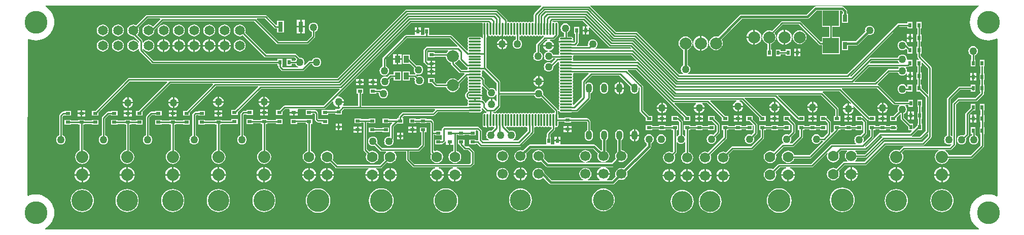
<source format=gtl>
G04 Layer_Physical_Order=1*
G04 Layer_Color=255*
%FSLAX44Y44*%
%MOMM*%
G71*
G01*
G75*
%ADD10R,0.5000X0.8000*%
%ADD11R,0.8000X0.5000*%
%ADD12O,0.3000X2.1000*%
%ADD13O,2.1000X0.3000*%
%ADD14R,2.6670X2.5400*%
%ADD15R,0.7620X1.2700*%
%ADD16R,0.8000X1.7000*%
%ADD17R,0.7500X0.5500*%
%ADD18R,0.5000X0.5500*%
%ADD19R,0.9000X1.2000*%
%ADD20C,0.2540*%
%ADD21C,0.3810*%
%ADD22C,1.7000*%
%ADD23C,3.5000*%
%ADD24C,3.8100*%
%ADD25C,2.0320*%
%ADD26C,3.5560*%
%ADD27C,1.7780*%
%ADD28C,1.6510*%
%ADD29C,2.0000*%
%ADD30O,1.0160X1.5240*%
%ADD31C,1.2700*%
G36*
X1064752Y319932D02*
X1064266Y318759D01*
X959831D01*
X959128Y320029D01*
X959303Y320910D01*
X959069Y322090D01*
X958400Y323090D01*
Y323730D01*
X959069Y324730D01*
X959303Y325910D01*
X959128Y326791D01*
X959831Y328061D01*
X1056623D01*
X1064752Y319932D01*
D02*
G37*
G36*
X1501882Y317339D02*
X1503144Y315694D01*
X1503368Y315523D01*
X1502937Y314253D01*
X1454653D01*
X1454167Y315426D01*
X1457203Y318461D01*
X1501417D01*
X1501882Y317339D01*
D02*
G37*
G36*
X985343Y297222D02*
X974616Y286494D01*
X973998Y285570D01*
X973781Y284480D01*
X973781Y284480D01*
Y258210D01*
X960379Y244808D01*
X959208Y245433D01*
X959303Y245910D01*
X959069Y247090D01*
X958400Y248090D01*
Y248730D01*
X959069Y249730D01*
X959303Y250910D01*
X959069Y252090D01*
X958810Y252476D01*
X958505Y253410D01*
X958810Y254344D01*
X959069Y254730D01*
X959303Y255910D01*
X959069Y257090D01*
X958400Y258090D01*
Y258730D01*
X959069Y259730D01*
X959303Y260910D01*
X959069Y262090D01*
X958810Y262476D01*
X958505Y263410D01*
X958810Y264344D01*
X959069Y264730D01*
X959303Y265910D01*
X959069Y267090D01*
X958810Y267476D01*
X958505Y268410D01*
X958810Y269344D01*
X959069Y269730D01*
X959303Y270910D01*
X959069Y272090D01*
X958400Y273090D01*
Y273730D01*
X959069Y274730D01*
X959303Y275910D01*
X959069Y277090D01*
X958810Y277476D01*
X958505Y278410D01*
X958810Y279344D01*
X959069Y279730D01*
X959303Y280910D01*
X959069Y282090D01*
X958400Y283090D01*
Y283730D01*
X959069Y284730D01*
X959303Y285910D01*
X959069Y287090D01*
X958810Y287476D01*
X958505Y288410D01*
X958810Y289344D01*
X959069Y289730D01*
X959303Y290910D01*
X959069Y292090D01*
X958810Y292476D01*
X958505Y293410D01*
X958810Y294344D01*
X959069Y294730D01*
X959303Y295910D01*
X959069Y297090D01*
X959045Y297125D01*
X959724Y298395D01*
X984857D01*
X985343Y297222D01*
D02*
G37*
G36*
X870040Y208062D02*
X871220Y207827D01*
X872400Y208062D01*
X872786Y208320D01*
X873720Y208625D01*
X874654Y208320D01*
X875040Y208062D01*
X876220Y207827D01*
X877400Y208062D01*
X877786Y208320D01*
X878720Y208625D01*
X879654Y208320D01*
X880040Y208062D01*
X881220Y207827D01*
X882101Y208002D01*
X883371Y207299D01*
Y201600D01*
X867500Y185729D01*
X859157D01*
X858905Y186999D01*
X859951Y187432D01*
X861596Y188694D01*
X862858Y190339D01*
X863651Y192255D01*
X863922Y194310D01*
X863651Y196366D01*
X862858Y198281D01*
X861596Y199926D01*
X859951Y201188D01*
X858036Y201981D01*
X855980Y202252D01*
X853924Y201981D01*
X852802Y201516D01*
X847551Y206768D01*
X847798Y207998D01*
X848942Y208552D01*
X849654Y208320D01*
X850040Y208062D01*
X851220Y207827D01*
X852400Y208062D01*
X853400Y208730D01*
X854040D01*
X855040Y208062D01*
X856220Y207827D01*
X857400Y208062D01*
X858400Y208730D01*
X859040D01*
X860040Y208062D01*
X861220Y207827D01*
X862400Y208062D01*
X863400Y208730D01*
X864040D01*
X865040Y208062D01*
X866220Y207827D01*
X867400Y208062D01*
X868400Y208730D01*
X869040D01*
X870040Y208062D01*
D02*
G37*
G36*
X905896Y411405D02*
X906422Y410135D01*
X895142Y398855D01*
X895011Y398660D01*
X894206Y397854D01*
X893588Y396930D01*
X893371Y395840D01*
X893371Y395840D01*
Y384521D01*
X892101Y383818D01*
X891220Y383993D01*
X890040Y383759D01*
X889040Y383090D01*
X888400D01*
X887400Y383759D01*
X886220Y383993D01*
X885040Y383759D01*
X884040Y383090D01*
X883400D01*
X882400Y383759D01*
X881220Y383993D01*
X880040Y383759D01*
X879040Y383090D01*
X878400D01*
X877400Y383759D01*
X876220Y383993D01*
X875040Y383759D01*
X874040Y383090D01*
X873400D01*
X872400Y383759D01*
X871220Y383993D01*
X870040Y383759D01*
X869040Y383090D01*
X868400D01*
X867400Y383759D01*
X866220Y383993D01*
X865040Y383759D01*
X864040Y383090D01*
X863400D01*
X862400Y383759D01*
X861220Y383993D01*
X860040Y383759D01*
X859040Y383090D01*
X858400D01*
X857400Y383759D01*
X856220Y383993D01*
X855040Y383759D01*
X854040Y383090D01*
X853400D01*
X852400Y383759D01*
X851220Y383993D01*
X850339Y383818D01*
X849069Y384521D01*
Y386347D01*
X848852Y387438D01*
X848234Y388362D01*
X848234Y388362D01*
X833122Y403474D01*
X832197Y404092D01*
X831107Y404309D01*
X831107Y404309D01*
X680860D01*
X680860Y404309D01*
X679770Y404092D01*
X678846Y403474D01*
X565494Y290123D01*
X217544D01*
X217544Y290123D01*
X216454Y289906D01*
X215530Y289288D01*
X215530Y289288D01*
X161285Y235044D01*
X155766D01*
Y226996D01*
X166814D01*
Y232515D01*
X218724Y284425D01*
X281397D01*
X281883Y283252D01*
X233675Y235044D01*
X229426D01*
Y226996D01*
X240474D01*
Y233785D01*
X287050Y280361D01*
X357343D01*
X357829Y279188D01*
X313685Y235044D01*
X308166D01*
Y226996D01*
X319214D01*
Y232515D01*
X362996Y276297D01*
X433169D01*
X433655Y275124D01*
X394845Y236314D01*
X388176D01*
Y228266D01*
X399224D01*
Y232635D01*
X438822Y272233D01*
X568935D01*
X569421Y271060D01*
X542255Y243895D01*
X477386D01*
X476296Y243678D01*
X475372Y243060D01*
X475372Y243060D01*
X468625Y236314D01*
X463106D01*
Y228266D01*
X474154D01*
Y233785D01*
X478566Y238197D01*
X485309D01*
X486220Y237330D01*
X486220Y236927D01*
Y233560D01*
X492760D01*
X499300D01*
Y236927D01*
X499300Y237330D01*
X500211Y238197D01*
X543435D01*
X543435Y238197D01*
X544526Y238414D01*
X545450Y239032D01*
X557569Y251151D01*
X558772Y250557D01*
X558723Y250190D01*
X559029Y247869D01*
X559925Y245707D01*
X561350Y243850D01*
X563207Y242425D01*
X565369Y241529D01*
X566420Y241390D01*
Y250190D01*
X567690D01*
Y251460D01*
X576489D01*
X576351Y252511D01*
X575455Y254673D01*
X574030Y256530D01*
X572173Y257955D01*
X570011Y258851D01*
X567690Y259157D01*
X567323Y259108D01*
X566729Y260311D01*
X688773Y382355D01*
X807138D01*
X808172Y381085D01*
X808137Y380910D01*
Y362910D01*
X808371Y361731D01*
Y357051D01*
X807101Y356925D01*
X807068Y357090D01*
X806400Y358090D01*
X805400Y358759D01*
X804220Y358993D01*
X786220D01*
X785040Y358759D01*
X784040Y358090D01*
X783372Y357090D01*
X783137Y355910D01*
X783372Y354730D01*
X784040Y353730D01*
Y353090D01*
X783372Y352090D01*
X783137Y350910D01*
X783372Y349730D01*
X784040Y348730D01*
Y348090D01*
X783372Y347090D01*
X783137Y345910D01*
X783372Y344730D01*
X784040Y343730D01*
Y343090D01*
X783372Y342090D01*
X783137Y340910D01*
X783372Y339730D01*
X784040Y338730D01*
Y338090D01*
X783372Y337090D01*
X783231Y336384D01*
X781984Y335885D01*
X781935Y335884D01*
X756394Y361424D01*
X755470Y362042D01*
X754380Y362259D01*
X754380Y362259D01*
X719970D01*
X718914Y362776D01*
Y373824D01*
X710866D01*
Y362776D01*
X709810Y362259D01*
X704930D01*
Y367030D01*
X694850D01*
Y362259D01*
X680720D01*
X680720Y362259D01*
X679630Y362042D01*
X678706Y361424D01*
X678706Y361424D01*
X641876Y324594D01*
X641258Y323670D01*
X641041Y322580D01*
X641041Y322580D01*
Y309603D01*
X639919Y309138D01*
X638274Y307876D01*
X637012Y306231D01*
X636219Y304315D01*
X635948Y302260D01*
X636219Y300205D01*
X637012Y298289D01*
X638274Y296644D01*
X639919Y295382D01*
X641834Y294589D01*
X643890Y294318D01*
X645946Y294589D01*
X647861Y295382D01*
X649506Y296644D01*
X650768Y298289D01*
X651561Y300205D01*
X651832Y302260D01*
X651561Y304315D01*
X650768Y306231D01*
X649506Y307876D01*
X647861Y309138D01*
X646739Y309603D01*
Y321400D01*
X681900Y356561D01*
X753200D01*
X766189Y343573D01*
X765663Y342303D01*
X715374D01*
X714284Y342086D01*
X713360Y341468D01*
X713360Y341468D01*
X710456Y338564D01*
X709838Y337640D01*
X709621Y336550D01*
X709621Y336550D01*
Y317500D01*
X709621Y317500D01*
X709838Y316410D01*
X710456Y315486D01*
X714146Y311796D01*
X714146Y311796D01*
X715070Y311178D01*
X716090Y310975D01*
Y308770D01*
X721360D01*
Y313810D01*
Y318850D01*
X716090D01*
X715319Y319800D01*
Y335370D01*
X716554Y336605D01*
X750245D01*
X750653Y335403D01*
X749971Y334879D01*
X748124Y332472D01*
X747787Y331659D01*
X728154D01*
Y332834D01*
X717106D01*
Y324786D01*
X728154D01*
Y325961D01*
X746659D01*
X746963Y323652D01*
X748124Y320848D01*
X749971Y318441D01*
X752378Y316594D01*
X755182Y315433D01*
X755341Y315412D01*
Y313690D01*
X755341Y313690D01*
X755558Y312600D01*
X756176Y311676D01*
X768956Y298896D01*
X768956Y298896D01*
X769880Y298278D01*
X770970Y298061D01*
X770970Y298061D01*
X777376D01*
X777903Y296791D01*
X767142Y286031D01*
X766409Y286079D01*
X764002Y287926D01*
X761198Y289087D01*
X758190Y289483D01*
X755182Y289087D01*
X752378Y287926D01*
X749971Y286079D01*
X748124Y283672D01*
X746963Y280868D01*
X746942Y280709D01*
X731820D01*
X728154Y284375D01*
Y289894D01*
X717106D01*
Y281846D01*
X722625D01*
X728626Y275846D01*
X728626Y275846D01*
X729550Y275228D01*
X730640Y275011D01*
X730640Y275011D01*
X746942D01*
X746963Y274852D01*
X748124Y272048D01*
X749971Y269641D01*
X752378Y267794D01*
X755182Y266633D01*
X758190Y266237D01*
X761198Y266633D01*
X764002Y267794D01*
X766409Y269641D01*
X768256Y272048D01*
X769417Y274852D01*
X769813Y277860D01*
X769490Y280321D01*
X781540Y292371D01*
X782224Y292275D01*
X783144Y290945D01*
X783137Y290910D01*
X783372Y289730D01*
X784040Y288730D01*
Y288090D01*
X783372Y287090D01*
X783137Y285910D01*
X783372Y284730D01*
X784040Y283730D01*
Y283090D01*
X783372Y282090D01*
X783137Y280910D01*
X783372Y279730D01*
X784040Y278730D01*
Y278090D01*
X783372Y277090D01*
X783137Y275910D01*
X783372Y274730D01*
X784040Y273730D01*
Y273090D01*
X783372Y272090D01*
X783137Y270910D01*
X783372Y269730D01*
X783480Y269568D01*
X783981Y268677D01*
X783156Y267940D01*
X783133Y267924D01*
X783133Y267924D01*
X779912Y264703D01*
X779294Y263779D01*
X779077Y262689D01*
X779077Y262689D01*
Y259132D01*
X779077Y259131D01*
X779294Y258041D01*
X779912Y257117D01*
X783133Y253896D01*
X783156Y253880D01*
X783981Y253143D01*
X783480Y252253D01*
X783372Y252090D01*
X783137Y250910D01*
X783372Y249730D01*
X784040Y248730D01*
Y248090D01*
X783372Y247090D01*
X783137Y245910D01*
X783312Y245029D01*
X782609Y243759D01*
X606099D01*
Y264066D01*
X608774D01*
Y272114D01*
X597726D01*
Y264066D01*
X600401D01*
Y243759D01*
X575561D01*
X574935Y245029D01*
X575455Y245707D01*
X576351Y247869D01*
X576489Y248920D01*
X568960D01*
Y241390D01*
X569669Y241484D01*
X570316Y240432D01*
X570337Y240355D01*
X567935Y237954D01*
X562416D01*
Y236529D01*
X546220D01*
X545140Y236314D01*
X539306D01*
Y228266D01*
X550354D01*
Y230831D01*
X562416D01*
Y229406D01*
X572964D01*
Y234925D01*
X576100Y238061D01*
X728204D01*
X728730Y236791D01*
X724403Y232465D01*
X675386D01*
X675386Y232465D01*
X674296Y232248D01*
X673372Y231630D01*
X673372Y231630D01*
X668546Y226804D01*
X667928Y225880D01*
X667711Y224790D01*
X667711Y224790D01*
Y222714D01*
X665286D01*
Y221169D01*
X651954D01*
Y222344D01*
X640906D01*
Y214296D01*
X651954D01*
Y215471D01*
X656823D01*
X657309Y214298D01*
X654576Y211564D01*
X653958Y210640D01*
X653741Y209550D01*
X653741Y209550D01*
Y193075D01*
X652471Y191965D01*
X651510Y192092D01*
X649454Y191821D01*
X647539Y191028D01*
X645894Y189766D01*
X644632Y188121D01*
X643839Y186206D01*
X643568Y184150D01*
X643839Y182094D01*
X644632Y180179D01*
X645894Y178534D01*
X647539Y177272D01*
X649454Y176479D01*
X651510Y176208D01*
X653566Y176479D01*
X655481Y177272D01*
X657126Y178534D01*
X658388Y180179D01*
X659181Y182094D01*
X659452Y184150D01*
X659181Y186206D01*
X658702Y187362D01*
X659222Y188140D01*
X659439Y189230D01*
X659439Y189230D01*
Y208370D01*
X664421Y213352D01*
X665286Y214166D01*
Y214166D01*
X665286Y214166D01*
X675834D01*
Y222714D01*
X674309D01*
X673783Y223984D01*
X676566Y226767D01*
X725583D01*
X725583Y226767D01*
X726674Y226984D01*
X727598Y227602D01*
X733057Y233061D01*
X785041D01*
X786220Y232827D01*
X804220D01*
X805400Y233062D01*
X806400Y233730D01*
X807068Y234730D01*
X807303Y235910D01*
X807068Y237090D01*
X806400Y238090D01*
Y238730D01*
X806855Y239411D01*
X808011Y239585D01*
X808325Y239536D01*
X813656Y234206D01*
X813656Y234206D01*
X814209Y233836D01*
X814222Y233803D01*
X814253Y232563D01*
X814209Y232425D01*
X813307Y231823D01*
X812998Y231359D01*
X812400Y231758D01*
X811220Y231993D01*
X810040Y231758D01*
X809040Y231090D01*
X808372Y230090D01*
X808137Y228910D01*
Y210910D01*
X808372Y209730D01*
X809040Y208730D01*
X810040Y208062D01*
X811220Y207827D01*
X812400Y208062D01*
X812998Y208461D01*
X813307Y207997D01*
X814644Y207104D01*
X814950Y207043D01*
Y219910D01*
X817490D01*
Y207043D01*
X817796Y207104D01*
X819133Y207997D01*
X819442Y208461D01*
X820040Y208062D01*
X821220Y207827D01*
X822400Y208062D01*
X822786Y208320D01*
X823720Y208625D01*
X824654Y208320D01*
X825040Y208062D01*
X826220Y207827D01*
X826996Y207981D01*
X827622Y206811D01*
X822904Y202092D01*
X821690Y202252D01*
X819634Y201981D01*
X817719Y201188D01*
X816074Y199926D01*
X814812Y198281D01*
X814019Y196366D01*
X813748Y194310D01*
X814019Y192255D01*
X814812Y190339D01*
X816074Y188694D01*
X817719Y187432D01*
X818765Y186999D01*
X818513Y185729D01*
X808900D01*
X806759Y187870D01*
Y201930D01*
X806759Y201930D01*
X806542Y203020D01*
X805924Y203944D01*
X802114Y207754D01*
X801190Y208372D01*
X800100Y208589D01*
X800100Y208589D01*
X744220D01*
X744220Y208589D01*
X743130Y208372D01*
X742206Y207754D01*
X742206Y207754D01*
X740936Y206484D01*
X740318Y205560D01*
X740101Y204470D01*
X740101Y204470D01*
Y203080D01*
X739584Y202024D01*
X738831Y202024D01*
X728536D01*
Y200849D01*
X726749D01*
Y215900D01*
X726749Y215900D01*
X726532Y216990D01*
X725914Y217914D01*
X725914Y217914D01*
X723494Y220334D01*
X722570Y220952D01*
X721480Y221169D01*
X721480Y221169D01*
X714184D01*
Y222344D01*
X703136D01*
Y221169D01*
X696404D01*
Y222344D01*
X685356D01*
Y214296D01*
X696404D01*
Y215471D01*
X703136D01*
Y214296D01*
X714184D01*
Y215471D01*
X720300D01*
X721051Y214720D01*
Y198120D01*
X721051Y198120D01*
X721051Y198120D01*
Y166116D01*
X721051Y166116D01*
X721268Y165026D01*
X721886Y164102D01*
X722624Y163364D01*
X721628Y160961D01*
X721270Y158242D01*
X721628Y155523D01*
X722677Y152990D01*
X724347Y150815D01*
X726522Y149145D01*
X729055Y148096D01*
X731774Y147738D01*
X734493Y148096D01*
X737026Y149145D01*
X739201Y150815D01*
X740871Y152990D01*
X741920Y155523D01*
X742278Y158242D01*
X741920Y160961D01*
X740871Y163494D01*
X739201Y165669D01*
X737026Y167339D01*
X734493Y168388D01*
X731774Y168746D01*
X729055Y168388D01*
X727805Y167870D01*
X726749Y168575D01*
Y195151D01*
X728536D01*
Y193976D01*
X738831D01*
X739584Y193976D01*
X740101Y192920D01*
Y188080D01*
X739584Y187024D01*
X728536D01*
Y178976D01*
X739584D01*
Y179372D01*
X740530Y180151D01*
X741620Y180368D01*
X742544Y180986D01*
X744964Y183406D01*
X744964Y183406D01*
X745300Y183908D01*
X746570Y183523D01*
Y177960D01*
X751840D01*
Y183000D01*
X754380D01*
Y177960D01*
X759151D01*
Y168404D01*
X759027Y168388D01*
X756494Y167339D01*
X754319Y165669D01*
X752649Y163494D01*
X751600Y160961D01*
X751242Y158242D01*
X751600Y155523D01*
X752649Y152990D01*
X754319Y150815D01*
X756494Y149145D01*
X759027Y148096D01*
X761746Y147738D01*
X764465Y148096D01*
X766998Y149145D01*
X769173Y150815D01*
X770843Y152990D01*
X771892Y155523D01*
X772250Y158242D01*
X771892Y160961D01*
X770843Y163494D01*
X769173Y165669D01*
X766998Y167339D01*
X764849Y168229D01*
Y195151D01*
X766636D01*
Y193976D01*
X777684D01*
Y195151D01*
X785686D01*
Y193976D01*
X796734D01*
Y201621D01*
X796734Y202024D01*
X797645Y202891D01*
X798920D01*
X801061Y200750D01*
Y186929D01*
X800532Y186278D01*
X799985Y185853D01*
X799934Y185849D01*
X796734D01*
Y187024D01*
X785686D01*
Y178976D01*
X796734D01*
Y180151D01*
X798800D01*
X803166Y175786D01*
X803166Y175786D01*
X804090Y175168D01*
X805180Y174951D01*
X869950D01*
X869950Y174951D01*
X871040Y175168D01*
X871964Y175786D01*
X893554Y197376D01*
X893554Y197376D01*
X894172Y198300D01*
X894389Y199390D01*
X894389Y199390D01*
Y207085D01*
X895659Y207938D01*
X896220Y207827D01*
X897400Y208062D01*
X897786Y208320D01*
X898720Y208625D01*
X899654Y208320D01*
X900040Y208062D01*
X901220Y207827D01*
X902400Y208062D01*
X902786Y208320D01*
X903720Y208625D01*
X904654Y208320D01*
X905040Y208062D01*
X906220Y207827D01*
X907400Y208062D01*
X907786Y208320D01*
X908720Y208625D01*
X909654Y208320D01*
X910040Y208062D01*
X911220Y207827D01*
X912400Y208062D01*
X912786Y208320D01*
X913720Y208625D01*
X914654Y208320D01*
X915040Y208062D01*
X916220Y207827D01*
X917400Y208062D01*
X917786Y208320D01*
X918720Y208625D01*
X919654Y208320D01*
X920040Y208062D01*
X921220Y207827D01*
X922101Y208002D01*
X923371Y207299D01*
Y206040D01*
X916316Y198984D01*
X915698Y198060D01*
X915481Y196970D01*
X915481Y196970D01*
Y190944D01*
X914306D01*
Y180026D01*
X914306Y179896D01*
X913992Y178756D01*
X886920D01*
X886920Y178756D01*
X885582Y178490D01*
X884448Y177732D01*
X884448Y177732D01*
X875396Y168680D01*
X873837Y169326D01*
X871220Y169671D01*
X868603Y169326D01*
X866165Y168316D01*
X864071Y166709D01*
X862464Y164615D01*
X861454Y162177D01*
X861109Y159560D01*
X861454Y156943D01*
X862464Y154505D01*
X864071Y152411D01*
X866165Y150804D01*
X868603Y149794D01*
X871220Y149450D01*
X873837Y149794D01*
X876275Y150804D01*
X878369Y152411D01*
X879976Y154505D01*
X880986Y156943D01*
X881330Y159560D01*
X880986Y162177D01*
X880340Y163736D01*
X888368Y171764D01*
X992502D01*
X1000530Y163736D01*
X999884Y162177D01*
X999539Y159560D01*
X999884Y156943D01*
X1000894Y154505D01*
X1002501Y152411D01*
X1004595Y150804D01*
X1007033Y149794D01*
X1008916Y149546D01*
X1008833Y148276D01*
X980467D01*
X980384Y149546D01*
X982267Y149794D01*
X984705Y150804D01*
X986799Y152411D01*
X988406Y154505D01*
X989416Y156943D01*
X989761Y159560D01*
X989416Y162177D01*
X988406Y164615D01*
X986799Y166709D01*
X984705Y168316D01*
X982267Y169326D01*
X979650Y169671D01*
X977033Y169326D01*
X974595Y168316D01*
X972501Y166709D01*
X970894Y164615D01*
X969884Y162177D01*
X969539Y159560D01*
X969884Y156943D01*
X970894Y154505D01*
X972501Y152411D01*
X974595Y150804D01*
X977033Y149794D01*
X978916Y149546D01*
X978833Y148276D01*
X917448D01*
X910340Y155384D01*
X910986Y156943D01*
X911330Y159560D01*
X910986Y162177D01*
X909976Y164615D01*
X908369Y166709D01*
X906275Y168316D01*
X903837Y169326D01*
X901220Y169671D01*
X898603Y169326D01*
X896165Y168316D01*
X894071Y166709D01*
X892464Y164615D01*
X891454Y162177D01*
X891109Y159560D01*
X891454Y156943D01*
X892464Y154505D01*
X894071Y152411D01*
X896165Y150804D01*
X898603Y149794D01*
X901220Y149450D01*
X903837Y149794D01*
X905396Y150440D01*
X913528Y142308D01*
X914662Y141550D01*
X916000Y141284D01*
X916000Y141284D01*
X1005786D01*
X1006039Y140014D01*
X1004082Y139203D01*
X1001776Y137434D01*
X1000007Y135128D01*
X998894Y132442D01*
X998682Y130830D01*
X1020618D01*
X1020406Y132442D01*
X1019293Y135128D01*
X1017524Y137434D01*
X1015218Y139203D01*
X1013261Y140014D01*
X1013514Y141284D01*
X1024870D01*
X1026208Y141550D01*
X1027342Y142308D01*
X1035474Y150440D01*
X1037033Y149794D01*
X1039650Y149450D01*
X1042267Y149794D01*
X1044705Y150804D01*
X1046799Y152411D01*
X1048406Y154505D01*
X1049416Y156943D01*
X1049761Y159560D01*
X1049416Y162177D01*
X1048406Y164615D01*
X1046799Y166709D01*
X1044705Y168316D01*
X1042267Y169326D01*
X1039816Y169649D01*
Y186129D01*
X1041030Y187060D01*
X1042089Y188440D01*
X1042754Y190046D01*
X1042981Y191770D01*
Y196850D01*
X1042754Y198574D01*
X1042089Y200180D01*
X1041030Y201560D01*
X1039650Y202619D01*
X1038044Y203284D01*
X1036320Y203511D01*
X1034596Y203284D01*
X1032990Y202619D01*
X1031610Y201560D01*
X1030551Y200180D01*
X1029886Y198574D01*
X1029659Y196850D01*
Y191770D01*
X1029886Y190046D01*
X1030551Y188440D01*
X1031610Y187060D01*
X1032824Y186129D01*
Y166957D01*
X1032501Y166709D01*
X1030894Y164615D01*
X1029884Y162177D01*
X1029539Y159560D01*
X1029884Y156943D01*
X1030530Y155384D01*
X1023422Y148276D01*
X1010467D01*
X1010384Y149546D01*
X1012267Y149794D01*
X1014705Y150804D01*
X1016799Y152411D01*
X1018406Y154505D01*
X1019416Y156943D01*
X1019761Y159560D01*
X1019416Y162177D01*
X1018406Y164615D01*
X1016799Y166709D01*
X1014705Y168316D01*
X1014416Y168436D01*
Y186129D01*
X1015630Y187060D01*
X1016689Y188440D01*
X1017354Y190046D01*
X1017581Y191770D01*
Y196850D01*
X1017354Y198574D01*
X1016689Y200180D01*
X1015630Y201560D01*
X1014250Y202619D01*
X1012644Y203284D01*
X1010920Y203511D01*
X1009196Y203284D01*
X1007589Y202619D01*
X1006210Y201560D01*
X1005151Y200180D01*
X1004486Y198574D01*
X1004259Y196850D01*
Y191770D01*
X1004486Y190046D01*
X1005151Y188440D01*
X1006210Y187060D01*
X1007424Y186129D01*
Y169377D01*
X1007033Y169326D01*
X1005474Y168680D01*
X996422Y177732D01*
X995288Y178490D01*
X993950Y178756D01*
X939589D01*
X938370Y178880D01*
X938370Y180026D01*
Y184150D01*
X933330D01*
X928290D01*
X928290Y178880D01*
X927071Y178756D01*
X922668D01*
X922354Y179896D01*
X922354Y180026D01*
Y190944D01*
X921179D01*
Y195790D01*
X928234Y202846D01*
X928234Y202846D01*
X928852Y203770D01*
X929069Y204860D01*
X929069Y204860D01*
Y207299D01*
X930339Y208002D01*
X931220Y207827D01*
X932400Y208062D01*
X933400Y208730D01*
X934069Y209730D01*
X934303Y210910D01*
Y217061D01*
X944436D01*
Y215566D01*
X955484D01*
Y217061D01*
X981600D01*
X982671Y215990D01*
Y202818D01*
X982189Y202619D01*
X980810Y201560D01*
X979751Y200180D01*
X979086Y198574D01*
X978859Y196850D01*
Y191770D01*
X979086Y190046D01*
X979751Y188440D01*
X980810Y187060D01*
X982189Y186001D01*
X983796Y185336D01*
X985520Y185109D01*
X987244Y185336D01*
X988850Y186001D01*
X990230Y187060D01*
X991289Y188440D01*
X991954Y190046D01*
X992181Y191770D01*
Y196850D01*
X991954Y198574D01*
X991289Y200180D01*
X990230Y201560D01*
X988850Y202619D01*
X988369Y202818D01*
Y217170D01*
X988369Y217170D01*
X988152Y218260D01*
X987534Y219184D01*
X987534Y219184D01*
X984794Y221924D01*
X983870Y222542D01*
X982780Y222759D01*
X982780Y222759D01*
X955484D01*
Y223614D01*
X944436D01*
Y222759D01*
X934303D01*
Y228910D01*
X934069Y230089D01*
Y234769D01*
X935339Y234895D01*
X935371Y234730D01*
X936040Y233730D01*
X937040Y233062D01*
X938220Y232827D01*
X956220D01*
X957399Y233061D01*
X964890D01*
X964890Y233061D01*
X965980Y233278D01*
X966904Y233896D01*
X987534Y254526D01*
X987534Y254526D01*
X988152Y255450D01*
X988369Y256540D01*
Y264542D01*
X988850Y264741D01*
X990230Y265800D01*
X991289Y267180D01*
X991954Y268786D01*
X992181Y270510D01*
Y275590D01*
X991954Y277314D01*
X991289Y278920D01*
X990230Y280300D01*
X988850Y281359D01*
X987244Y282024D01*
X985520Y282251D01*
X983796Y282024D01*
X982189Y281359D01*
X980810Y280300D01*
X980749Y280220D01*
X979479Y280651D01*
Y283300D01*
X990510Y294331D01*
X1036410D01*
X1055070Y275672D01*
X1055059Y275590D01*
Y270510D01*
X1055286Y268786D01*
X1055951Y267180D01*
X1057010Y265800D01*
X1058390Y264741D01*
X1059996Y264076D01*
X1061720Y263849D01*
X1063444Y264076D01*
X1065051Y264741D01*
X1066430Y265800D01*
X1067489Y267180D01*
X1068154Y268786D01*
X1068381Y270510D01*
Y273707D01*
X1069637Y274272D01*
X1070301Y273757D01*
Y234830D01*
X1070301Y234830D01*
X1070518Y233740D01*
X1071136Y232816D01*
X1080326Y223625D01*
Y218106D01*
X1091374D01*
Y226154D01*
X1085855D01*
X1075999Y236010D01*
Y275295D01*
X1075999Y275296D01*
X1075782Y276386D01*
X1075164Y277310D01*
X1075164Y277310D01*
X1050337Y302138D01*
X1050863Y303408D01*
X1064034D01*
X1136792Y230650D01*
X1136792Y230650D01*
X1136821Y230631D01*
X1143826Y223625D01*
Y218106D01*
X1154874D01*
Y226154D01*
X1149355D01*
X1140830Y234678D01*
X1140802Y234697D01*
X1128315Y247184D01*
X1128801Y248357D01*
X1163833D01*
X1164264Y247087D01*
X1163330Y246370D01*
X1161905Y244513D01*
X1161009Y242351D01*
X1160871Y241300D01*
X1178469D01*
X1178331Y242351D01*
X1177435Y244513D01*
X1176010Y246370D01*
X1175076Y247087D01*
X1175507Y248357D01*
X1182594D01*
X1207326Y223625D01*
Y218106D01*
X1218374D01*
Y226154D01*
X1212855D01*
X1187761Y251248D01*
X1188247Y252421D01*
X1231834D01*
X1232119Y251231D01*
X1229957Y250335D01*
X1228100Y248910D01*
X1226675Y247053D01*
X1225779Y244891D01*
X1225640Y243840D01*
X1243240D01*
X1243101Y244891D01*
X1242205Y247053D01*
X1240780Y248910D01*
X1238923Y250335D01*
X1236761Y251231D01*
X1237046Y252421D01*
X1240760D01*
X1269556Y223625D01*
Y218106D01*
X1280604D01*
Y226154D01*
X1275085D01*
X1245165Y256074D01*
X1245651Y257247D01*
X1295624D01*
X1332756Y220116D01*
X1333680Y219498D01*
X1334326Y219370D01*
Y218106D01*
X1345374D01*
Y226154D01*
X1334775D01*
X1300791Y260138D01*
X1301277Y261311D01*
X1372960D01*
X1396691Y237580D01*
Y226154D01*
X1394016D01*
Y218106D01*
X1405064D01*
Y226154D01*
X1402389D01*
Y238760D01*
X1402389Y238760D01*
X1402172Y239850D01*
X1401554Y240774D01*
X1401554Y240774D01*
X1376154Y266174D01*
X1375830Y266391D01*
X1376215Y267661D01*
X1403440D01*
X1423292Y247810D01*
X1422572Y246733D01*
X1420911Y247421D01*
X1419860Y247560D01*
Y240030D01*
X1427390D01*
X1427251Y241081D01*
X1426563Y242742D01*
X1427640Y243462D01*
X1450986Y220116D01*
X1450986Y220116D01*
X1451910Y219498D01*
X1452436Y219393D01*
Y218106D01*
X1463484D01*
Y226154D01*
X1453005D01*
X1407688Y271471D01*
X1408214Y272741D01*
X1466708D01*
X1493814Y245636D01*
X1494738Y245018D01*
X1495829Y244801D01*
X1495829Y244801D01*
X1503268D01*
X1503699Y243531D01*
X1503144Y243106D01*
X1501882Y241461D01*
X1501089Y239545D01*
X1500818Y237490D01*
X1501089Y235434D01*
X1501553Y234312D01*
X1493395Y226154D01*
X1487996D01*
Y218106D01*
X1499044D01*
Y223745D01*
X1504641Y229342D01*
X1505911Y228817D01*
Y222370D01*
X1505911Y222370D01*
X1506128Y221280D01*
X1506746Y220356D01*
X1518826Y208275D01*
Y202756D01*
X1524218D01*
X1524704Y201583D01*
X1521550Y198429D01*
X1471930D01*
X1471930Y198429D01*
X1470840Y198212D01*
X1469916Y197594D01*
X1469916Y197594D01*
X1447375Y175054D01*
X1447120Y175105D01*
X1446702Y176483D01*
X1459974Y189756D01*
X1459974Y189756D01*
X1460592Y190680D01*
X1460809Y191770D01*
X1460809Y191770D01*
Y203106D01*
X1463484D01*
Y204281D01*
X1470216D01*
Y203106D01*
X1481264D01*
Y204281D01*
X1487996D01*
Y203106D01*
X1499044D01*
Y204915D01*
X1499344Y205116D01*
X1499962Y206040D01*
X1500179Y207130D01*
X1499962Y208220D01*
X1499344Y209144D01*
X1499044Y209345D01*
Y211154D01*
X1487996D01*
Y209979D01*
X1481264D01*
Y211154D01*
X1470216D01*
Y209979D01*
X1463484D01*
Y211154D01*
X1452436D01*
Y203106D01*
X1455111D01*
Y192950D01*
X1444440Y182279D01*
X1443364Y182999D01*
X1444041Y184634D01*
X1444312Y186690D01*
X1444041Y188745D01*
X1443248Y190661D01*
X1443184Y190745D01*
X1448544Y196106D01*
X1448544Y196106D01*
X1449162Y197030D01*
X1449379Y198120D01*
Y217170D01*
X1449379Y217170D01*
X1449162Y218260D01*
X1448544Y219184D01*
X1443584Y224144D01*
X1442660Y224762D01*
X1441894Y224914D01*
Y226154D01*
X1430846D01*
Y218106D01*
X1441565D01*
X1443681Y215990D01*
Y199300D01*
X1438650Y194268D01*
X1438425Y194361D01*
X1436370Y194632D01*
X1434315Y194361D01*
X1432399Y193568D01*
X1430754Y192306D01*
X1429492Y190661D01*
X1428699Y188745D01*
X1428428Y186690D01*
X1428699Y184634D01*
X1429492Y182719D01*
X1430754Y181074D01*
X1431309Y180649D01*
X1430878Y179379D01*
X1390650D01*
X1390650Y179379D01*
X1389560Y179162D01*
X1388636Y178544D01*
X1388636Y178544D01*
X1356450Y146359D01*
X1303274D01*
X1303274Y146359D01*
X1302184Y146142D01*
X1301260Y145524D01*
X1301260Y145524D01*
X1293156Y137421D01*
X1290753Y138416D01*
X1288034Y138774D01*
X1285315Y138416D01*
X1282782Y137367D01*
X1280607Y135697D01*
X1278937Y133522D01*
X1277888Y130989D01*
X1277530Y128270D01*
X1277888Y125551D01*
X1278937Y123018D01*
X1280607Y120843D01*
X1282782Y119173D01*
X1285315Y118124D01*
X1288034Y117766D01*
X1290753Y118124D01*
X1293286Y119173D01*
X1295461Y120843D01*
X1297131Y123018D01*
X1298180Y125551D01*
X1298538Y128270D01*
X1298180Y130989D01*
X1297184Y133392D01*
X1304454Y140661D01*
X1314850D01*
X1315022Y139406D01*
X1312242Y138254D01*
X1309854Y136422D01*
X1308022Y134034D01*
X1306870Y131254D01*
X1306645Y129540D01*
X1329367D01*
X1329142Y131254D01*
X1327990Y134034D01*
X1326158Y136422D01*
X1323770Y138254D01*
X1320990Y139406D01*
X1321162Y140661D01*
X1357630D01*
X1357630Y140661D01*
X1358720Y140878D01*
X1359644Y141496D01*
X1383015Y164867D01*
X1384092Y164147D01*
X1383298Y162231D01*
X1382940Y159512D01*
X1383298Y156793D01*
X1384347Y154260D01*
X1386017Y152085D01*
X1388192Y150415D01*
X1390725Y149366D01*
X1393444Y149008D01*
X1396163Y149366D01*
X1398696Y150415D01*
X1400871Y152085D01*
X1402541Y154260D01*
X1403590Y156793D01*
X1403948Y159512D01*
X1403590Y162231D01*
X1402594Y164634D01*
X1406562Y168601D01*
X1416179D01*
X1416587Y167399D01*
X1415989Y166939D01*
X1414319Y164764D01*
X1413270Y162231D01*
X1412912Y159512D01*
X1413270Y156793D01*
X1414319Y154260D01*
X1415989Y152085D01*
X1416830Y151439D01*
X1416399Y150169D01*
X1411224D01*
X1410134Y149952D01*
X1409210Y149334D01*
X1409210Y149334D01*
X1398566Y138691D01*
X1396163Y139686D01*
X1393444Y140044D01*
X1390725Y139686D01*
X1388192Y138637D01*
X1386017Y136967D01*
X1384347Y134792D01*
X1383298Y132259D01*
X1382940Y129540D01*
X1383298Y126821D01*
X1384347Y124288D01*
X1386017Y122113D01*
X1388192Y120443D01*
X1390725Y119394D01*
X1393444Y119036D01*
X1396163Y119394D01*
X1398696Y120443D01*
X1400871Y122113D01*
X1402541Y124288D01*
X1403590Y126821D01*
X1403948Y129540D01*
X1403590Y132259D01*
X1402594Y134662D01*
X1412404Y144471D01*
X1446530D01*
X1446530Y144471D01*
X1447620Y144688D01*
X1448544Y145306D01*
X1480730Y177491D01*
X1543304D01*
X1543304Y177491D01*
X1544394Y177708D01*
X1545318Y178326D01*
X1556748Y189756D01*
X1556748Y189756D01*
X1557366Y190680D01*
X1557583Y191770D01*
X1557583Y191770D01*
Y307257D01*
X1557366Y308347D01*
X1556748Y309272D01*
X1556748Y309272D01*
X1539429Y326591D01*
Y331026D01*
X1540604D01*
Y342074D01*
X1539429D01*
Y351346D01*
X1540604D01*
Y362394D01*
X1539429D01*
Y372936D01*
X1540604D01*
Y383984D01*
X1532556D01*
Y372936D01*
X1533731D01*
Y362394D01*
X1532556D01*
Y351346D01*
X1533731D01*
Y342074D01*
X1532556D01*
Y331026D01*
X1533731D01*
Y325411D01*
X1533731Y325411D01*
X1533948Y324321D01*
X1534566Y323397D01*
X1536305Y321657D01*
X1535819Y320484D01*
X1532556D01*
Y309436D01*
X1533731D01*
Y298894D01*
X1532556D01*
Y287846D01*
X1533731D01*
Y278574D01*
X1532556D01*
Y267526D01*
X1538075D01*
X1547821Y257780D01*
Y201840D01*
X1538060Y192079D01*
X1524805D01*
X1524420Y193349D01*
X1524744Y193566D01*
X1533935Y202756D01*
X1541874D01*
Y213804D01*
X1540699D01*
Y221806D01*
X1541874D01*
Y232854D01*
X1540699D01*
Y242126D01*
X1541874D01*
Y253174D01*
X1533826D01*
Y242126D01*
X1535001D01*
Y232854D01*
X1533826D01*
Y221806D01*
X1535001D01*
Y213804D01*
X1533826D01*
Y210569D01*
X1533416Y210294D01*
X1533416Y210294D01*
X1528047Y204926D01*
X1526874Y205412D01*
Y213804D01*
X1521355D01*
X1511609Y223550D01*
Y230147D01*
X1512731Y230612D01*
X1514376Y231874D01*
X1515638Y233519D01*
X1516431Y235434D01*
X1516702Y237490D01*
X1516431Y239545D01*
X1515638Y241461D01*
X1514376Y243106D01*
X1513821Y243531D01*
X1514252Y244801D01*
X1518826D01*
Y242126D01*
X1526874D01*
Y253174D01*
X1518826D01*
Y250499D01*
X1497009D01*
X1469903Y277604D01*
X1468979Y278222D01*
X1467888Y278439D01*
X1467888Y278439D01*
X1467767D01*
X1467281Y279612D01*
X1487080Y299411D01*
X1501417D01*
X1501882Y298289D01*
X1503144Y296644D01*
X1504789Y295382D01*
X1506705Y294589D01*
X1508760Y294318D01*
X1510815Y294589D01*
X1512731Y295382D01*
X1514376Y296644D01*
X1515270Y297810D01*
X1516540Y297378D01*
Y294640D01*
X1520310D01*
Y299910D01*
X1517616D01*
X1516560Y301180D01*
X1516702Y302260D01*
X1516431Y304315D01*
X1515638Y306231D01*
X1514829Y307285D01*
X1515455Y308555D01*
X1518024D01*
X1518024Y308555D01*
X1519114Y308772D01*
X1520038Y309390D01*
X1520085Y309436D01*
X1525604D01*
Y320484D01*
X1517874D01*
X1516913Y321161D01*
X1516691Y321396D01*
X1516431Y323366D01*
X1515638Y325281D01*
X1514376Y326926D01*
X1512731Y328188D01*
X1510815Y328981D01*
X1508760Y329252D01*
X1506705Y328981D01*
X1504789Y328188D01*
X1503144Y326926D01*
X1501882Y325281D01*
X1501417Y324159D01*
X1456023D01*
X1456023Y324159D01*
X1454933Y323942D01*
X1454008Y323324D01*
X1423220Y292536D01*
X1422339Y292634D01*
X1421857Y293878D01*
X1503590Y375611D01*
X1517556D01*
Y372936D01*
X1525604D01*
Y383984D01*
X1517556D01*
Y381309D01*
X1502410D01*
X1501320Y381092D01*
X1500396Y380474D01*
X1500396Y380474D01*
X1416394Y296473D01*
X1150601D01*
X1150348Y297743D01*
X1150781Y297922D01*
X1152426Y299184D01*
X1153688Y300829D01*
X1154481Y302745D01*
X1154752Y304800D01*
X1154481Y306856D01*
X1153688Y308771D01*
X1152426Y310416D01*
X1150781Y311678D01*
X1150306Y311875D01*
Y336955D01*
X1152622Y337914D01*
X1155029Y339761D01*
X1156876Y342168D01*
X1158037Y344972D01*
X1158343Y347295D01*
X1158357Y347400D01*
X1159638D01*
X1159652Y347295D01*
X1159993Y344706D01*
X1161256Y341656D01*
X1163266Y339036D01*
X1165886Y337026D01*
X1168936Y335763D01*
X1170940Y335499D01*
Y347980D01*
Y360461D01*
X1168936Y360197D01*
X1165886Y358934D01*
X1163266Y356924D01*
X1161256Y354304D01*
X1159993Y351254D01*
X1159652Y348665D01*
X1159638Y348560D01*
X1158357D01*
X1158343Y348665D01*
X1158037Y350988D01*
X1156876Y353792D01*
X1155029Y356199D01*
X1152622Y358046D01*
X1149818Y359207D01*
X1146810Y359603D01*
X1143802Y359207D01*
X1140998Y358046D01*
X1138591Y356199D01*
X1136744Y353792D01*
X1135583Y350988D01*
X1135187Y347980D01*
X1135583Y344972D01*
X1136744Y342168D01*
X1138591Y339761D01*
X1140998Y337914D01*
X1143314Y336955D01*
Y311875D01*
X1142839Y311678D01*
X1141194Y310416D01*
X1139932Y308771D01*
X1139139Y306856D01*
X1138868Y304800D01*
X1139139Y302745D01*
X1139932Y300829D01*
X1141194Y299184D01*
X1142839Y297922D01*
X1143272Y297743D01*
X1143019Y296473D01*
X1136500D01*
X1066469Y366504D01*
X1065544Y367122D01*
X1064454Y367339D01*
X1064454Y367339D01*
X1030677D01*
X987880Y410135D01*
X988406Y411405D01*
X1636490Y411405D01*
X1636848Y410135D01*
X1634149Y408481D01*
X1630471Y405339D01*
X1627329Y401661D01*
X1624801Y397536D01*
X1622950Y393067D01*
X1621821Y388363D01*
X1621441Y383540D01*
X1621821Y378717D01*
X1622950Y374013D01*
X1624801Y369544D01*
X1627329Y365419D01*
X1630471Y361741D01*
X1634149Y358599D01*
X1638274Y356071D01*
X1642743Y354220D01*
X1647447Y353091D01*
X1652270Y352711D01*
X1657093Y353091D01*
X1661797Y354220D01*
X1666266Y356071D01*
X1666402Y356154D01*
X1667510Y355534D01*
Y92776D01*
X1666402Y92156D01*
X1666266Y92239D01*
X1661797Y94090D01*
X1657093Y95219D01*
X1652270Y95599D01*
X1647447Y95219D01*
X1642743Y94090D01*
X1638274Y92239D01*
X1634149Y89711D01*
X1630471Y86569D01*
X1627329Y82891D01*
X1624801Y78766D01*
X1622950Y74297D01*
X1621821Y69593D01*
X1621441Y64770D01*
X1621821Y59947D01*
X1622950Y55243D01*
X1624801Y50774D01*
X1627329Y46649D01*
X1630471Y42971D01*
X1634149Y39829D01*
X1636849Y38174D01*
X1636491Y36904D01*
X78009Y36904D01*
X77651Y38174D01*
X80351Y39829D01*
X84029Y42971D01*
X87171Y46649D01*
X89699Y50774D01*
X91550Y55243D01*
X92680Y59947D01*
X93059Y64770D01*
X92680Y69593D01*
X91550Y74297D01*
X89699Y78766D01*
X87171Y82891D01*
X84029Y86569D01*
X80351Y89711D01*
X76226Y92239D01*
X71757Y94090D01*
X67053Y95219D01*
X62230Y95599D01*
X57407Y95219D01*
X52703Y94090D01*
X49512Y92768D01*
X48457Y93476D01*
X49327Y354477D01*
X50384Y355180D01*
X52703Y354220D01*
X57407Y353091D01*
X62230Y352711D01*
X67053Y353091D01*
X71757Y354220D01*
X76226Y356071D01*
X80351Y358599D01*
X84029Y361741D01*
X87171Y365419D01*
X89699Y369544D01*
X91550Y374013D01*
X92680Y378717D01*
X93059Y383540D01*
X92680Y388363D01*
X91550Y393067D01*
X89699Y397536D01*
X87171Y401661D01*
X84029Y405339D01*
X80351Y408481D01*
X77964Y409944D01*
X78321Y411214D01*
X318460Y411405D01*
X905896Y411405D01*
D02*
G37*
G36*
X894822Y260189D02*
X896084Y258544D01*
X897729Y257282D01*
X899644Y256489D01*
X901700Y256218D01*
X903755Y256489D01*
X905671Y257282D01*
X905755Y257346D01*
X928371Y234730D01*
Y232521D01*
X927101Y231818D01*
X926220Y231993D01*
X925040Y231758D01*
X924040Y231090D01*
X923400D01*
X922400Y231758D01*
X921220Y231993D01*
X920040Y231758D01*
X919040Y231090D01*
X918400D01*
X917400Y231758D01*
X916220Y231993D01*
X915040Y231758D01*
X914040Y231090D01*
X913400D01*
X912400Y231758D01*
X911220Y231993D01*
X910040Y231758D01*
X909040Y231090D01*
X908400D01*
X907400Y231758D01*
X906220Y231993D01*
X905040Y231758D01*
X904040Y231090D01*
X903400D01*
X902400Y231758D01*
X901220Y231993D01*
X900040Y231758D01*
X899040Y231090D01*
X898400D01*
X897400Y231758D01*
X896220Y231993D01*
X895040Y231758D01*
X894040Y231090D01*
X893400D01*
X892400Y231758D01*
X891220Y231993D01*
X890040Y231758D01*
X889040Y231090D01*
X888400D01*
X887400Y231758D01*
X886220Y231993D01*
X885040Y231758D01*
X884040Y231090D01*
X883400D01*
X882400Y231758D01*
X881220Y231993D01*
X880040Y231758D01*
X879040Y231090D01*
X878400D01*
X877400Y231758D01*
X876220Y231993D01*
X875040Y231758D01*
X874040Y231090D01*
X873400D01*
X872400Y231758D01*
X871220Y231993D01*
X870040Y231758D01*
X869040Y231090D01*
X868400D01*
X867400Y231758D01*
X866220Y231993D01*
X865040Y231758D01*
X864040Y231090D01*
X863400D01*
X862400Y231758D01*
X861220Y231993D01*
X860040Y231758D01*
X859040Y231090D01*
X858400D01*
X857400Y231758D01*
X856220Y231993D01*
X855040Y231758D01*
X854040Y231090D01*
X853400D01*
X852400Y231758D01*
X851220Y231993D01*
X850040Y231758D01*
X849040Y231090D01*
X848400D01*
X847400Y231758D01*
X846220Y231993D01*
X845040Y231758D01*
X844040Y231090D01*
X843400D01*
X842400Y231758D01*
X841220Y231993D01*
X840040Y231758D01*
X839040Y231090D01*
X838400D01*
X837400Y231758D01*
X836220Y231993D01*
X835040Y231758D01*
X834040Y231090D01*
X833400D01*
X832400Y231758D01*
X831220Y231993D01*
X830040Y231758D01*
X829040Y231090D01*
X828400D01*
X827400Y231758D01*
X826220Y231993D01*
X826105Y231970D01*
X825072Y233051D01*
X825155Y233371D01*
X827457D01*
X827457Y233371D01*
X828548Y233588D01*
X829472Y234206D01*
X836404Y241138D01*
X836404Y241138D01*
X837022Y242062D01*
X837239Y243153D01*
X837239Y243153D01*
Y261311D01*
X894357D01*
X894822Y260189D01*
D02*
G37*
G36*
X983938Y377283D02*
X983452Y376110D01*
X981590D01*
Y370840D01*
X985360D01*
Y374202D01*
X986533Y374688D01*
X1019066Y342156D01*
X1019066Y342156D01*
X1019990Y341538D01*
X1021080Y341321D01*
X1021080Y341321D01*
X1054857D01*
X1056247Y339932D01*
X1055760Y338759D01*
X996427D01*
X996331Y338935D01*
X996097Y340029D01*
X997486Y341094D01*
X998748Y342739D01*
X999541Y344655D01*
X999812Y346710D01*
X999541Y348765D01*
X998748Y350681D01*
X997486Y352326D01*
X995841Y353588D01*
X993925Y354381D01*
X991870Y354652D01*
X989815Y354381D01*
X987899Y353588D01*
X986254Y352326D01*
X984992Y350681D01*
X984199Y348765D01*
X983928Y346710D01*
X984149Y345029D01*
X983361Y343759D01*
X965534D01*
X965007Y345029D01*
X967334Y347356D01*
X967334Y347356D01*
X967952Y348280D01*
X968169Y349370D01*
Y364046D01*
X969344D01*
Y375094D01*
X961296D01*
Y364046D01*
X962471D01*
Y350550D01*
X961337Y349416D01*
X960917Y349640D01*
X947220D01*
X934353D01*
X934414Y349334D01*
X935307Y347997D01*
X935771Y347688D01*
X935371Y347090D01*
X935137Y345910D01*
X935371Y344730D01*
X936040Y343730D01*
Y343090D01*
X935371Y342090D01*
X935137Y340910D01*
X935371Y339730D01*
X935630Y339344D01*
X935935Y338410D01*
X935630Y337476D01*
X935371Y337090D01*
X935137Y335910D01*
X935371Y334730D01*
X936040Y333730D01*
Y333090D01*
X935371Y332090D01*
X935137Y330910D01*
X935312Y330029D01*
X934609Y328759D01*
X925752D01*
X925088Y330361D01*
X923826Y332006D01*
X922181Y333268D01*
X920266Y334061D01*
X919766Y334127D01*
Y335408D01*
X920531Y335509D01*
X922693Y336405D01*
X924550Y337830D01*
X925975Y339687D01*
X926871Y341849D01*
X927010Y342900D01*
X909410D01*
X909549Y341849D01*
X910445Y339687D01*
X911870Y337830D01*
X913727Y336405D01*
X915889Y335509D01*
X916654Y335408D01*
Y334127D01*
X916154Y334061D01*
X914239Y333268D01*
X912594Y332006D01*
X911332Y330361D01*
X910539Y328446D01*
X910268Y326390D01*
X910539Y324334D01*
X911332Y322419D01*
X912594Y320774D01*
X914239Y319512D01*
X916154Y318719D01*
X918210Y318448D01*
X920266Y318719D01*
X922181Y319512D01*
X923826Y320774D01*
X925088Y322419D01*
X925354Y323061D01*
X929377D01*
X929902Y321791D01*
X922983Y314872D01*
X922181Y315488D01*
X920266Y316281D01*
X918210Y316552D01*
X916154Y316281D01*
X914239Y315488D01*
X912594Y314226D01*
X911332Y312581D01*
X910539Y310665D01*
X910268Y308610D01*
X910539Y306555D01*
X911332Y304639D01*
X912594Y302994D01*
X914239Y301732D01*
X916154Y300939D01*
X918210Y300668D01*
X920266Y300939D01*
X922181Y301732D01*
X923826Y302994D01*
X925088Y304639D01*
X925881Y306555D01*
X926152Y308610D01*
X925992Y309823D01*
X933540Y317371D01*
X934224Y317275D01*
X935144Y315945D01*
X935137Y315910D01*
X935371Y314730D01*
X935630Y314344D01*
X935935Y313410D01*
X935630Y312476D01*
X935371Y312090D01*
X935137Y310910D01*
X935371Y309730D01*
X936040Y308730D01*
Y308090D01*
X935371Y307090D01*
X935137Y305910D01*
X935371Y304730D01*
X935630Y304344D01*
X935935Y303410D01*
X935630Y302476D01*
X935371Y302090D01*
X935137Y300910D01*
X935371Y299730D01*
X935630Y299344D01*
X935935Y298410D01*
X935630Y297476D01*
X935371Y297090D01*
X935137Y295910D01*
X935371Y294730D01*
X935630Y294344D01*
X935935Y293410D01*
X935630Y292476D01*
X935371Y292090D01*
X935137Y290910D01*
X935371Y289730D01*
X935630Y289344D01*
X935935Y288410D01*
X935630Y287476D01*
X935371Y287090D01*
X935137Y285910D01*
X935371Y284730D01*
X936040Y283730D01*
Y283090D01*
X935371Y282090D01*
X935137Y280910D01*
X935371Y279730D01*
X935630Y279344D01*
X935935Y278410D01*
X935630Y277476D01*
X935371Y277090D01*
X935137Y275910D01*
X935371Y274730D01*
X936040Y273730D01*
Y273090D01*
X935371Y272090D01*
X935137Y270910D01*
X935371Y269730D01*
X935630Y269344D01*
X935935Y268410D01*
X935630Y267476D01*
X935371Y267090D01*
X935137Y265910D01*
X935371Y264730D01*
X935630Y264344D01*
X935935Y263410D01*
X935630Y262476D01*
X935371Y262090D01*
X935137Y260910D01*
X935371Y259730D01*
X936040Y258730D01*
Y258090D01*
X935371Y257090D01*
X935137Y255910D01*
X935371Y254730D01*
X935630Y254344D01*
X935935Y253410D01*
X935630Y252476D01*
X935371Y252090D01*
X935137Y250910D01*
X935371Y249730D01*
X936040Y248730D01*
Y248090D01*
X935371Y247090D01*
X935137Y245910D01*
X935371Y244730D01*
X936040Y243730D01*
Y243090D01*
X935371Y242090D01*
X935137Y240910D01*
X935371Y239730D01*
X935630Y239344D01*
X935935Y238410D01*
X935630Y237476D01*
X935371Y237090D01*
X935250Y236480D01*
X933955D01*
X933852Y237000D01*
X933234Y237924D01*
X933234Y237924D01*
X909278Y261880D01*
X909371Y262104D01*
X909642Y264160D01*
X909371Y266215D01*
X908578Y268131D01*
X907316Y269776D01*
X905671Y271038D01*
X903755Y271831D01*
X901700Y272102D01*
X899644Y271831D01*
X897729Y271038D01*
X896084Y269776D01*
X894822Y268131D01*
X894357Y267009D01*
X837239D01*
Y283050D01*
X837022Y284140D01*
X836404Y285064D01*
X836404Y285064D01*
X814069Y307400D01*
Y330910D01*
Y358077D01*
X814950Y358694D01*
Y371910D01*
X817490D01*
Y359044D01*
X817796Y359104D01*
X819133Y359997D01*
X819442Y360461D01*
X820040Y360061D01*
X821220Y359827D01*
X822400Y360061D01*
X823400Y360730D01*
X824040D01*
X825040Y360061D01*
X826220Y359827D01*
X827400Y360061D01*
X828400Y360730D01*
X829040D01*
X830040Y360061D01*
X831220Y359827D01*
X832400Y360061D01*
X833400Y360730D01*
X834040D01*
X835040Y360061D01*
X836220Y359827D01*
X837400Y360061D01*
X837998Y360461D01*
X838307Y359997D01*
X839644Y359104D01*
X839950Y359044D01*
Y371910D01*
X842490D01*
Y359044D01*
X842796Y359104D01*
X844133Y359997D01*
X844442Y360461D01*
X845040Y360061D01*
X846220Y359827D01*
X847400Y360061D01*
X848400Y360730D01*
X849040D01*
X850040Y360061D01*
X851220Y359827D01*
X852400Y360061D01*
X853400Y360730D01*
X854040D01*
X855040Y360061D01*
X856220Y359827D01*
X857400Y360061D01*
X858400Y360730D01*
X859040D01*
X860040Y360061D01*
X861220Y359827D01*
X862101Y360002D01*
X863371Y359299D01*
Y354086D01*
X862169Y353588D01*
X860524Y352326D01*
X859262Y350681D01*
X858469Y348765D01*
X858198Y346710D01*
X858469Y344655D01*
X859262Y342739D01*
X860524Y341094D01*
X862169Y339832D01*
X864084Y339039D01*
X866140Y338768D01*
X868195Y339039D01*
X870111Y339832D01*
X871756Y341094D01*
X873018Y342739D01*
X873811Y344655D01*
X874082Y346710D01*
X873811Y348765D01*
X873018Y350681D01*
X871756Y352326D01*
X870111Y353588D01*
X869069Y354020D01*
Y359299D01*
X870339Y360002D01*
X871220Y359827D01*
X872400Y360061D01*
X873400Y360730D01*
X874040D01*
X875040Y360061D01*
X876220Y359827D01*
X877400Y360061D01*
X878400Y360730D01*
X879040D01*
X880040Y360061D01*
X881220Y359827D01*
X882400Y360061D01*
X883400Y360730D01*
X884040D01*
X885040Y360061D01*
X886220Y359827D01*
X887400Y360061D01*
X888400Y360730D01*
X889040D01*
X890040Y360061D01*
X891220Y359827D01*
X892400Y360061D01*
X893400Y360730D01*
X894040D01*
X895040Y360061D01*
X896220Y359827D01*
X897400Y360061D01*
X898400Y360730D01*
X899040D01*
X900040Y360061D01*
X901220Y359827D01*
X902400Y360061D01*
X903400Y360730D01*
X904040D01*
X905040Y360061D01*
X906220Y359827D01*
X907400Y360061D01*
X908400Y360730D01*
X909040D01*
X909681Y360302D01*
X909841Y359101D01*
X909783Y358822D01*
X898416Y347454D01*
X897798Y346530D01*
X897581Y345440D01*
X897581Y345440D01*
Y333733D01*
X896459Y333268D01*
X894814Y332006D01*
X893552Y330361D01*
X892759Y328446D01*
X892488Y326390D01*
X892759Y324334D01*
X893552Y322419D01*
X894814Y320774D01*
X896459Y319512D01*
X898374Y318719D01*
X900430Y318448D01*
X902486Y318719D01*
X904401Y319512D01*
X906046Y320774D01*
X907308Y322419D01*
X908101Y324334D01*
X908372Y326390D01*
X908101Y328446D01*
X907308Y330361D01*
X906046Y332006D01*
X904401Y333268D01*
X903279Y333733D01*
Y344260D01*
X913040Y354021D01*
X915604D01*
X915889Y352831D01*
X913727Y351935D01*
X911870Y350510D01*
X910445Y348653D01*
X909549Y346491D01*
X909410Y345440D01*
X927010D01*
X926871Y346491D01*
X925975Y348653D01*
X924550Y350510D01*
X922693Y351935D01*
X920531Y352831D01*
X920816Y354021D01*
X926253D01*
X926253Y354021D01*
X927343Y354238D01*
X928267Y354856D01*
X933234Y359823D01*
X933234Y359823D01*
X933852Y360747D01*
X934038Y361685D01*
X934069Y361730D01*
X934303Y362910D01*
Y380910D01*
X934069Y382090D01*
X933400Y383090D01*
X932400Y383759D01*
X931220Y383993D01*
X930040Y383759D01*
X929040Y383090D01*
X928400D01*
X927400Y383759D01*
X926220Y383993D01*
X925526Y383855D01*
X924395Y384546D01*
X924306Y384655D01*
X925311Y385771D01*
X975450D01*
X983938Y377283D01*
D02*
G37*
G36*
X1551885Y196187D02*
Y192950D01*
X1542124Y183189D01*
X1479550D01*
X1479550Y183189D01*
X1478460Y182972D01*
X1477536Y182354D01*
X1477536Y182354D01*
X1445350Y150169D01*
X1430433D01*
X1430002Y151439D01*
X1430843Y152085D01*
X1432513Y154260D01*
X1433508Y156663D01*
X1447292D01*
X1447292Y156663D01*
X1448382Y156880D01*
X1449306Y157498D01*
X1478190Y186381D01*
X1539240D01*
X1539240Y186381D01*
X1540330Y186598D01*
X1541254Y187216D01*
X1550712Y196673D01*
X1551885Y196187D01*
D02*
G37*
G36*
X831541Y281870D02*
Y268607D01*
X830271Y268355D01*
X829838Y269401D01*
X828576Y271046D01*
X826931Y272308D01*
X825015Y273101D01*
X822960Y273372D01*
X820904Y273101D01*
X819782Y272637D01*
X811363Y281056D01*
Y287689D01*
X811146Y288779D01*
X810528Y289703D01*
X810528Y289703D01*
X807307Y292924D01*
X807284Y292940D01*
X806459Y293677D01*
X806960Y294568D01*
X807068Y294730D01*
X807303Y295910D01*
X807068Y297090D01*
X806400Y298090D01*
Y298730D01*
X807068Y299730D01*
X807303Y300910D01*
X807128Y301791D01*
X807831Y303061D01*
X810350D01*
X831541Y281870D01*
D02*
G37*
G36*
X1475320Y191461D02*
X1474996Y191244D01*
X1474996Y191244D01*
X1446112Y162361D01*
X1433508D01*
X1432513Y164764D01*
X1430843Y166939D01*
X1430245Y167399D01*
X1430653Y168601D01*
X1447800D01*
X1447800Y168601D01*
X1448890Y168818D01*
X1449814Y169436D01*
X1473110Y192731D01*
X1474935D01*
X1475320Y191461D01*
D02*
G37*
G36*
X1551885Y306077D02*
Y263433D01*
X1550712Y262947D01*
X1540604Y273055D01*
Y278574D01*
X1539429D01*
Y287846D01*
X1540604D01*
Y298894D01*
X1539429D01*
Y309436D01*
X1540604D01*
Y315699D01*
X1541777Y316185D01*
X1551885Y306077D01*
D02*
G37*
G36*
X1502691Y307285D02*
X1501882Y306231D01*
X1501417Y305109D01*
X1485900D01*
X1485900Y305109D01*
X1484810Y304892D01*
X1483886Y304274D01*
X1483886Y304274D01*
X1462876Y283265D01*
X1429413D01*
X1428927Y284438D01*
X1453044Y308555D01*
X1502065D01*
X1502691Y307285D01*
D02*
G37*
G36*
X769477Y320477D02*
X769528Y320220D01*
X770146Y319296D01*
X780546Y308896D01*
X780546Y308896D01*
X781470Y308278D01*
X782560Y308061D01*
X782713Y307878D01*
X783316Y306813D01*
X783137Y305910D01*
X783312Y305029D01*
X782609Y303759D01*
X772150D01*
X761649Y314259D01*
X761958Y315747D01*
X764002Y316594D01*
X766409Y318441D01*
X768139Y320695D01*
X768747Y320699D01*
X769477Y320477D01*
D02*
G37*
G36*
X815753Y268608D02*
X815289Y267486D01*
X815018Y265430D01*
X815289Y263375D01*
X816082Y261459D01*
X817344Y259814D01*
X818989Y258552D01*
X820904Y257759D01*
X822960Y257488D01*
X825015Y257759D01*
X826931Y258552D01*
X828576Y259814D01*
X829838Y261459D01*
X830271Y262505D01*
X831541Y262253D01*
Y251886D01*
X830271Y251455D01*
X829300Y252720D01*
X827443Y254145D01*
X825281Y255041D01*
X824230Y255180D01*
Y246380D01*
X821690D01*
Y255180D01*
X820639Y255041D01*
X818477Y254145D01*
X816620Y252720D01*
X815195Y250863D01*
X814299Y248701D01*
X814257Y248386D01*
X812971Y248343D01*
X812892Y248740D01*
X812274Y249664D01*
X812274Y249664D01*
X809014Y252924D01*
X808090Y253542D01*
X807836Y253592D01*
X807091Y254697D01*
X807118Y254980D01*
X807303Y255910D01*
X807068Y257090D01*
X806669Y257688D01*
X807133Y257997D01*
X808026Y259334D01*
X808086Y259640D01*
X795220D01*
Y262180D01*
X808086D01*
X808026Y262486D01*
X807133Y263823D01*
X806669Y264132D01*
X807068Y264730D01*
X807303Y265910D01*
X807068Y267090D01*
X806400Y268090D01*
Y268730D01*
X807068Y269730D01*
X807303Y270910D01*
X807068Y272090D01*
X806400Y273090D01*
Y273730D01*
X807068Y274730D01*
X807196Y275369D01*
X808512Y275850D01*
X815753Y268608D01*
D02*
G37*
%LPC*%
G36*
X1357630Y227170D02*
X1352360D01*
Y223400D01*
X1357630D01*
Y227170D01*
D02*
G37*
G36*
X1417320D02*
X1412050D01*
Y223400D01*
X1417320D01*
Y227170D01*
D02*
G37*
G36*
X1294130D02*
X1288860D01*
Y223400D01*
X1294130D01*
Y227170D01*
D02*
G37*
G36*
X1062990Y204369D02*
Y195580D01*
X1069406D01*
Y196850D01*
X1069144Y198839D01*
X1068376Y200693D01*
X1067155Y202285D01*
X1065563Y203506D01*
X1063709Y204274D01*
X1062990Y204369D01*
D02*
G37*
G36*
X1060450D02*
X1059731Y204274D01*
X1057877Y203506D01*
X1056285Y202285D01*
X1055064Y200693D01*
X1054296Y198839D01*
X1054034Y196850D01*
Y195580D01*
X1060450D01*
Y204369D01*
D02*
G37*
G36*
X1474470Y227170D02*
X1469200D01*
Y223400D01*
X1474470D01*
Y227170D01*
D02*
G37*
G36*
X1113980D02*
X1108710D01*
Y223400D01*
X1113980D01*
Y227170D01*
D02*
G37*
G36*
X1189990Y226249D02*
X1189514Y226154D01*
X1184466D01*
Y218106D01*
X1191255D01*
X1198571Y210790D01*
Y200570D01*
X1193168Y195166D01*
X1192046Y195631D01*
X1189990Y195902D01*
X1187934Y195631D01*
X1186019Y194838D01*
X1184374Y193576D01*
X1183112Y191931D01*
X1182319Y190016D01*
X1182048Y187960D01*
X1182319Y185905D01*
X1183112Y183989D01*
X1184374Y182344D01*
X1186019Y181082D01*
X1187934Y180289D01*
X1189990Y180018D01*
X1192046Y180289D01*
X1193961Y181082D01*
X1195606Y182344D01*
X1196868Y183989D01*
X1197661Y185905D01*
X1197932Y187960D01*
X1197661Y190016D01*
X1197197Y191138D01*
X1203434Y197376D01*
X1203434Y197376D01*
X1204052Y198300D01*
X1204269Y199390D01*
X1204269Y199390D01*
Y211970D01*
X1204269Y211970D01*
X1204052Y213060D01*
X1203434Y213984D01*
X1203434Y213984D01*
X1195514Y221905D01*
Y226154D01*
X1190466D01*
X1189990Y226249D01*
D02*
G37*
G36*
X675600Y198330D02*
X671830D01*
Y194310D01*
X675600D01*
Y198330D01*
D02*
G37*
G36*
X598170Y202050D02*
X592900D01*
Y198280D01*
X598170D01*
Y202050D01*
D02*
G37*
G36*
X572730Y207010D02*
X568960D01*
Y202990D01*
X572730D01*
Y207010D01*
D02*
G37*
G36*
X566420D02*
X562650D01*
Y202990D01*
X566420D01*
Y207010D01*
D02*
G37*
G36*
X1382204Y226154D02*
X1371156D01*
Y218106D01*
X1380605D01*
X1383991Y214720D01*
Y198030D01*
X1376770Y190809D01*
X1372593D01*
X1372128Y191931D01*
X1370866Y193576D01*
X1369221Y194838D01*
X1367305Y195631D01*
X1365250Y195902D01*
X1363194Y195631D01*
X1361279Y194838D01*
X1359634Y193576D01*
X1358372Y191931D01*
X1357579Y190016D01*
X1357308Y187960D01*
X1357579Y185905D01*
X1358372Y183989D01*
X1359634Y182344D01*
X1361279Y181082D01*
X1363194Y180289D01*
X1365250Y180018D01*
X1367305Y180289D01*
X1369221Y181082D01*
X1370866Y182344D01*
X1372128Y183989D01*
X1372593Y185111D01*
X1375763D01*
X1376249Y183938D01*
X1353402Y161091D01*
X1328098D01*
X1327103Y163494D01*
X1325433Y165669D01*
X1323258Y167339D01*
X1320725Y168388D01*
X1318006Y168746D01*
X1315287Y168388D01*
X1312754Y167339D01*
X1310579Y165669D01*
X1308909Y163494D01*
X1307860Y160961D01*
X1307502Y158242D01*
X1307860Y155523D01*
X1308909Y152990D01*
X1310579Y150815D01*
X1312754Y149145D01*
X1315287Y148096D01*
X1318006Y147738D01*
X1320725Y148096D01*
X1323258Y149145D01*
X1325433Y150815D01*
X1327103Y152990D01*
X1328098Y155393D01*
X1354582D01*
X1355672Y155610D01*
X1356596Y156228D01*
X1356800Y156532D01*
X1357104Y156736D01*
X1401554Y201186D01*
X1401554Y201186D01*
X1402172Y202110D01*
X1402370Y203106D01*
X1405064D01*
Y204281D01*
X1413066D01*
Y203106D01*
X1424114D01*
Y204281D01*
X1430846D01*
Y203106D01*
X1441894D01*
Y211154D01*
X1430846D01*
Y209979D01*
X1424114D01*
Y211154D01*
X1413066D01*
Y209979D01*
X1405064D01*
Y211154D01*
X1394016D01*
Y203106D01*
X1394016D01*
X1394426Y202115D01*
X1390862Y198551D01*
X1389689Y199037D01*
Y215900D01*
X1389689Y215900D01*
X1389472Y216990D01*
X1388854Y217914D01*
X1388854Y217914D01*
X1382624Y224144D01*
X1382204Y224425D01*
Y226154D01*
D02*
G37*
G36*
X1321244D02*
X1310196D01*
Y218106D01*
X1317105D01*
X1324301Y210910D01*
Y200570D01*
X1318898Y195166D01*
X1317776Y195631D01*
X1315720Y195902D01*
X1313665Y195631D01*
X1311749Y194838D01*
X1310104Y193576D01*
X1308842Y191931D01*
X1308049Y190016D01*
X1307778Y187960D01*
X1308049Y185905D01*
X1308842Y183989D01*
X1310104Y182344D01*
X1310659Y181919D01*
X1310228Y180649D01*
X1309370D01*
X1308280Y180432D01*
X1307356Y179814D01*
X1307356Y179814D01*
X1294188Y166647D01*
X1293286Y167339D01*
X1290753Y168388D01*
X1288034Y168746D01*
X1285315Y168388D01*
X1282782Y167339D01*
X1280607Y165669D01*
X1278937Y163494D01*
X1277888Y160961D01*
X1277530Y158242D01*
X1277888Y155523D01*
X1278937Y152990D01*
X1280607Y150815D01*
X1282782Y149145D01*
X1285315Y148096D01*
X1288034Y147738D01*
X1290753Y148096D01*
X1293286Y149145D01*
X1295461Y150815D01*
X1297131Y152990D01*
X1298180Y155523D01*
X1298538Y158242D01*
X1298180Y160961D01*
X1297705Y162107D01*
X1310550Y174951D01*
X1325880D01*
X1325880Y174951D01*
X1326970Y175168D01*
X1327894Y175786D01*
X1341864Y189756D01*
X1341864Y189756D01*
X1342482Y190680D01*
X1342699Y191770D01*
Y203106D01*
X1345374D01*
Y204281D01*
X1353376D01*
Y203106D01*
X1364424D01*
Y204281D01*
X1371156D01*
Y203106D01*
X1382204D01*
Y211154D01*
X1371156D01*
Y209979D01*
X1364424D01*
Y211154D01*
X1353376D01*
Y209979D01*
X1345374D01*
Y211154D01*
X1334326D01*
Y203106D01*
X1337001D01*
Y192950D01*
X1324700Y180649D01*
X1321212D01*
X1320781Y181919D01*
X1321336Y182344D01*
X1322598Y183989D01*
X1323391Y185905D01*
X1323662Y187960D01*
X1323391Y190016D01*
X1322926Y191138D01*
X1329164Y197376D01*
X1329164Y197376D01*
X1329782Y198300D01*
X1329999Y199390D01*
X1329999Y199390D01*
Y212090D01*
X1329999Y212090D01*
X1329782Y213180D01*
X1329164Y214104D01*
X1329164Y214104D01*
X1321244Y222025D01*
Y226154D01*
D02*
G37*
G36*
X956500Y203320D02*
X951230D01*
Y199550D01*
X956500D01*
Y203320D01*
D02*
G37*
G36*
X689610Y202050D02*
X684340D01*
Y198280D01*
X689610D01*
Y202050D01*
D02*
G37*
G36*
X605980D02*
X600710D01*
Y198280D01*
X605980D01*
Y202050D01*
D02*
G37*
G36*
X948690Y203320D02*
X943420D01*
Y199550D01*
X948690D01*
Y203320D01*
D02*
G37*
G36*
X697420Y202050D02*
X692150D01*
Y198280D01*
X697420D01*
Y202050D01*
D02*
G37*
G36*
X669290Y198330D02*
X665520D01*
Y194310D01*
X669290D01*
Y198330D01*
D02*
G37*
G36*
X1365440Y227170D02*
X1360170D01*
Y223400D01*
X1365440D01*
Y227170D01*
D02*
G37*
G36*
X1631014Y207454D02*
X1622966D01*
Y196406D01*
X1625291D01*
Y194033D01*
X1624169Y193568D01*
X1622524Y192306D01*
X1621262Y190661D01*
X1620469Y188745D01*
X1620198Y186690D01*
X1620469Y184634D01*
X1621262Y182719D01*
X1622524Y181074D01*
X1624169Y179812D01*
X1626084Y179019D01*
X1628140Y178748D01*
X1630195Y179019D01*
X1632111Y179812D01*
X1633756Y181074D01*
X1635018Y182719D01*
X1635811Y184634D01*
X1636082Y186690D01*
X1635811Y188745D01*
X1635018Y190661D01*
X1633756Y192306D01*
X1632111Y193568D01*
X1630989Y194033D01*
Y196406D01*
X1631014D01*
Y207454D01*
D02*
G37*
G36*
X1060450Y193040D02*
X1054034D01*
Y191770D01*
X1054296Y189781D01*
X1055064Y187927D01*
X1056285Y186335D01*
X1057877Y185114D01*
X1059731Y184346D01*
X1060450Y184251D01*
Y193040D01*
D02*
G37*
G36*
X1106170Y195902D02*
X1104115Y195631D01*
X1102199Y194838D01*
X1100554Y193576D01*
X1099292Y191931D01*
X1098499Y190016D01*
X1098228Y187960D01*
X1098499Y185905D01*
X1099292Y183989D01*
X1100554Y182344D01*
X1102199Y181082D01*
X1104115Y180289D01*
X1106170Y180018D01*
X1108225Y180289D01*
X1110141Y181082D01*
X1111786Y182344D01*
X1113048Y183989D01*
X1113841Y185905D01*
X1114112Y187960D01*
X1113841Y190016D01*
X1113048Y191931D01*
X1111786Y193576D01*
X1110141Y194838D01*
X1108225Y195631D01*
X1106170Y195902D01*
D02*
G37*
G36*
X714184Y207344D02*
X703136D01*
Y199296D01*
X705811D01*
Y178980D01*
X699860Y173029D01*
X639990D01*
X632047Y180972D01*
X632511Y182094D01*
X632782Y184150D01*
X632511Y186206D01*
X631718Y188121D01*
X630456Y189766D01*
X628811Y191028D01*
X626895Y191821D01*
X624840Y192092D01*
X622785Y191821D01*
X620869Y191028D01*
X619224Y189766D01*
X617962Y188121D01*
X617169Y186206D01*
X616898Y184150D01*
X617169Y182094D01*
X617962Y180179D01*
X619224Y178534D01*
X620869Y177272D01*
X622785Y176479D01*
X624840Y176208D01*
X626895Y176479D01*
X628018Y176943D01*
X636796Y168166D01*
X636796Y168166D01*
X637720Y167548D01*
X638810Y167331D01*
X646559D01*
X646967Y166129D01*
X646369Y165669D01*
X644699Y163494D01*
X643650Y160961D01*
X643292Y158242D01*
X643650Y155523D01*
X644645Y153120D01*
X636614Y145089D01*
X565568D01*
X557537Y153120D01*
X558532Y155523D01*
X558890Y158242D01*
X558532Y160961D01*
X557483Y163494D01*
X555813Y165669D01*
X553638Y167339D01*
X551105Y168388D01*
X548386Y168746D01*
X545667Y168388D01*
X543134Y167339D01*
X540959Y165669D01*
X539289Y163494D01*
X538240Y160961D01*
X537882Y158242D01*
X538240Y155523D01*
X539289Y152990D01*
X540959Y150815D01*
X543134Y149145D01*
X545667Y148096D01*
X548386Y147738D01*
X551105Y148096D01*
X553508Y149092D01*
X562374Y140226D01*
X562374Y140226D01*
X563298Y139608D01*
X564388Y139391D01*
X564388Y139391D01*
X617770D01*
X617887Y138121D01*
X615672Y136422D01*
X613840Y134034D01*
X612688Y131254D01*
X612463Y129540D01*
X635185D01*
X634960Y131254D01*
X633808Y134034D01*
X631976Y136422D01*
X629761Y138121D01*
X629878Y139391D01*
X637794D01*
X637794Y139391D01*
X638884Y139608D01*
X639808Y140226D01*
X648674Y149092D01*
X651077Y148096D01*
X653796Y147738D01*
X656515Y148096D01*
X659048Y149145D01*
X661223Y150815D01*
X662893Y152990D01*
X663942Y155523D01*
X664300Y158242D01*
X663942Y160961D01*
X662893Y163494D01*
X661223Y165669D01*
X660625Y166129D01*
X661033Y167331D01*
X680411D01*
Y153670D01*
X680411Y153670D01*
X680628Y152580D01*
X681246Y151656D01*
X691406Y141496D01*
X691406Y141496D01*
X692330Y140878D01*
X693420Y140661D01*
X728618D01*
X728790Y139406D01*
X726010Y138254D01*
X723622Y136422D01*
X721790Y134034D01*
X720638Y131254D01*
X720413Y129540D01*
X743135D01*
X742910Y131254D01*
X741758Y134034D01*
X739926Y136422D01*
X737538Y138254D01*
X734758Y139406D01*
X734930Y140661D01*
X758590D01*
X758762Y139406D01*
X755982Y138254D01*
X753594Y136422D01*
X751762Y134034D01*
X750610Y131254D01*
X750385Y129540D01*
X773107D01*
X772882Y131254D01*
X771730Y134034D01*
X769898Y136422D01*
X767510Y138254D01*
X764730Y139406D01*
X764902Y140661D01*
X787400D01*
X787400Y140661D01*
X788490Y140878D01*
X789414Y141496D01*
X793224Y145306D01*
X793842Y146230D01*
X794059Y147320D01*
X794059Y147320D01*
Y166370D01*
X793842Y167460D01*
X793224Y168384D01*
X793224Y168384D01*
X786874Y174734D01*
X785950Y175352D01*
X784860Y175569D01*
X784860Y175569D01*
X779690D01*
X777274Y177985D01*
X777684Y178976D01*
X777684D01*
Y187024D01*
X766636D01*
Y178976D01*
X769330D01*
X769528Y177980D01*
X770146Y177056D01*
X776496Y170706D01*
X776496Y170706D01*
X777420Y170088D01*
X778510Y169871D01*
X783680D01*
X788361Y165190D01*
Y148500D01*
X786220Y146359D01*
X694600D01*
X686109Y154850D01*
Y167331D01*
X701040D01*
X701040Y167331D01*
X702130Y167548D01*
X703054Y168166D01*
X710674Y175786D01*
X711292Y176710D01*
X711509Y177800D01*
X711509Y177800D01*
Y199296D01*
X714184D01*
Y207344D01*
D02*
G37*
G36*
X1085850Y195902D02*
X1083794Y195631D01*
X1081879Y194838D01*
X1080234Y193576D01*
X1078972Y191931D01*
X1078179Y190016D01*
X1077908Y187960D01*
X1078179Y185905D01*
X1078972Y183989D01*
X1080234Y182344D01*
X1081879Y181082D01*
X1082354Y180885D01*
Y177208D01*
X1043826Y138680D01*
X1042267Y139326D01*
X1039650Y139670D01*
X1037033Y139326D01*
X1034595Y138316D01*
X1032501Y136709D01*
X1030894Y134615D01*
X1029884Y132177D01*
X1029539Y129560D01*
X1029884Y126943D01*
X1030530Y125384D01*
X1024212Y119066D01*
X1016196D01*
X1015764Y120336D01*
X1017524Y121686D01*
X1019293Y123992D01*
X1020406Y126678D01*
X1020618Y128290D01*
X998682D01*
X998894Y126678D01*
X1000007Y123992D01*
X1001776Y121686D01*
X1003536Y120336D01*
X1003104Y119066D01*
X983828D01*
X983576Y120336D01*
X984705Y120804D01*
X986799Y122411D01*
X988406Y124505D01*
X989416Y126943D01*
X989761Y129560D01*
X989416Y132177D01*
X988406Y134615D01*
X986799Y136709D01*
X984705Y138316D01*
X982267Y139326D01*
X979650Y139670D01*
X977033Y139326D01*
X974595Y138316D01*
X972501Y136709D01*
X970894Y134615D01*
X969884Y132177D01*
X969539Y129560D01*
X969884Y126943D01*
X970894Y124505D01*
X972501Y122411D01*
X974595Y120804D01*
X975724Y120336D01*
X975472Y119066D01*
X923468D01*
X911081Y131453D01*
X910986Y132177D01*
X909976Y134615D01*
X908369Y136709D01*
X906275Y138316D01*
X903837Y139326D01*
X901220Y139670D01*
X898603Y139326D01*
X896165Y138316D01*
X894071Y136709D01*
X892464Y134615D01*
X891454Y132177D01*
X891109Y129560D01*
X891454Y126943D01*
X892464Y124505D01*
X894071Y122411D01*
X896165Y120804D01*
X898603Y119794D01*
X901220Y119450D01*
X903837Y119794D01*
X906275Y120804D01*
X908369Y122411D01*
X908593Y122702D01*
X909860Y122785D01*
X919548Y113098D01*
X919548Y113098D01*
X920682Y112340D01*
X922020Y112074D01*
X1025660D01*
X1026998Y112340D01*
X1028132Y113098D01*
X1035474Y120440D01*
X1037033Y119794D01*
X1039650Y119450D01*
X1042267Y119794D01*
X1044705Y120804D01*
X1046799Y122411D01*
X1048406Y124505D01*
X1049416Y126943D01*
X1049761Y129560D01*
X1049416Y132177D01*
X1048770Y133736D01*
X1088322Y173288D01*
X1089080Y174422D01*
X1089346Y175760D01*
Y180885D01*
X1089821Y181082D01*
X1091466Y182344D01*
X1092728Y183989D01*
X1093521Y185905D01*
X1093792Y187960D01*
X1093521Y190016D01*
X1092728Y191931D01*
X1091466Y193576D01*
X1089821Y194838D01*
X1087906Y195631D01*
X1085850Y195902D01*
D02*
G37*
G36*
X872490Y140528D02*
Y130830D01*
X882188D01*
X881976Y132442D01*
X880863Y135128D01*
X879094Y137434D01*
X876788Y139203D01*
X874102Y140316D01*
X872490Y140528D01*
D02*
G37*
G36*
X1425130Y227170D02*
X1419860D01*
Y223400D01*
X1425130D01*
Y227170D01*
D02*
G37*
G36*
X841220Y169671D02*
X838603Y169326D01*
X836165Y168316D01*
X834071Y166709D01*
X832464Y164615D01*
X831454Y162177D01*
X831109Y159560D01*
X831454Y156943D01*
X832464Y154505D01*
X834071Y152411D01*
X836165Y150804D01*
X838603Y149794D01*
X841220Y149450D01*
X843837Y149794D01*
X846275Y150804D01*
X848369Y152411D01*
X849976Y154505D01*
X850986Y156943D01*
X851330Y159560D01*
X850986Y162177D01*
X849976Y164615D01*
X848369Y166709D01*
X846275Y168316D01*
X843837Y169326D01*
X841220Y169671D01*
D02*
G37*
G36*
X1069406Y193040D02*
X1062990D01*
Y184251D01*
X1063709Y184346D01*
X1065563Y185114D01*
X1067155Y186335D01*
X1068376Y187927D01*
X1069144Y189781D01*
X1069406Y191770D01*
Y193040D01*
D02*
G37*
G36*
X1134554Y226154D02*
X1123506D01*
Y218106D01*
X1134225D01*
X1136341Y215990D01*
Y195303D01*
X1135219Y194838D01*
X1133574Y193576D01*
X1133149Y193021D01*
X1131879Y193452D01*
Y203106D01*
X1134554D01*
Y211154D01*
X1123506D01*
Y209979D01*
X1112964D01*
Y211154D01*
X1101916D01*
Y209979D01*
X1091374D01*
Y211154D01*
X1080326D01*
Y203106D01*
X1091374D01*
Y204281D01*
X1101916D01*
Y203106D01*
X1112964D01*
Y204281D01*
X1123506D01*
Y203106D01*
X1126181D01*
Y167620D01*
X1124413Y165852D01*
X1122207Y166766D01*
X1119590Y167111D01*
X1116973Y166766D01*
X1114535Y165756D01*
X1112441Y164149D01*
X1110834Y162055D01*
X1109824Y159617D01*
X1109480Y157000D01*
X1109824Y154383D01*
X1110834Y151945D01*
X1112441Y149851D01*
X1114535Y148244D01*
X1116973Y147234D01*
X1119590Y146889D01*
X1122207Y147234D01*
X1124645Y148244D01*
X1126739Y149851D01*
X1128346Y151945D01*
X1129356Y154383D01*
X1129700Y157000D01*
X1129356Y159617D01*
X1128442Y161823D01*
X1131044Y164426D01*
X1131044Y164426D01*
X1131662Y165350D01*
X1131879Y166440D01*
X1131879Y166440D01*
Y182467D01*
X1133149Y182899D01*
X1133574Y182344D01*
X1135219Y181082D01*
X1137134Y180289D01*
X1139190Y180018D01*
X1141245Y180289D01*
X1143161Y181082D01*
X1144806Y182344D01*
X1145231Y182899D01*
X1146501Y182467D01*
Y166570D01*
X1144535Y165756D01*
X1142441Y164149D01*
X1140834Y162055D01*
X1139824Y159617D01*
X1139480Y157000D01*
X1139824Y154383D01*
X1140834Y151945D01*
X1142441Y149851D01*
X1144535Y148244D01*
X1146973Y147234D01*
X1149590Y146889D01*
X1152207Y147234D01*
X1154645Y148244D01*
X1156739Y149851D01*
X1158346Y151945D01*
X1159356Y154383D01*
X1159700Y157000D01*
X1159356Y159617D01*
X1158346Y162055D01*
X1156739Y164149D01*
X1154645Y165756D01*
X1152207Y166766D01*
X1152199Y166767D01*
Y203106D01*
X1154874D01*
Y204281D01*
X1164146D01*
Y203106D01*
X1175194D01*
Y204281D01*
X1184466D01*
Y203106D01*
X1195514D01*
Y211154D01*
X1184466D01*
Y209979D01*
X1175194D01*
Y211154D01*
X1164146D01*
Y209979D01*
X1154874D01*
Y211154D01*
X1143826D01*
Y203106D01*
X1146501D01*
Y193452D01*
X1145231Y193021D01*
X1144806Y193576D01*
X1143161Y194838D01*
X1142039Y195303D01*
Y217170D01*
X1142039Y217170D01*
X1141822Y218260D01*
X1141204Y219184D01*
X1136244Y224144D01*
X1135320Y224762D01*
X1134554Y224914D01*
Y226154D01*
D02*
G37*
G36*
X675600Y191770D02*
X671830D01*
Y187750D01*
X675600D01*
Y191770D01*
D02*
G37*
G36*
X1176210Y227170D02*
X1170940D01*
Y223400D01*
X1176210D01*
Y227170D01*
D02*
G37*
G36*
X1631014Y246824D02*
X1622966D01*
Y240035D01*
X1614696Y231764D01*
X1614078Y230840D01*
X1613861Y229750D01*
X1613861Y229750D01*
Y196760D01*
X1610998Y193897D01*
X1609875Y194361D01*
X1607820Y194632D01*
X1605764Y194361D01*
X1603849Y193568D01*
X1602204Y192306D01*
X1600942Y190661D01*
X1600149Y188745D01*
X1599878Y186690D01*
X1600149Y184634D01*
X1600942Y182719D01*
X1602204Y181074D01*
X1603849Y179812D01*
X1605764Y179019D01*
X1607820Y178748D01*
X1609875Y179019D01*
X1611791Y179812D01*
X1613436Y181074D01*
X1614698Y182719D01*
X1615491Y184634D01*
X1615762Y186690D01*
X1615491Y188745D01*
X1615027Y189868D01*
X1618724Y193566D01*
X1618724Y193566D01*
X1619342Y194490D01*
X1619559Y195580D01*
X1619559Y195580D01*
Y228570D01*
X1626765Y235776D01*
X1631014D01*
Y240824D01*
X1631109Y241300D01*
X1631014Y241776D01*
Y246824D01*
D02*
G37*
G36*
X669290Y191770D02*
X665520D01*
Y187750D01*
X669290D01*
Y191770D01*
D02*
G37*
G36*
X932060Y191960D02*
X928290D01*
Y186690D01*
X932060D01*
Y191960D01*
D02*
G37*
G36*
X1301940Y227170D02*
X1296670D01*
Y223400D01*
X1301940D01*
Y227170D01*
D02*
G37*
G36*
X938370Y191960D02*
X934600D01*
Y186690D01*
X938370D01*
Y191960D01*
D02*
G37*
G36*
X1240980Y227170D02*
X1235710D01*
Y223400D01*
X1240980D01*
Y227170D01*
D02*
G37*
G36*
X598170Y208360D02*
X592900D01*
Y204590D01*
X598170D01*
Y208360D01*
D02*
G37*
G36*
X1417320Y220860D02*
X1412050D01*
Y217090D01*
X1417320D01*
Y220860D01*
D02*
G37*
G36*
X1365440D02*
X1360170D01*
Y217090D01*
X1365440D01*
Y220860D01*
D02*
G37*
G36*
X1474470D02*
X1469200D01*
Y217090D01*
X1474470D01*
Y220860D01*
D02*
G37*
G36*
X1425130D02*
X1419860D01*
Y217090D01*
X1425130D01*
Y220860D01*
D02*
G37*
G36*
X1357630D02*
X1352360D01*
Y217090D01*
X1357630D01*
Y220860D01*
D02*
G37*
G36*
X1240980D02*
X1235710D01*
Y217090D01*
X1240980D01*
Y220860D01*
D02*
G37*
G36*
X1233170D02*
X1227900D01*
Y217090D01*
X1233170D01*
Y220860D01*
D02*
G37*
G36*
X1301940D02*
X1296670D01*
Y217090D01*
X1301940D01*
Y220860D01*
D02*
G37*
G36*
X1294130D02*
X1288860D01*
Y217090D01*
X1294130D01*
Y220860D01*
D02*
G37*
G36*
X1482280D02*
X1477010D01*
Y217090D01*
X1482280D01*
Y220860D01*
D02*
G37*
G36*
X1521580Y226060D02*
X1517810D01*
Y220790D01*
X1521580D01*
Y226060D01*
D02*
G37*
G36*
X474154Y221314D02*
X463106D01*
Y220139D01*
X448754D01*
Y221314D01*
X437706D01*
Y220139D01*
X424624D01*
Y221314D01*
X413576D01*
Y213266D01*
X424624D01*
Y214441D01*
X437706D01*
Y213266D01*
X440381D01*
Y169652D01*
X440180Y169625D01*
X437338Y168448D01*
X434897Y166575D01*
X433024Y164134D01*
X431847Y161292D01*
X431445Y158242D01*
X431847Y155192D01*
X433024Y152350D01*
X434897Y149909D01*
X437338Y148036D01*
X440180Y146859D01*
X443230Y146457D01*
X446280Y146859D01*
X449122Y148036D01*
X451563Y149909D01*
X453436Y152350D01*
X454613Y155192D01*
X455015Y158242D01*
X454613Y161292D01*
X453436Y164134D01*
X451563Y166575D01*
X449122Y168448D01*
X446280Y169625D01*
X446079Y169652D01*
Y213266D01*
X448754D01*
Y214441D01*
X463106D01*
Y213266D01*
X474154D01*
Y221314D01*
D02*
G37*
G36*
X523684D02*
X512636D01*
Y221155D01*
X498284D01*
Y221314D01*
X487236D01*
Y213266D01*
X498284D01*
Y215457D01*
X512636D01*
Y213266D01*
X515565D01*
Y168334D01*
X513162Y167339D01*
X510987Y165669D01*
X509317Y163494D01*
X508268Y160961D01*
X507910Y158242D01*
X508268Y155523D01*
X509317Y152990D01*
X510987Y150815D01*
X513162Y149145D01*
X515695Y148096D01*
X518414Y147738D01*
X521133Y148096D01*
X523666Y149145D01*
X525841Y150815D01*
X527511Y152990D01*
X528560Y155523D01*
X528918Y158242D01*
X528560Y160961D01*
X527511Y163494D01*
X525841Y165669D01*
X523666Y167339D01*
X521263Y168334D01*
Y213266D01*
X523684D01*
Y221314D01*
D02*
G37*
G36*
X1527890Y226060D02*
X1524120D01*
Y220790D01*
X1527890D01*
Y226060D01*
D02*
G37*
G36*
X399224Y221314D02*
X388176D01*
Y218869D01*
X372554D01*
Y220044D01*
X361506D01*
Y218869D01*
X344614D01*
Y220044D01*
X333566D01*
Y211996D01*
X344614D01*
Y213171D01*
X361506D01*
Y211996D01*
X364181D01*
Y169652D01*
X363980Y169625D01*
X361138Y168448D01*
X358697Y166575D01*
X356824Y164134D01*
X355647Y161292D01*
X355245Y158242D01*
X355647Y155192D01*
X356824Y152350D01*
X358697Y149909D01*
X361138Y148036D01*
X363980Y146859D01*
X367030Y146457D01*
X370080Y146859D01*
X372922Y148036D01*
X375363Y149909D01*
X377236Y152350D01*
X378413Y155192D01*
X378815Y158242D01*
X378413Y161292D01*
X377236Y164134D01*
X375363Y166575D01*
X372922Y168448D01*
X370080Y169625D01*
X369879Y169652D01*
Y211996D01*
X372554D01*
Y213171D01*
X392430D01*
X392906Y213266D01*
X399224D01*
Y221314D01*
D02*
G37*
G36*
X166814Y220044D02*
X155766D01*
Y218869D01*
X143954D01*
Y220044D01*
X132906D01*
Y218869D01*
X121094D01*
Y220044D01*
X110046D01*
Y211996D01*
X121094D01*
Y213171D01*
X132906D01*
Y211996D01*
X135581D01*
Y169183D01*
X133808Y168448D01*
X131367Y166575D01*
X129494Y164134D01*
X128317Y161292D01*
X127915Y158242D01*
X128317Y155192D01*
X129494Y152350D01*
X131367Y149909D01*
X133808Y148036D01*
X136650Y146859D01*
X139700Y146457D01*
X142750Y146859D01*
X145592Y148036D01*
X148033Y149909D01*
X149906Y152350D01*
X151083Y155192D01*
X151485Y158242D01*
X151083Y161292D01*
X149906Y164134D01*
X148033Y166575D01*
X145592Y168448D01*
X142750Y169625D01*
X141279Y169819D01*
Y211996D01*
X143954D01*
Y213171D01*
X155766D01*
Y211996D01*
X166814D01*
Y220044D01*
D02*
G37*
G36*
X629094Y222344D02*
X618046D01*
Y221169D01*
X604964D01*
Y222344D01*
X593916D01*
Y214296D01*
X604964D01*
Y215471D01*
X609291D01*
Y169926D01*
X609291Y169926D01*
X609508Y168836D01*
X610126Y167912D01*
X614674Y163364D01*
X613678Y160961D01*
X613320Y158242D01*
X613678Y155523D01*
X614727Y152990D01*
X616397Y150815D01*
X618572Y149145D01*
X621105Y148096D01*
X623824Y147738D01*
X626543Y148096D01*
X629076Y149145D01*
X631251Y150815D01*
X632921Y152990D01*
X633970Y155523D01*
X634328Y158242D01*
X633970Y160961D01*
X632921Y163494D01*
X631251Y165669D01*
X629076Y167339D01*
X626543Y168388D01*
X623824Y168746D01*
X621105Y168388D01*
X618702Y167393D01*
X614989Y171106D01*
Y215471D01*
X618046D01*
Y214296D01*
X629094D01*
Y222344D01*
D02*
G37*
G36*
X319214Y220044D02*
X308166D01*
Y218869D01*
X296354D01*
Y220044D01*
X285306D01*
Y218869D01*
X272224D01*
Y220044D01*
X261176D01*
Y211996D01*
X272224D01*
Y213171D01*
X285306D01*
Y211996D01*
X287981D01*
Y169652D01*
X287780Y169625D01*
X284938Y168448D01*
X282497Y166575D01*
X280624Y164134D01*
X279447Y161292D01*
X279045Y158242D01*
X279447Y155192D01*
X280624Y152350D01*
X282497Y149909D01*
X284938Y148036D01*
X287780Y146859D01*
X290830Y146457D01*
X293880Y146859D01*
X296722Y148036D01*
X299163Y149909D01*
X301036Y152350D01*
X302213Y155192D01*
X302615Y158242D01*
X302213Y161292D01*
X301036Y164134D01*
X299163Y166575D01*
X296722Y168448D01*
X293880Y169625D01*
X293679Y169652D01*
Y211996D01*
X296354D01*
Y213171D01*
X308166D01*
Y211996D01*
X319214D01*
Y220044D01*
D02*
G37*
G36*
X240474D02*
X229426D01*
Y218869D01*
X221424D01*
Y220044D01*
X210376D01*
Y218869D01*
X198564D01*
Y220044D01*
X187516D01*
Y211996D01*
X198564D01*
Y213171D01*
X210376D01*
Y211996D01*
X213051D01*
Y169819D01*
X211580Y169625D01*
X208738Y168448D01*
X206297Y166575D01*
X204424Y164134D01*
X203247Y161292D01*
X202845Y158242D01*
X203247Y155192D01*
X204424Y152350D01*
X206297Y149909D01*
X208738Y148036D01*
X211580Y146859D01*
X214630Y146457D01*
X217680Y146859D01*
X220522Y148036D01*
X222963Y149909D01*
X224836Y152350D01*
X226013Y155192D01*
X226415Y158242D01*
X226013Y161292D01*
X224836Y164134D01*
X222963Y166575D01*
X220522Y168448D01*
X218749Y169183D01*
Y211996D01*
X221424D01*
Y213171D01*
X229426D01*
Y211996D01*
X240474D01*
Y220044D01*
D02*
G37*
G36*
X1176210Y220860D02*
X1170940D01*
Y217090D01*
X1176210D01*
Y220860D01*
D02*
G37*
G36*
X1233170Y227170D02*
X1227900D01*
Y223400D01*
X1233170D01*
Y227170D01*
D02*
G37*
G36*
X651954Y207344D02*
X640906D01*
Y206169D01*
X629094D01*
Y207344D01*
X618046D01*
Y199296D01*
X629094D01*
Y200471D01*
X640906D01*
Y199296D01*
X651954D01*
Y207344D01*
D02*
G37*
G36*
X572730Y213570D02*
X568960D01*
Y209550D01*
X572730D01*
Y213570D01*
D02*
G37*
G36*
X566420D02*
X562650D01*
Y209550D01*
X566420D01*
Y213570D01*
D02*
G37*
G36*
X956500Y209630D02*
X951230D01*
Y205860D01*
X956500D01*
Y209630D01*
D02*
G37*
G36*
X605980Y208360D02*
X600710D01*
Y204590D01*
X605980D01*
Y208360D01*
D02*
G37*
G36*
X689610D02*
X684340D01*
Y204590D01*
X689610D01*
Y208360D01*
D02*
G37*
G36*
X948690Y209630D02*
X943420D01*
Y205860D01*
X948690D01*
Y209630D01*
D02*
G37*
G36*
X697420Y208360D02*
X692150D01*
Y204590D01*
X697420D01*
Y208360D01*
D02*
G37*
G36*
X1259014Y226154D02*
X1247966D01*
Y218106D01*
X1253485D01*
X1259276Y212316D01*
X1258641Y211154D01*
X1257898Y211154D01*
X1247966D01*
Y209979D01*
X1239964D01*
Y211154D01*
X1228916D01*
Y209979D01*
X1218374D01*
Y211154D01*
X1207326D01*
Y203106D01*
X1210001D01*
Y191440D01*
X1184413Y165852D01*
X1182207Y166766D01*
X1179590Y167111D01*
X1176973Y166766D01*
X1174535Y165756D01*
X1172441Y164149D01*
X1170834Y162055D01*
X1169824Y159617D01*
X1169480Y157000D01*
X1169824Y154383D01*
X1170834Y151945D01*
X1172441Y149851D01*
X1174535Y148244D01*
X1176973Y147234D01*
X1179590Y146889D01*
X1182207Y147234D01*
X1184645Y148244D01*
X1186739Y149851D01*
X1188346Y151945D01*
X1189356Y154383D01*
X1189700Y157000D01*
X1189356Y159617D01*
X1188442Y161823D01*
X1214864Y188246D01*
X1214864Y188246D01*
X1215482Y189170D01*
X1215699Y190260D01*
X1215699Y190260D01*
Y203106D01*
X1218374D01*
Y204281D01*
X1228916D01*
Y203106D01*
X1239964D01*
Y204281D01*
X1247966D01*
Y203106D01*
X1259014D01*
Y209947D01*
X1259014Y210056D01*
X1260284Y210700D01*
X1260801Y210322D01*
Y199300D01*
X1256668Y195166D01*
X1255546Y195631D01*
X1253490Y195902D01*
X1251434Y195631D01*
X1249519Y194838D01*
X1247874Y193576D01*
X1246612Y191931D01*
X1245819Y190016D01*
X1245548Y187960D01*
X1245819Y185905D01*
X1246612Y183989D01*
X1247874Y182344D01*
X1249519Y181082D01*
X1251434Y180289D01*
X1253490Y180018D01*
X1255546Y180289D01*
X1257461Y181082D01*
X1259106Y182344D01*
X1260368Y183989D01*
X1261161Y185905D01*
X1261432Y187960D01*
X1261161Y190016D01*
X1260696Y191138D01*
X1265664Y196106D01*
X1265664Y196106D01*
X1266282Y197030D01*
X1266499Y198120D01*
Y211970D01*
X1266282Y213060D01*
X1265664Y213984D01*
X1265664Y213984D01*
X1259014Y220635D01*
Y226154D01*
D02*
G37*
G36*
X1106170Y220860D02*
X1100900D01*
Y217090D01*
X1106170D01*
Y220860D01*
D02*
G37*
G36*
X1632030Y220980D02*
X1628260D01*
Y215710D01*
X1632030D01*
Y220980D01*
D02*
G37*
G36*
X1168400Y220860D02*
X1163130D01*
Y217090D01*
X1168400D01*
Y220860D01*
D02*
G37*
G36*
X1113980D02*
X1108710D01*
Y217090D01*
X1113980D01*
Y220860D01*
D02*
G37*
G36*
X1106170Y227170D02*
X1100900D01*
Y223400D01*
X1106170D01*
Y227170D01*
D02*
G37*
G36*
X528440Y236409D02*
X528440Y236409D01*
X518160D01*
X517684Y236314D01*
X512636D01*
Y228266D01*
X523684D01*
Y230711D01*
X527260D01*
X528011Y229960D01*
Y220980D01*
X528011Y220980D01*
X528228Y219890D01*
X528846Y218966D01*
X531266Y216546D01*
X531266Y216546D01*
X532190Y215928D01*
X533280Y215711D01*
X533280Y215711D01*
X539306D01*
Y213266D01*
X550354D01*
Y221314D01*
X545306D01*
X544830Y221409D01*
X543560D01*
X543560Y221409D01*
X543560Y221409D01*
X534460D01*
X533709Y222160D01*
Y231140D01*
X533709Y231140D01*
X533492Y232230D01*
X532874Y233154D01*
X532874Y233154D01*
X530454Y235574D01*
X529530Y236192D01*
X528440Y236409D01*
D02*
G37*
G36*
X1321244Y211154D02*
X1310196D01*
Y209979D01*
X1300924D01*
Y211154D01*
X1289876D01*
Y209979D01*
X1280604D01*
Y211154D01*
X1269556D01*
Y203106D01*
X1272231D01*
Y191680D01*
X1256120Y175569D01*
X1225310D01*
X1225310Y175569D01*
X1224220Y175352D01*
X1223296Y174734D01*
X1214413Y165852D01*
X1212207Y166766D01*
X1209590Y167111D01*
X1206973Y166766D01*
X1204535Y165756D01*
X1202441Y164149D01*
X1200834Y162055D01*
X1199824Y159617D01*
X1199480Y157000D01*
X1199824Y154383D01*
X1200834Y151945D01*
X1202441Y149851D01*
X1204535Y148244D01*
X1206973Y147234D01*
X1209590Y146889D01*
X1212207Y147234D01*
X1214645Y148244D01*
X1216739Y149851D01*
X1218346Y151945D01*
X1219356Y154383D01*
X1219700Y157000D01*
X1219356Y159617D01*
X1218442Y161823D01*
X1226490Y169871D01*
X1257300D01*
X1257300Y169871D01*
X1258390Y170088D01*
X1259314Y170706D01*
X1277094Y188486D01*
X1277094Y188486D01*
X1277712Y189410D01*
X1277929Y190500D01*
Y203106D01*
X1280604D01*
Y204281D01*
X1289876D01*
Y203106D01*
X1300924D01*
Y204281D01*
X1310196D01*
Y203106D01*
X1321244D01*
Y211154D01*
D02*
G37*
G36*
X1625720Y220980D02*
X1621950D01*
Y215710D01*
X1625720D01*
Y220980D01*
D02*
G37*
G36*
X1168400Y227170D02*
X1163130D01*
Y223400D01*
X1168400D01*
Y227170D01*
D02*
G37*
G36*
X869950Y140528D02*
X868338Y140316D01*
X865652Y139203D01*
X863346Y137434D01*
X861577Y135128D01*
X860464Y132442D01*
X860252Y130830D01*
X869950D01*
Y140528D01*
D02*
G37*
G36*
X1573530Y127000D02*
X1562158D01*
X1562427Y124955D01*
X1563707Y121865D01*
X1565742Y119212D01*
X1568395Y117177D01*
X1571485Y115897D01*
X1573530Y115628D01*
Y127000D01*
D02*
G37*
G36*
X1511242D02*
X1499870D01*
Y115628D01*
X1501915Y115897D01*
X1505005Y117177D01*
X1507658Y119212D01*
X1509693Y121865D01*
X1510973Y124955D01*
X1511242Y127000D01*
D02*
G37*
G36*
X1587442D02*
X1576070D01*
Y115628D01*
X1578115Y115897D01*
X1581205Y117177D01*
X1583858Y119212D01*
X1585893Y121865D01*
X1587173Y124955D01*
X1587442Y127000D01*
D02*
G37*
G36*
X1130558Y125730D02*
X1120860D01*
Y116032D01*
X1122472Y116244D01*
X1125158Y117357D01*
X1127464Y119126D01*
X1129233Y121432D01*
X1130346Y124118D01*
X1130558Y125730D01*
D02*
G37*
G36*
X1118320D02*
X1108622D01*
X1108834Y124118D01*
X1109947Y121432D01*
X1111716Y119126D01*
X1114022Y117357D01*
X1116708Y116244D01*
X1118320Y116032D01*
Y125730D01*
D02*
G37*
G36*
X379672Y127000D02*
X368300D01*
Y115628D01*
X370345Y115897D01*
X373435Y117177D01*
X376088Y119212D01*
X378123Y121865D01*
X379403Y124955D01*
X379672Y127000D01*
D02*
G37*
G36*
X365760D02*
X354388D01*
X354657Y124955D01*
X355937Y121865D01*
X357972Y119212D01*
X360625Y117177D01*
X363715Y115897D01*
X365760Y115628D01*
Y127000D01*
D02*
G37*
G36*
X441960D02*
X430588D01*
X430857Y124955D01*
X432137Y121865D01*
X434172Y119212D01*
X436825Y117177D01*
X439915Y115897D01*
X441960Y115628D01*
Y127000D01*
D02*
G37*
G36*
X1497330D02*
X1485958D01*
X1486227Y124955D01*
X1487507Y121865D01*
X1489542Y119212D01*
X1492195Y117177D01*
X1495285Y115897D01*
X1497330Y115628D01*
Y127000D01*
D02*
G37*
G36*
X455872D02*
X444500D01*
Y115628D01*
X446545Y115897D01*
X449635Y117177D01*
X452288Y119212D01*
X454323Y121865D01*
X455603Y124955D01*
X455872Y127000D01*
D02*
G37*
G36*
X1148320Y125730D02*
X1138622D01*
X1138834Y124118D01*
X1139947Y121432D01*
X1141716Y119126D01*
X1144022Y117357D01*
X1146708Y116244D01*
X1148320Y116032D01*
Y125730D01*
D02*
G37*
G36*
X529775Y127000D02*
X519684D01*
Y116909D01*
X521398Y117134D01*
X524178Y118286D01*
X526566Y120118D01*
X528398Y122506D01*
X529550Y125286D01*
X529775Y127000D01*
D02*
G37*
G36*
X517144D02*
X507053D01*
X507278Y125286D01*
X508430Y122506D01*
X510262Y120118D01*
X512650Y118286D01*
X515430Y117134D01*
X517144Y116909D01*
Y127000D01*
D02*
G37*
G36*
X547116D02*
X537025D01*
X537250Y125286D01*
X538402Y122506D01*
X540234Y120118D01*
X542622Y118286D01*
X545402Y117134D01*
X547116Y116909D01*
Y127000D01*
D02*
G37*
G36*
X622554D02*
X612463D01*
X612688Y125286D01*
X613840Y122506D01*
X615672Y120118D01*
X618060Y118286D01*
X620840Y117134D01*
X622554Y116909D01*
Y127000D01*
D02*
G37*
G36*
X559747D02*
X549656D01*
Y116909D01*
X551370Y117134D01*
X554150Y118286D01*
X556538Y120118D01*
X558370Y122506D01*
X559522Y125286D01*
X559747Y127000D01*
D02*
G37*
G36*
X1178320Y125730D02*
X1168622D01*
X1168834Y124118D01*
X1169947Y121432D01*
X1171716Y119126D01*
X1174022Y117357D01*
X1176708Y116244D01*
X1178320Y116032D01*
Y125730D01*
D02*
G37*
G36*
X1160558D02*
X1150860D01*
Y116032D01*
X1152472Y116244D01*
X1155158Y117357D01*
X1157464Y119126D01*
X1159233Y121432D01*
X1160346Y124118D01*
X1160558Y125730D01*
D02*
G37*
G36*
X1190558D02*
X1180860D01*
Y116032D01*
X1182472Y116244D01*
X1185158Y117357D01*
X1187464Y119126D01*
X1189233Y121432D01*
X1190346Y124118D01*
X1190558Y125730D01*
D02*
G37*
G36*
X1220558D02*
X1210860D01*
Y116032D01*
X1212472Y116244D01*
X1215158Y117357D01*
X1217464Y119126D01*
X1219233Y121432D01*
X1220346Y124118D01*
X1220558Y125730D01*
D02*
G37*
G36*
X1208320D02*
X1198622D01*
X1198834Y124118D01*
X1199947Y121432D01*
X1201716Y119126D01*
X1204022Y117357D01*
X1206708Y116244D01*
X1208320Y116032D01*
Y125730D01*
D02*
G37*
G36*
X303472Y127000D02*
X292100D01*
Y115628D01*
X294145Y115897D01*
X297235Y117177D01*
X299888Y119212D01*
X301923Y121865D01*
X303203Y124955D01*
X303472Y127000D01*
D02*
G37*
G36*
X1408430Y107034D02*
X1404397Y106636D01*
X1400519Y105460D01*
X1396944Y103549D01*
X1393812Y100978D01*
X1391241Y97846D01*
X1389330Y94271D01*
X1388154Y90393D01*
X1387757Y86360D01*
X1388154Y82327D01*
X1389330Y78449D01*
X1391241Y74874D01*
X1393812Y71742D01*
X1396944Y69171D01*
X1400519Y67260D01*
X1404397Y66084D01*
X1408430Y65686D01*
X1412463Y66084D01*
X1416341Y67260D01*
X1419916Y69171D01*
X1423048Y71742D01*
X1425619Y74874D01*
X1427530Y78449D01*
X1428706Y82327D01*
X1429104Y86360D01*
X1428706Y90393D01*
X1427530Y94271D01*
X1425619Y97846D01*
X1423048Y100978D01*
X1419916Y103549D01*
X1416341Y105460D01*
X1412463Y106636D01*
X1408430Y107034D01*
D02*
G37*
G36*
X1187990Y102916D02*
X1184261Y102549D01*
X1180675Y101461D01*
X1177370Y99694D01*
X1174473Y97317D01*
X1172096Y94420D01*
X1170329Y91115D01*
X1169241Y87529D01*
X1168874Y83800D01*
X1169241Y80071D01*
X1170329Y76485D01*
X1172096Y73180D01*
X1174473Y70283D01*
X1177370Y67906D01*
X1180675Y66139D01*
X1184261Y65051D01*
X1187990Y64684D01*
X1191719Y65051D01*
X1195305Y66139D01*
X1198610Y67906D01*
X1201507Y70283D01*
X1203884Y73180D01*
X1205651Y76485D01*
X1206739Y80071D01*
X1207106Y83800D01*
X1206739Y87529D01*
X1205651Y91115D01*
X1203884Y94420D01*
X1201507Y97317D01*
X1198610Y99694D01*
X1195305Y101461D01*
X1191719Y102549D01*
X1187990Y102916D01*
D02*
G37*
G36*
X139700Y104487D02*
X135916Y104115D01*
X132277Y103011D01*
X128923Y101218D01*
X125984Y98806D01*
X123572Y95867D01*
X121779Y92513D01*
X120675Y88874D01*
X120303Y85090D01*
X120675Y81306D01*
X121779Y77667D01*
X123572Y74313D01*
X125984Y71374D01*
X128923Y68962D01*
X132277Y67169D01*
X135916Y66065D01*
X139700Y65693D01*
X143484Y66065D01*
X147123Y67169D01*
X150477Y68962D01*
X153416Y71374D01*
X155828Y74313D01*
X157621Y77667D01*
X158725Y81306D01*
X159097Y85090D01*
X158725Y88874D01*
X157621Y92513D01*
X155828Y95867D01*
X153416Y98806D01*
X150477Y101218D01*
X147123Y103011D01*
X143484Y104115D01*
X139700Y104487D01*
D02*
G37*
G36*
X290830D02*
X287046Y104115D01*
X283407Y103011D01*
X280053Y101218D01*
X277114Y98806D01*
X274702Y95867D01*
X272909Y92513D01*
X271805Y88874D01*
X271433Y85090D01*
X271805Y81306D01*
X272909Y77667D01*
X274702Y74313D01*
X277114Y71374D01*
X280053Y68962D01*
X283407Y67169D01*
X287046Y66065D01*
X290830Y65693D01*
X294614Y66065D01*
X298253Y67169D01*
X301607Y68962D01*
X304546Y71374D01*
X306958Y74313D01*
X308751Y77667D01*
X309855Y81306D01*
X310227Y85090D01*
X309855Y88874D01*
X308751Y92513D01*
X306958Y95867D01*
X304546Y98806D01*
X301607Y101218D01*
X298253Y103011D01*
X294614Y104115D01*
X290830Y104487D01*
D02*
G37*
G36*
X214630D02*
X210846Y104115D01*
X207207Y103011D01*
X203853Y101218D01*
X200914Y98806D01*
X198502Y95867D01*
X196709Y92513D01*
X195605Y88874D01*
X195233Y85090D01*
X195605Y81306D01*
X196709Y77667D01*
X198502Y74313D01*
X200914Y71374D01*
X203853Y68962D01*
X207207Y67169D01*
X210846Y66065D01*
X214630Y65693D01*
X218414Y66065D01*
X222053Y67169D01*
X225407Y68962D01*
X228346Y71374D01*
X230758Y74313D01*
X232551Y77667D01*
X233655Y81306D01*
X234027Y85090D01*
X233655Y88874D01*
X232551Y92513D01*
X230758Y95867D01*
X228346Y98806D01*
X225407Y101218D01*
X222053Y103011D01*
X218414Y104115D01*
X214630Y104487D01*
D02*
G37*
G36*
X638810Y105764D02*
X634777Y105366D01*
X630899Y104190D01*
X627324Y102279D01*
X624192Y99708D01*
X621621Y96576D01*
X619710Y93001D01*
X618534Y89123D01*
X618136Y85090D01*
X618534Y81057D01*
X619710Y77179D01*
X621621Y73604D01*
X624192Y70472D01*
X627324Y67901D01*
X630899Y65990D01*
X634777Y64814D01*
X638810Y64416D01*
X642843Y64814D01*
X646721Y65990D01*
X650296Y67901D01*
X653428Y70472D01*
X655999Y73604D01*
X657910Y77179D01*
X659086Y81057D01*
X659483Y85090D01*
X659086Y89123D01*
X657910Y93001D01*
X655999Y96576D01*
X653428Y99708D01*
X650296Y102279D01*
X646721Y104190D01*
X642843Y105366D01*
X638810Y105764D01*
D02*
G37*
G36*
X533400D02*
X529367Y105366D01*
X525489Y104190D01*
X521914Y102279D01*
X518782Y99708D01*
X516211Y96576D01*
X514300Y93001D01*
X513124Y89123D01*
X512727Y85090D01*
X513124Y81057D01*
X514300Y77179D01*
X516211Y73604D01*
X518782Y70472D01*
X521914Y67901D01*
X525489Y65990D01*
X529367Y64814D01*
X533400Y64416D01*
X537433Y64814D01*
X541311Y65990D01*
X544886Y67901D01*
X548018Y70472D01*
X550589Y73604D01*
X552500Y77179D01*
X553676Y81057D01*
X554073Y85090D01*
X553676Y89123D01*
X552500Y93001D01*
X550589Y96576D01*
X548018Y99708D01*
X544886Y102279D01*
X541311Y104190D01*
X537433Y105366D01*
X533400Y105764D01*
D02*
G37*
G36*
X746760D02*
X742727Y105366D01*
X738849Y104190D01*
X735274Y102279D01*
X732142Y99708D01*
X729571Y96576D01*
X727660Y93001D01*
X726484Y89123D01*
X726087Y85090D01*
X726484Y81057D01*
X727660Y77179D01*
X729571Y73604D01*
X732142Y70472D01*
X735274Y67901D01*
X738849Y65990D01*
X742727Y64814D01*
X746760Y64416D01*
X750793Y64814D01*
X754671Y65990D01*
X758246Y67901D01*
X761378Y70472D01*
X763949Y73604D01*
X765860Y77179D01*
X767036Y81057D01*
X767433Y85090D01*
X767036Y89123D01*
X765860Y93001D01*
X763949Y96576D01*
X761378Y99708D01*
X758246Y102279D01*
X754671Y104190D01*
X750793Y105366D01*
X746760Y105764D01*
D02*
G37*
G36*
X1141190Y102916D02*
X1137461Y102549D01*
X1133875Y101461D01*
X1130570Y99694D01*
X1127673Y97317D01*
X1125296Y94420D01*
X1123529Y91115D01*
X1122441Y87529D01*
X1122074Y83800D01*
X1122441Y80071D01*
X1123529Y76485D01*
X1125296Y73180D01*
X1127673Y70283D01*
X1130570Y67906D01*
X1133875Y66139D01*
X1137461Y65051D01*
X1141190Y64684D01*
X1144919Y65051D01*
X1148505Y66139D01*
X1151810Y67906D01*
X1154707Y70283D01*
X1157084Y73180D01*
X1158851Y76485D01*
X1159939Y80071D01*
X1160306Y83800D01*
X1159939Y87529D01*
X1158851Y91115D01*
X1157084Y94420D01*
X1154707Y97317D01*
X1151810Y99694D01*
X1148505Y101461D01*
X1144919Y102549D01*
X1141190Y102916D01*
D02*
G37*
G36*
X1303020Y105764D02*
X1298987Y105366D01*
X1295109Y104190D01*
X1291534Y102279D01*
X1288402Y99708D01*
X1285831Y96576D01*
X1283920Y93001D01*
X1282744Y89123D01*
X1282346Y85090D01*
X1282744Y81057D01*
X1283920Y77179D01*
X1285831Y73604D01*
X1288402Y70472D01*
X1291534Y67901D01*
X1295109Y65990D01*
X1298987Y64814D01*
X1303020Y64416D01*
X1307053Y64814D01*
X1310931Y65990D01*
X1314506Y67901D01*
X1317638Y70472D01*
X1320209Y73604D01*
X1322120Y77179D01*
X1323296Y81057D01*
X1323694Y85090D01*
X1323296Y89123D01*
X1322120Y93001D01*
X1320209Y96576D01*
X1317638Y99708D01*
X1314506Y102279D01*
X1310931Y104190D01*
X1307053Y105366D01*
X1303020Y105764D01*
D02*
G37*
G36*
X367030Y104487D02*
X363246Y104115D01*
X359607Y103011D01*
X356253Y101218D01*
X353314Y98806D01*
X350902Y95867D01*
X349109Y92513D01*
X348005Y88874D01*
X347633Y85090D01*
X348005Y81306D01*
X349109Y77667D01*
X350902Y74313D01*
X353314Y71374D01*
X356253Y68962D01*
X359607Y67169D01*
X363246Y66065D01*
X367030Y65693D01*
X370814Y66065D01*
X374453Y67169D01*
X377807Y68962D01*
X380746Y71374D01*
X383158Y74313D01*
X384951Y77667D01*
X386055Y81306D01*
X386427Y85090D01*
X386055Y88874D01*
X384951Y92513D01*
X383158Y95867D01*
X380746Y98806D01*
X377807Y101218D01*
X374453Y103011D01*
X370814Y104115D01*
X367030Y104487D01*
D02*
G37*
G36*
X152342Y127000D02*
X140970D01*
Y115628D01*
X143015Y115897D01*
X146105Y117177D01*
X148758Y119212D01*
X150793Y121865D01*
X152073Y124955D01*
X152342Y127000D01*
D02*
G37*
G36*
X138430D02*
X127058D01*
X127327Y124955D01*
X128607Y121865D01*
X130642Y119212D01*
X133295Y117177D01*
X136385Y115897D01*
X138430Y115628D01*
Y127000D01*
D02*
G37*
G36*
X213360D02*
X201988D01*
X202257Y124955D01*
X203537Y121865D01*
X205572Y119212D01*
X208225Y117177D01*
X211315Y115897D01*
X213360Y115628D01*
Y127000D01*
D02*
G37*
G36*
X289560D02*
X278188D01*
X278457Y124955D01*
X279737Y121865D01*
X281772Y119212D01*
X284425Y117177D01*
X287515Y115897D01*
X289560Y115628D01*
Y127000D01*
D02*
G37*
G36*
X227272D02*
X215900D01*
Y115628D01*
X217945Y115897D01*
X221035Y117177D01*
X223688Y119212D01*
X225723Y121865D01*
X227003Y124955D01*
X227272Y127000D01*
D02*
G37*
G36*
X1498600Y104487D02*
X1494816Y104115D01*
X1491177Y103011D01*
X1487823Y101218D01*
X1484884Y98806D01*
X1482472Y95867D01*
X1480679Y92513D01*
X1479575Y88874D01*
X1479203Y85090D01*
X1479575Y81306D01*
X1480679Y77667D01*
X1482472Y74313D01*
X1484884Y71374D01*
X1487823Y68962D01*
X1491177Y67169D01*
X1494816Y66065D01*
X1498600Y65693D01*
X1502384Y66065D01*
X1506023Y67169D01*
X1509377Y68962D01*
X1512316Y71374D01*
X1514728Y74313D01*
X1516521Y77667D01*
X1517625Y81306D01*
X1517997Y85090D01*
X1517625Y88874D01*
X1516521Y92513D01*
X1514728Y95867D01*
X1512316Y98806D01*
X1509377Y101218D01*
X1506023Y103011D01*
X1502384Y104115D01*
X1498600Y104487D01*
D02*
G37*
G36*
X443230D02*
X439446Y104115D01*
X435807Y103011D01*
X432453Y101218D01*
X429514Y98806D01*
X427102Y95867D01*
X425309Y92513D01*
X424205Y88874D01*
X423833Y85090D01*
X424205Y81306D01*
X425309Y77667D01*
X427102Y74313D01*
X429514Y71374D01*
X432453Y68962D01*
X435807Y67169D01*
X439446Y66065D01*
X443230Y65693D01*
X447014Y66065D01*
X450653Y67169D01*
X454007Y68962D01*
X456946Y71374D01*
X459358Y74313D01*
X461151Y77667D01*
X462255Y81306D01*
X462627Y85090D01*
X462255Y88874D01*
X461151Y92513D01*
X459358Y95867D01*
X456946Y98806D01*
X454007Y101218D01*
X450653Y103011D01*
X447014Y104115D01*
X443230Y104487D01*
D02*
G37*
G36*
X1574800D02*
X1571016Y104115D01*
X1567377Y103011D01*
X1564023Y101218D01*
X1561084Y98806D01*
X1558672Y95867D01*
X1556879Y92513D01*
X1555775Y88874D01*
X1555403Y85090D01*
X1555775Y81306D01*
X1556879Y77667D01*
X1558672Y74313D01*
X1561084Y71374D01*
X1564023Y68962D01*
X1567377Y67169D01*
X1571016Y66065D01*
X1574800Y65693D01*
X1578584Y66065D01*
X1582223Y67169D01*
X1585577Y68962D01*
X1588516Y71374D01*
X1590928Y74313D01*
X1592721Y77667D01*
X1593825Y81306D01*
X1594197Y85090D01*
X1593825Y88874D01*
X1592721Y92513D01*
X1590928Y95867D01*
X1588516Y98806D01*
X1585577Y101218D01*
X1582223Y103011D01*
X1578584Y104115D01*
X1574800Y104487D01*
D02*
G37*
G36*
X1009650Y105476D02*
X1005921Y105109D01*
X1002335Y104021D01*
X999030Y102254D01*
X996133Y99877D01*
X993756Y96980D01*
X991989Y93675D01*
X990901Y90089D01*
X990534Y86360D01*
X990901Y82631D01*
X991989Y79045D01*
X993756Y75740D01*
X996133Y72843D01*
X999030Y70466D01*
X1002335Y68699D01*
X1005921Y67611D01*
X1009650Y67244D01*
X1013379Y67611D01*
X1016965Y68699D01*
X1020270Y70466D01*
X1023167Y72843D01*
X1025544Y75740D01*
X1027311Y79045D01*
X1028399Y82631D01*
X1028766Y86360D01*
X1028399Y90089D01*
X1027311Y93675D01*
X1025544Y96980D01*
X1023167Y99877D01*
X1020270Y102254D01*
X1016965Y104021D01*
X1013379Y105109D01*
X1009650Y105476D01*
D02*
G37*
G36*
X871220D02*
X867491Y105109D01*
X863905Y104021D01*
X860600Y102254D01*
X857703Y99877D01*
X855326Y96980D01*
X853559Y93675D01*
X852471Y90089D01*
X852104Y86360D01*
X852471Y82631D01*
X853559Y79045D01*
X855326Y75740D01*
X857703Y72843D01*
X860600Y70466D01*
X863905Y68699D01*
X867491Y67611D01*
X871220Y67244D01*
X874949Y67611D01*
X878535Y68699D01*
X881840Y70466D01*
X884737Y72843D01*
X887114Y75740D01*
X888881Y79045D01*
X889969Y82631D01*
X890336Y86360D01*
X889969Y90089D01*
X888881Y93675D01*
X887114Y96980D01*
X884737Y99877D01*
X881840Y102254D01*
X878535Y104021D01*
X874949Y105109D01*
X871220Y105476D01*
D02*
G37*
G36*
X635185Y127000D02*
X625094D01*
Y116909D01*
X626808Y117134D01*
X629588Y118286D01*
X631976Y120118D01*
X633808Y122506D01*
X634960Y125286D01*
X635185Y127000D01*
D02*
G37*
G36*
X368300Y140912D02*
Y129540D01*
X379672D01*
X379403Y131585D01*
X378123Y134675D01*
X376088Y137328D01*
X373435Y139363D01*
X370345Y140643D01*
X368300Y140912D01*
D02*
G37*
G36*
X365760D02*
X363715Y140643D01*
X360625Y139363D01*
X357972Y137328D01*
X355937Y134675D01*
X354657Y131585D01*
X354388Y129540D01*
X365760D01*
Y140912D01*
D02*
G37*
G36*
X441960D02*
X439915Y140643D01*
X436825Y139363D01*
X434172Y137328D01*
X432137Y134675D01*
X430857Y131585D01*
X430588Y129540D01*
X441960D01*
Y140912D01*
D02*
G37*
G36*
X517144Y139631D02*
X515430Y139406D01*
X512650Y138254D01*
X510262Y136422D01*
X508430Y134034D01*
X507278Y131254D01*
X507053Y129540D01*
X517144D01*
Y139631D01*
D02*
G37*
G36*
X444500Y140912D02*
Y129540D01*
X455872D01*
X455603Y131585D01*
X454323Y134675D01*
X452288Y137328D01*
X449635Y139363D01*
X446545Y140643D01*
X444500Y140912D01*
D02*
G37*
G36*
X213360D02*
X211315Y140643D01*
X208225Y139363D01*
X205572Y137328D01*
X203537Y134675D01*
X202257Y131585D01*
X201988Y129540D01*
X213360D01*
Y140912D01*
D02*
G37*
G36*
X140970D02*
Y129540D01*
X152342D01*
X152073Y131585D01*
X150793Y134675D01*
X148758Y137328D01*
X146105Y139363D01*
X143015Y140643D01*
X140970Y140912D01*
D02*
G37*
G36*
X215900D02*
Y129540D01*
X227272D01*
X227003Y131585D01*
X225723Y134675D01*
X223688Y137328D01*
X221035Y139363D01*
X217945Y140643D01*
X215900Y140912D01*
D02*
G37*
G36*
X292100D02*
Y129540D01*
X303472D01*
X303203Y131585D01*
X301923Y134675D01*
X299888Y137328D01*
X297235Y139363D01*
X294145Y140643D01*
X292100Y140912D01*
D02*
G37*
G36*
X289560D02*
X287515Y140643D01*
X284425Y139363D01*
X281772Y137328D01*
X279737Y134675D01*
X278457Y131585D01*
X278188Y129540D01*
X289560D01*
Y140912D01*
D02*
G37*
G36*
X519684Y139631D02*
Y129540D01*
X529775D01*
X529550Y131254D01*
X528398Y134034D01*
X526566Y136422D01*
X524178Y138254D01*
X521398Y139406D01*
X519684Y139631D01*
D02*
G37*
G36*
X1573530Y140912D02*
X1571485Y140643D01*
X1568395Y139363D01*
X1565742Y137328D01*
X1563707Y134675D01*
X1562427Y131585D01*
X1562158Y129540D01*
X1573530D01*
Y140912D01*
D02*
G37*
G36*
X1499870D02*
Y129540D01*
X1511242D01*
X1510973Y131585D01*
X1509693Y134675D01*
X1507658Y137328D01*
X1505005Y139363D01*
X1501915Y140643D01*
X1499870Y140912D01*
D02*
G37*
G36*
X1576070D02*
Y129540D01*
X1587442D01*
X1587173Y131585D01*
X1585893Y134675D01*
X1583858Y137328D01*
X1581205Y139363D01*
X1578115Y140643D01*
X1576070Y140912D01*
D02*
G37*
G36*
X1424686Y140901D02*
Y130810D01*
X1434777D01*
X1434552Y132524D01*
X1433400Y135304D01*
X1431568Y137692D01*
X1429180Y139524D01*
X1426400Y140676D01*
X1424686Y140901D01*
D02*
G37*
G36*
X1422146D02*
X1420432Y140676D01*
X1417652Y139524D01*
X1415264Y137692D01*
X1413432Y135304D01*
X1412280Y132524D01*
X1412055Y130810D01*
X1422146D01*
Y140901D01*
D02*
G37*
G36*
X549656Y139631D02*
Y129540D01*
X559747D01*
X559522Y131254D01*
X558370Y134034D01*
X556538Y136422D01*
X554150Y138254D01*
X551370Y139406D01*
X549656Y139631D01*
D02*
G37*
G36*
X547116D02*
X545402Y139406D01*
X542622Y138254D01*
X540234Y136422D01*
X538402Y134034D01*
X537250Y131254D01*
X537025Y129540D01*
X547116D01*
Y139631D01*
D02*
G37*
G36*
X652526D02*
X650812Y139406D01*
X648032Y138254D01*
X645644Y136422D01*
X643812Y134034D01*
X642660Y131254D01*
X642435Y129540D01*
X652526D01*
Y139631D01*
D02*
G37*
G36*
X1497330Y140912D02*
X1495285Y140643D01*
X1492195Y139363D01*
X1489542Y137328D01*
X1487507Y134675D01*
X1486227Y131585D01*
X1485958Y129540D01*
X1497330D01*
Y140912D01*
D02*
G37*
G36*
X655066Y139631D02*
Y129540D01*
X665157D01*
X664932Y131254D01*
X663780Y134034D01*
X661948Y136422D01*
X659560Y138254D01*
X656780Y139406D01*
X655066Y139631D01*
D02*
G37*
G36*
X138430Y140912D02*
X136385Y140643D01*
X133295Y139363D01*
X130642Y137328D01*
X128607Y134675D01*
X127327Y131585D01*
X127058Y129540D01*
X138430D01*
Y140912D01*
D02*
G37*
G36*
X1316736Y127000D02*
X1306645D01*
X1306870Y125286D01*
X1308022Y122506D01*
X1309854Y120118D01*
X1312242Y118286D01*
X1315022Y117134D01*
X1316736Y116909D01*
Y127000D01*
D02*
G37*
G36*
X773107D02*
X763016D01*
Y116909D01*
X764730Y117134D01*
X767510Y118286D01*
X769898Y120118D01*
X771730Y122506D01*
X772882Y125286D01*
X773107Y127000D01*
D02*
G37*
G36*
X1329367D02*
X1319276D01*
Y116909D01*
X1320990Y117134D01*
X1323770Y118286D01*
X1326158Y120118D01*
X1327990Y122506D01*
X1329142Y125286D01*
X1329367Y127000D01*
D02*
G37*
G36*
X1434777Y128270D02*
X1424686D01*
Y118179D01*
X1426400Y118404D01*
X1429180Y119556D01*
X1431568Y121388D01*
X1433400Y123776D01*
X1434552Y126556D01*
X1434777Y128270D01*
D02*
G37*
G36*
X1422146D02*
X1412055D01*
X1412280Y126556D01*
X1413432Y123776D01*
X1415264Y121388D01*
X1417652Y119556D01*
X1420432Y118404D01*
X1422146Y118179D01*
Y128270D01*
D02*
G37*
G36*
X665157Y127000D02*
X655066D01*
Y116909D01*
X656780Y117134D01*
X659560Y118286D01*
X661948Y120118D01*
X663780Y122506D01*
X664932Y125286D01*
X665157Y127000D01*
D02*
G37*
G36*
X652526D02*
X642435D01*
X642660Y125286D01*
X643812Y122506D01*
X645644Y120118D01*
X648032Y118286D01*
X650812Y117134D01*
X652526Y116909D01*
Y127000D01*
D02*
G37*
G36*
X730504D02*
X720413D01*
X720638Y125286D01*
X721790Y122506D01*
X723622Y120118D01*
X726010Y118286D01*
X728790Y117134D01*
X730504Y116909D01*
Y127000D01*
D02*
G37*
G36*
X760476D02*
X750385D01*
X750610Y125286D01*
X751762Y122506D01*
X753594Y120118D01*
X755982Y118286D01*
X758762Y117134D01*
X760476Y116909D01*
Y127000D01*
D02*
G37*
G36*
X743135D02*
X733044D01*
Y116909D01*
X734758Y117134D01*
X737538Y118286D01*
X739926Y120118D01*
X741758Y122506D01*
X742910Y125286D01*
X743135Y127000D01*
D02*
G37*
G36*
X869950Y128290D02*
X860252D01*
X860464Y126678D01*
X861577Y123992D01*
X863346Y121686D01*
X865652Y119917D01*
X868338Y118804D01*
X869950Y118592D01*
Y128290D01*
D02*
G37*
G36*
X1178320Y137968D02*
X1176708Y137756D01*
X1174022Y136643D01*
X1171716Y134874D01*
X1169947Y132568D01*
X1168834Y129882D01*
X1168622Y128270D01*
X1178320D01*
Y137968D01*
D02*
G37*
G36*
X1150860D02*
Y128270D01*
X1160558D01*
X1160346Y129882D01*
X1159233Y132568D01*
X1157464Y134874D01*
X1155158Y136643D01*
X1152472Y137756D01*
X1150860Y137968D01*
D02*
G37*
G36*
X1180860D02*
Y128270D01*
X1190558D01*
X1190346Y129882D01*
X1189233Y132568D01*
X1187464Y134874D01*
X1185158Y136643D01*
X1182472Y137756D01*
X1180860Y137968D01*
D02*
G37*
G36*
X1210860D02*
Y128270D01*
X1220558D01*
X1220346Y129882D01*
X1219233Y132568D01*
X1217464Y134874D01*
X1215158Y136643D01*
X1212472Y137756D01*
X1210860Y137968D01*
D02*
G37*
G36*
X1208320D02*
X1206708Y137756D01*
X1204022Y136643D01*
X1201716Y134874D01*
X1199947Y132568D01*
X1198834Y129882D01*
X1198622Y128270D01*
X1208320D01*
Y137968D01*
D02*
G37*
G36*
X841220Y139670D02*
X838603Y139326D01*
X836165Y138316D01*
X834071Y136709D01*
X832464Y134615D01*
X831454Y132177D01*
X831109Y129560D01*
X831454Y126943D01*
X832464Y124505D01*
X834071Y122411D01*
X836165Y120804D01*
X838603Y119794D01*
X841220Y119450D01*
X843837Y119794D01*
X846275Y120804D01*
X848369Y122411D01*
X849976Y124505D01*
X850986Y126943D01*
X851330Y129560D01*
X850986Y132177D01*
X849976Y134615D01*
X848369Y136709D01*
X846275Y138316D01*
X843837Y139326D01*
X841220Y139670D01*
D02*
G37*
G36*
X882188Y128290D02*
X872490D01*
Y118592D01*
X874102Y118804D01*
X876788Y119917D01*
X879094Y121686D01*
X880863Y123992D01*
X881976Y126678D01*
X882188Y128290D01*
D02*
G37*
G36*
X1118320Y137968D02*
X1116708Y137756D01*
X1114022Y136643D01*
X1111716Y134874D01*
X1109947Y132568D01*
X1108834Y129882D01*
X1108622Y128270D01*
X1118320D01*
Y137968D01*
D02*
G37*
G36*
X1148320D02*
X1146708Y137756D01*
X1144022Y136643D01*
X1141716Y134874D01*
X1139947Y132568D01*
X1138834Y129882D01*
X1138622Y128270D01*
X1148320D01*
Y137968D01*
D02*
G37*
G36*
X1120860D02*
Y128270D01*
X1130558D01*
X1130346Y129882D01*
X1129233Y132568D01*
X1127464Y134874D01*
X1125158Y136643D01*
X1122472Y137756D01*
X1120860Y137968D01*
D02*
G37*
G36*
X1482280Y227170D02*
X1477010D01*
Y223400D01*
X1482280D01*
Y227170D01*
D02*
G37*
G36*
X1508760Y352434D02*
X1506705Y352163D01*
X1504789Y351370D01*
X1503144Y350108D01*
X1501882Y348463D01*
X1501089Y346548D01*
X1500818Y344492D01*
X1501089Y342436D01*
X1501882Y340521D01*
X1503144Y338876D01*
X1504789Y337614D01*
X1506705Y336821D01*
X1508760Y336550D01*
X1510815Y336821D01*
X1512731Y337614D01*
X1514376Y338876D01*
X1515173Y338928D01*
X1517556Y336545D01*
Y331026D01*
X1525604D01*
Y342074D01*
X1520085D01*
X1516556Y345603D01*
X1516431Y346548D01*
X1515638Y348463D01*
X1514376Y350108D01*
X1512731Y351370D01*
X1510815Y352163D01*
X1508760Y352434D01*
D02*
G37*
G36*
X1338420Y331470D02*
X1334650D01*
Y326200D01*
X1338420D01*
Y331470D01*
D02*
G37*
G36*
X274320Y342900D02*
X264869D01*
X265073Y341352D01*
X266161Y338726D01*
X267891Y336471D01*
X270146Y334741D01*
X272772Y333653D01*
X274320Y333449D01*
Y342900D01*
D02*
G37*
G36*
X299720D02*
X290269D01*
X290473Y341352D01*
X291561Y338726D01*
X293291Y336471D01*
X295546Y334741D01*
X298172Y333653D01*
X299720Y333449D01*
Y342900D01*
D02*
G37*
G36*
X286311D02*
X276860D01*
Y333449D01*
X278408Y333653D01*
X281034Y334741D01*
X283289Y336471D01*
X285019Y338726D01*
X286107Y341352D01*
X286311Y342900D01*
D02*
G37*
G36*
X729170Y318850D02*
X723900D01*
Y315080D01*
X729170D01*
Y318850D01*
D02*
G37*
G36*
X672890Y320070D02*
X667120D01*
Y312800D01*
X672890D01*
Y320070D01*
D02*
G37*
G36*
X664580Y329880D02*
X658810D01*
Y322610D01*
X664580D01*
Y329880D01*
D02*
G37*
G36*
X1332110Y331470D02*
X1328340D01*
Y326200D01*
X1332110D01*
Y331470D01*
D02*
G37*
G36*
X672890Y329880D02*
X667120D01*
Y322610D01*
X672890D01*
Y329880D01*
D02*
G37*
G36*
X311711Y342900D02*
X302260D01*
Y333449D01*
X303808Y333653D01*
X306434Y334741D01*
X308689Y336471D01*
X310419Y338726D01*
X311507Y341352D01*
X311711Y342900D01*
D02*
G37*
G36*
X1332110Y339280D02*
X1328340D01*
Y334010D01*
X1332110D01*
Y339280D01*
D02*
G37*
G36*
X387911Y342900D02*
X378460D01*
Y333449D01*
X380008Y333653D01*
X382634Y334741D01*
X384889Y336471D01*
X386619Y338726D01*
X387707Y341352D01*
X387911Y342900D01*
D02*
G37*
G36*
X1338420Y339280D02*
X1334650D01*
Y334010D01*
X1338420D01*
Y339280D01*
D02*
G37*
G36*
X199390Y354033D02*
X196837Y353697D01*
X194458Y352712D01*
X192416Y351144D01*
X190848Y349102D01*
X189863Y346723D01*
X189527Y344170D01*
X189863Y341617D01*
X190848Y339238D01*
X192416Y337196D01*
X194458Y335628D01*
X196837Y334643D01*
X199390Y334307D01*
X201943Y334643D01*
X204322Y335628D01*
X206364Y337196D01*
X207932Y339238D01*
X208917Y341617D01*
X209253Y344170D01*
X208917Y346723D01*
X207932Y349102D01*
X206364Y351144D01*
X204322Y352712D01*
X201943Y353697D01*
X199390Y354033D01*
D02*
G37*
G36*
X173990D02*
X171437Y353697D01*
X169058Y352712D01*
X167015Y351144D01*
X165448Y349102D01*
X164463Y346723D01*
X164127Y344170D01*
X164463Y341617D01*
X165448Y339238D01*
X167015Y337196D01*
X169058Y335628D01*
X171437Y334643D01*
X173990Y334307D01*
X176543Y334643D01*
X178922Y335628D01*
X180965Y337196D01*
X182532Y339238D01*
X183517Y341617D01*
X183853Y344170D01*
X183517Y346723D01*
X182532Y349102D01*
X180965Y351144D01*
X178922Y352712D01*
X176543Y353697D01*
X173990Y354033D01*
D02*
G37*
G36*
X337111Y342900D02*
X327660D01*
Y333449D01*
X329208Y333653D01*
X331834Y334741D01*
X334089Y336471D01*
X335819Y338726D01*
X336907Y341352D01*
X337111Y342900D01*
D02*
G37*
G36*
X325120D02*
X315669D01*
X315873Y341352D01*
X316961Y338726D01*
X318691Y336471D01*
X320946Y334741D01*
X323572Y333653D01*
X325120Y333449D01*
Y342900D01*
D02*
G37*
G36*
X350520D02*
X341069D01*
X341273Y341352D01*
X342361Y338726D01*
X344091Y336471D01*
X346346Y334741D01*
X348972Y333653D01*
X350520Y333449D01*
Y342900D01*
D02*
G37*
G36*
X375920D02*
X366469D01*
X366673Y341352D01*
X367761Y338726D01*
X369491Y336471D01*
X371746Y334741D01*
X374372Y333653D01*
X375920Y333449D01*
Y342900D01*
D02*
G37*
G36*
X362511D02*
X353060D01*
Y333449D01*
X354608Y333653D01*
X357234Y334741D01*
X359489Y336471D01*
X361219Y338726D01*
X362307Y341352D01*
X362511Y342900D01*
D02*
G37*
G36*
X1520310Y292100D02*
X1516540D01*
Y286830D01*
X1520310D01*
Y292100D01*
D02*
G37*
G36*
X1625720Y298640D02*
X1621950D01*
Y293370D01*
X1625720D01*
Y298640D01*
D02*
G37*
G36*
X1526620Y292100D02*
X1522850D01*
Y286830D01*
X1526620D01*
Y292100D01*
D02*
G37*
G36*
X609790Y288130D02*
X604520D01*
Y284360D01*
X609790D01*
Y288130D01*
D02*
G37*
G36*
X623570D02*
X618300D01*
Y284360D01*
X623570D01*
Y288130D01*
D02*
G37*
G36*
X631380D02*
X626110D01*
Y284360D01*
X631380D01*
Y288130D01*
D02*
G37*
G36*
X1632030Y290830D02*
X1628260D01*
Y285560D01*
X1632030D01*
Y290830D01*
D02*
G37*
G36*
X1625720D02*
X1621950D01*
Y285560D01*
X1625720D01*
Y290830D01*
D02*
G37*
G36*
X1632030Y298640D02*
X1628260D01*
Y293370D01*
X1632030D01*
Y298640D01*
D02*
G37*
G36*
X729170Y305910D02*
X723900D01*
Y302140D01*
X729170D01*
Y305910D01*
D02*
G37*
G36*
X721360D02*
X716090D01*
Y302140D01*
X721360D01*
Y305910D01*
D02*
G37*
G36*
X729170Y312540D02*
X723900D01*
Y308770D01*
X729170D01*
Y312540D01*
D02*
G37*
G36*
X664580Y320070D02*
X658810D01*
Y312800D01*
X664580D01*
Y320070D01*
D02*
G37*
G36*
X1626870Y343222D02*
X1624814Y342951D01*
X1622899Y342158D01*
X1621254Y340896D01*
X1619992Y339251D01*
X1619199Y337336D01*
X1618928Y335280D01*
X1619199Y333224D01*
X1619992Y331309D01*
X1621254Y329664D01*
X1622899Y328402D01*
X1624021Y327937D01*
Y320484D01*
X1622966D01*
Y309436D01*
X1631014D01*
Y320484D01*
X1629719D01*
Y327937D01*
X1630841Y328402D01*
X1632486Y329664D01*
X1633748Y331309D01*
X1634541Y333224D01*
X1634812Y335280D01*
X1634541Y337336D01*
X1633748Y339251D01*
X1632486Y340896D01*
X1630841Y342158D01*
X1628925Y342951D01*
X1626870Y343222D01*
D02*
G37*
G36*
X721360Y299600D02*
X716090D01*
Y295830D01*
X721360D01*
Y299600D01*
D02*
G37*
G36*
X1526620Y299910D02*
X1522850D01*
Y294640D01*
X1526620D01*
Y299910D01*
D02*
G37*
G36*
X729170Y299600D02*
X723900D01*
Y295830D01*
X729170D01*
Y299600D01*
D02*
G37*
G36*
X671874Y300864D02*
X659826D01*
Y296189D01*
X654020D01*
X654020Y296189D01*
X652930Y295972D01*
X652006Y295354D01*
X652006Y295354D01*
X648338Y291686D01*
X647215Y292151D01*
X645160Y292422D01*
X643104Y292151D01*
X641189Y291358D01*
X639544Y290096D01*
X638282Y288451D01*
X637489Y286535D01*
X637218Y284480D01*
X637489Y282425D01*
X638282Y280509D01*
X639544Y278864D01*
X641189Y277602D01*
X643104Y276809D01*
X645160Y276538D01*
X647215Y276809D01*
X649131Y277602D01*
X650776Y278864D01*
X652038Y280509D01*
X652831Y282425D01*
X653102Y284480D01*
X652831Y286535D01*
X652366Y287658D01*
X655200Y290491D01*
X659826D01*
Y285816D01*
X671874D01*
Y300864D01*
D02*
G37*
G36*
X686374Y328864D02*
X674326D01*
Y313816D01*
X686374D01*
X686374Y313816D01*
Y313816D01*
X687361Y313181D01*
X693833Y306708D01*
X693369Y305585D01*
X693098Y303530D01*
X693369Y301474D01*
X694162Y299559D01*
X695424Y297914D01*
X696031Y297449D01*
X695851Y296009D01*
X695773Y295979D01*
X695810Y295972D01*
X695848Y295988D01*
X695810Y295972D01*
X694720Y296189D01*
X694720Y296189D01*
X686374D01*
Y300864D01*
X674326D01*
Y285816D01*
X686374D01*
Y290491D01*
X693540D01*
X695104Y288928D01*
X694639Y287806D01*
X694368Y285750D01*
X694639Y283694D01*
X695432Y281779D01*
X696694Y280134D01*
X698339Y278872D01*
X700255Y278079D01*
X702310Y277808D01*
X704365Y278079D01*
X706281Y278872D01*
X707926Y280134D01*
X709188Y281779D01*
X709981Y283694D01*
X710252Y285750D01*
X709981Y287806D01*
X709188Y289721D01*
X707926Y291366D01*
X706281Y292628D01*
X704365Y293421D01*
X702310Y293692D01*
X700255Y293421D01*
X699132Y292957D01*
X696937Y295152D01*
X696895Y295500D01*
X698138Y296210D01*
X698985Y295859D01*
X701040Y295588D01*
X703095Y295859D01*
X705011Y296652D01*
X706656Y297914D01*
X707918Y299559D01*
X708711Y301474D01*
X708982Y303530D01*
X708711Y305585D01*
X707918Y307501D01*
X706656Y309146D01*
X705011Y310408D01*
X703095Y311201D01*
X701040Y311472D01*
X698985Y311201D01*
X697862Y310737D01*
X686374Y322225D01*
Y328864D01*
D02*
G37*
G36*
X402590Y354033D02*
X400037Y353697D01*
X397658Y352712D01*
X395616Y351144D01*
X394048Y349102D01*
X393063Y346723D01*
X392727Y344170D01*
X393063Y341617D01*
X394048Y339238D01*
X395616Y337196D01*
X397658Y335628D01*
X400037Y334643D01*
X402590Y334307D01*
X405143Y334643D01*
X407522Y335628D01*
X409565Y337196D01*
X411132Y339238D01*
X412117Y341617D01*
X412453Y344170D01*
X412117Y346723D01*
X411132Y349102D01*
X409565Y351144D01*
X407522Y352712D01*
X405143Y353697D01*
X402590Y354033D01*
D02*
G37*
G36*
X326390Y379433D02*
X323837Y379097D01*
X321458Y378112D01*
X319415Y376544D01*
X317848Y374502D01*
X316863Y372123D01*
X316527Y369570D01*
X316863Y367017D01*
X317848Y364638D01*
X319415Y362595D01*
X321458Y361028D01*
X323837Y360043D01*
X326390Y359707D01*
X328943Y360043D01*
X331322Y361028D01*
X333364Y362595D01*
X334932Y364638D01*
X335917Y367017D01*
X336253Y369570D01*
X335917Y372123D01*
X334932Y374502D01*
X333364Y376544D01*
X331322Y378112D01*
X328943Y379097D01*
X326390Y379433D01*
D02*
G37*
G36*
X300990D02*
X298437Y379097D01*
X296058Y378112D01*
X294016Y376544D01*
X292448Y374502D01*
X291463Y372123D01*
X291127Y369570D01*
X291463Y367017D01*
X292448Y364638D01*
X294016Y362595D01*
X296058Y361028D01*
X298437Y360043D01*
X300990Y359707D01*
X303543Y360043D01*
X305922Y361028D01*
X307964Y362595D01*
X309532Y364638D01*
X310517Y367017D01*
X310853Y369570D01*
X310517Y372123D01*
X309532Y374502D01*
X307964Y376544D01*
X305922Y378112D01*
X303543Y379097D01*
X300990Y379433D01*
D02*
G37*
G36*
X351790D02*
X349237Y379097D01*
X346858Y378112D01*
X344815Y376544D01*
X343248Y374502D01*
X342263Y372123D01*
X341927Y369570D01*
X342263Y367017D01*
X343248Y364638D01*
X344815Y362595D01*
X346858Y361028D01*
X349237Y360043D01*
X351790Y359707D01*
X354343Y360043D01*
X356722Y361028D01*
X358764Y362595D01*
X360332Y364638D01*
X361317Y367017D01*
X361653Y369570D01*
X361317Y372123D01*
X360332Y374502D01*
X358764Y376544D01*
X356722Y378112D01*
X354343Y379097D01*
X351790Y379433D01*
D02*
G37*
G36*
X1454150Y377512D02*
X1452095Y377241D01*
X1450179Y376448D01*
X1448534Y375186D01*
X1447272Y373541D01*
X1446479Y371626D01*
X1446208Y369570D01*
X1446479Y367514D01*
X1446675Y367040D01*
X1431112Y351476D01*
X1418209D01*
Y352044D01*
X1407541D01*
Y336296D01*
X1418209D01*
Y344484D01*
X1432560D01*
X1433898Y344750D01*
X1435032Y345508D01*
X1451620Y362095D01*
X1452095Y361899D01*
X1454150Y361628D01*
X1456205Y361899D01*
X1458121Y362692D01*
X1459766Y363954D01*
X1461028Y365599D01*
X1461821Y367514D01*
X1462092Y369570D01*
X1461821Y371626D01*
X1461028Y373541D01*
X1459766Y375186D01*
X1458121Y376448D01*
X1456205Y377241D01*
X1454150Y377512D01*
D02*
G37*
G36*
X377190Y379433D02*
X374637Y379097D01*
X372258Y378112D01*
X370215Y376544D01*
X368648Y374502D01*
X367663Y372123D01*
X367327Y369570D01*
X367663Y367017D01*
X368648Y364638D01*
X370215Y362595D01*
X372258Y361028D01*
X374637Y360043D01*
X377190Y359707D01*
X379743Y360043D01*
X382122Y361028D01*
X384165Y362595D01*
X385732Y364638D01*
X386717Y367017D01*
X387053Y369570D01*
X386717Y372123D01*
X385732Y374502D01*
X384165Y376544D01*
X382122Y378112D01*
X379743Y379097D01*
X377190Y379433D01*
D02*
G37*
G36*
X1259840Y370621D02*
X1257836Y370357D01*
X1254786Y369094D01*
X1252166Y367084D01*
X1250156Y364464D01*
X1248893Y361414D01*
X1248629Y359410D01*
X1259840D01*
Y370621D01*
D02*
G37*
G36*
X1526620Y363410D02*
X1522850D01*
Y358140D01*
X1526620D01*
Y363410D01*
D02*
G37*
G36*
X173990Y379433D02*
X171437Y379097D01*
X169058Y378112D01*
X167015Y376544D01*
X165448Y374502D01*
X164463Y372123D01*
X164127Y369570D01*
X164463Y367017D01*
X165448Y364638D01*
X167015Y362595D01*
X169058Y361028D01*
X171437Y360043D01*
X173990Y359707D01*
X176543Y360043D01*
X178922Y361028D01*
X180965Y362595D01*
X182532Y364638D01*
X183517Y367017D01*
X183853Y369570D01*
X183517Y372123D01*
X182532Y374502D01*
X180965Y376544D01*
X178922Y378112D01*
X176543Y379097D01*
X173990Y379433D01*
D02*
G37*
G36*
X275590D02*
X273037Y379097D01*
X270658Y378112D01*
X268615Y376544D01*
X267048Y374502D01*
X266063Y372123D01*
X265727Y369570D01*
X266063Y367017D01*
X267048Y364638D01*
X268615Y362595D01*
X270658Y361028D01*
X273037Y360043D01*
X275590Y359707D01*
X278143Y360043D01*
X280522Y361028D01*
X282565Y362595D01*
X284132Y364638D01*
X285117Y367017D01*
X285453Y369570D01*
X285117Y372123D01*
X284132Y374502D01*
X282565Y376544D01*
X280522Y378112D01*
X278143Y379097D01*
X275590Y379433D01*
D02*
G37*
G36*
X199390D02*
X196837Y379097D01*
X194458Y378112D01*
X192416Y376544D01*
X190848Y374502D01*
X189863Y372123D01*
X189527Y369570D01*
X189863Y367017D01*
X190848Y364638D01*
X192416Y362595D01*
X194458Y361028D01*
X196837Y360043D01*
X199390Y359707D01*
X201943Y360043D01*
X204322Y361028D01*
X206364Y362595D01*
X207932Y364638D01*
X208917Y367017D01*
X209253Y369570D01*
X208917Y372123D01*
X207932Y374502D01*
X206364Y376544D01*
X204322Y378112D01*
X201943Y379097D01*
X199390Y379433D01*
D02*
G37*
G36*
X503410Y386960D02*
X498140D01*
Y377190D01*
X503410D01*
Y386960D01*
D02*
G37*
G36*
X511220D02*
X505950D01*
Y377190D01*
X511220D01*
Y386960D01*
D02*
G37*
G36*
X445770Y395279D02*
X445770Y395279D01*
X247650D01*
X247650Y395279D01*
X246560Y395062D01*
X245636Y394444D01*
X245636Y394444D01*
X229426Y378234D01*
X227343Y379097D01*
X224790Y379433D01*
X222237Y379097D01*
X219858Y378112D01*
X217815Y376544D01*
X216248Y374502D01*
X215263Y372123D01*
X214927Y369570D01*
X215263Y367017D01*
X216248Y364638D01*
X217815Y362595D01*
X219858Y361028D01*
X222237Y360043D01*
X224790Y359707D01*
X225457Y359794D01*
X234641Y350610D01*
Y349259D01*
X233371Y349007D01*
X233332Y349102D01*
X231765Y351144D01*
X229722Y352712D01*
X227343Y353697D01*
X224790Y354033D01*
X222237Y353697D01*
X219858Y352712D01*
X217815Y351144D01*
X216248Y349102D01*
X215263Y346723D01*
X214927Y344170D01*
X215263Y341617D01*
X216248Y339238D01*
X217815Y337196D01*
X219858Y335628D01*
X222237Y334643D01*
X224790Y334307D01*
X227343Y334643D01*
X229722Y335628D01*
X231765Y337196D01*
X233332Y339238D01*
X233371Y339333D01*
X234641Y339081D01*
Y336550D01*
X234641Y336550D01*
X234858Y335460D01*
X235476Y334536D01*
X236490Y333522D01*
X236509Y333423D01*
X237127Y332499D01*
X255410Y314216D01*
X255410Y314216D01*
X256334Y313598D01*
X257424Y313381D01*
X465996D01*
Y310706D01*
X467171D01*
Y308730D01*
X467171Y308730D01*
X467388Y307640D01*
X468006Y306716D01*
X471936Y302786D01*
X471936Y302786D01*
X472860Y302168D01*
X473950Y301951D01*
X473950Y301951D01*
X508000D01*
X508000Y301951D01*
X509090Y302168D01*
X510014Y302786D01*
X520610Y313381D01*
X523517D01*
X523982Y312259D01*
X525244Y310614D01*
X526889Y309352D01*
X528805Y308559D01*
X530860Y308288D01*
X532915Y308559D01*
X534831Y309352D01*
X536476Y310614D01*
X537738Y312259D01*
X538531Y314174D01*
X538802Y316230D01*
X538531Y318286D01*
X537738Y320201D01*
X536476Y321846D01*
X534831Y323108D01*
X532915Y323901D01*
X530860Y324172D01*
X528805Y323901D01*
X526889Y323108D01*
X525244Y321846D01*
X523982Y320201D01*
X523517Y319079D01*
X519430D01*
X519430Y319079D01*
X518340Y318862D01*
X517416Y318244D01*
X517416Y318244D01*
X510990Y311819D01*
X509914Y312539D01*
X510591Y314174D01*
X510862Y316230D01*
X510591Y318286D01*
X509798Y320201D01*
X508536Y321846D01*
X506891Y323108D01*
X504976Y323901D01*
X502920Y324172D01*
X502829Y324160D01*
X497314Y329674D01*
X496390Y330292D01*
X495300Y330509D01*
X495300Y330509D01*
X446950D01*
X411627Y365832D01*
X412117Y367017D01*
X412453Y369570D01*
X412117Y372123D01*
X411132Y374502D01*
X409565Y376544D01*
X407522Y378112D01*
X405143Y379097D01*
X402590Y379433D01*
X400037Y379097D01*
X397658Y378112D01*
X395616Y376544D01*
X394048Y374502D01*
X393063Y372123D01*
X392727Y369570D01*
X393063Y367017D01*
X394048Y364638D01*
X395616Y362595D01*
X397658Y361028D01*
X400037Y360043D01*
X402590Y359707D01*
X405143Y360043D01*
X407522Y361028D01*
X408004Y361398D01*
X443756Y325646D01*
X443756Y325646D01*
X444680Y325028D01*
X445770Y324811D01*
X445770Y324811D01*
X494120D01*
X497209Y321722D01*
X496042Y320201D01*
X495577Y319079D01*
X489044D01*
Y321754D01*
X480996D01*
Y310706D01*
X489044D01*
Y313381D01*
X495577D01*
X496042Y312259D01*
X497304Y310614D01*
X498949Y309352D01*
X499995Y308919D01*
X499743Y307649D01*
X475130D01*
X473343Y309436D01*
X473869Y310706D01*
X474044D01*
Y321754D01*
X465996D01*
Y319079D01*
X258604D01*
X241793Y335891D01*
X241773Y335989D01*
X241155Y336913D01*
X241155Y336913D01*
X240339Y337730D01*
Y339081D01*
X241609Y339333D01*
X241648Y339238D01*
X243216Y337196D01*
X245258Y335628D01*
X247637Y334643D01*
X250190Y334307D01*
X252743Y334643D01*
X255122Y335628D01*
X257164Y337196D01*
X258732Y339238D01*
X259717Y341617D01*
X260053Y344170D01*
X259717Y346723D01*
X258732Y349102D01*
X257164Y351144D01*
X255122Y352712D01*
X252743Y353697D01*
X250190Y354033D01*
X247637Y353697D01*
X245258Y352712D01*
X243216Y351144D01*
X241648Y349102D01*
X241609Y349007D01*
X240339Y349259D01*
Y351790D01*
X240339Y351790D01*
X240122Y352880D01*
X239504Y353804D01*
X239504Y353804D01*
X231700Y361609D01*
X231765Y362596D01*
X233332Y364638D01*
X234317Y367017D01*
X234653Y369570D01*
X234317Y372123D01*
X233454Y374206D01*
X248830Y389581D01*
X269457D01*
X269982Y388311D01*
X258151Y376480D01*
X257164Y376544D01*
X255122Y378112D01*
X252743Y379097D01*
X250190Y379433D01*
X247637Y379097D01*
X245258Y378112D01*
X243216Y376544D01*
X241648Y374502D01*
X240663Y372123D01*
X240327Y369570D01*
X240663Y367017D01*
X241648Y364638D01*
X243216Y362595D01*
X245258Y361028D01*
X247637Y360043D01*
X250190Y359707D01*
X252743Y360043D01*
X255122Y361028D01*
X257164Y362595D01*
X258732Y364638D01*
X259717Y367017D01*
X260053Y369570D01*
X259966Y370237D01*
X274230Y384501D01*
X426810D01*
X464076Y347236D01*
X464076Y347236D01*
X465000Y346618D01*
X466090Y346401D01*
X515620D01*
X515620Y346401D01*
X516710Y346618D01*
X517634Y347236D01*
X527794Y357396D01*
X527794Y357396D01*
X528412Y358320D01*
X528629Y359410D01*
Y367307D01*
X529751Y367772D01*
X531396Y369034D01*
X532658Y370679D01*
X533451Y372594D01*
X533722Y374650D01*
X533451Y376706D01*
X532658Y378621D01*
X531396Y380266D01*
X529751Y381528D01*
X527836Y382321D01*
X525780Y382592D01*
X523725Y382321D01*
X521809Y381528D01*
X520164Y380266D01*
X518902Y378621D01*
X518109Y376706D01*
X517838Y374650D01*
X518109Y372594D01*
X518902Y370679D01*
X520164Y369034D01*
X521809Y367772D01*
X522931Y367307D01*
Y360590D01*
X514440Y352099D01*
X467270D01*
X431058Y388311D01*
X431584Y389581D01*
X444590D01*
X460266Y373906D01*
X460266Y373906D01*
X461190Y373288D01*
X462280Y373071D01*
X462280Y373071D01*
X465156D01*
Y365896D01*
X476204D01*
Y385944D01*
X465156D01*
Y378769D01*
X463460D01*
X447784Y394444D01*
X446860Y395062D01*
X445770Y395279D01*
D02*
G37*
G36*
X1408430Y409896D02*
X1363980D01*
X1362642Y409630D01*
X1361508Y408872D01*
X1361508Y408872D01*
X1348562Y395926D01*
X1239520D01*
X1238182Y395660D01*
X1237048Y394902D01*
X1237048Y394902D01*
X1201138Y358992D01*
X1200618Y359207D01*
X1197610Y359603D01*
X1194602Y359207D01*
X1191798Y358046D01*
X1189391Y356199D01*
X1187544Y353792D01*
X1186383Y350988D01*
X1186077Y348665D01*
X1186063Y348560D01*
X1184782D01*
X1184768Y348665D01*
X1184427Y351254D01*
X1183164Y354304D01*
X1181154Y356924D01*
X1178534Y358934D01*
X1175484Y360197D01*
X1173480Y360461D01*
Y347980D01*
Y335499D01*
X1175484Y335763D01*
X1178534Y337026D01*
X1181154Y339036D01*
X1183164Y341656D01*
X1184427Y344706D01*
X1184768Y347295D01*
X1184782Y347400D01*
X1186063D01*
X1186077Y347295D01*
X1186383Y344972D01*
X1187544Y342168D01*
X1189391Y339761D01*
X1191798Y337914D01*
X1194602Y336753D01*
X1197610Y336357D01*
X1200618Y336753D01*
X1203422Y337914D01*
X1205829Y339761D01*
X1207676Y342168D01*
X1208837Y344972D01*
X1209233Y347980D01*
X1208837Y350988D01*
X1207676Y353792D01*
X1206873Y354839D01*
X1240968Y388934D01*
X1350010D01*
X1351348Y389200D01*
X1352482Y389958D01*
X1365428Y402904D01*
X1374521D01*
Y375666D01*
X1386531D01*
Y358394D01*
X1374521D01*
Y350829D01*
X1372780D01*
X1339324Y384284D01*
X1338400Y384902D01*
X1337310Y385119D01*
X1337310Y385119D01*
X1308100D01*
X1308100Y385119D01*
X1307010Y384902D01*
X1306086Y384284D01*
X1306086Y384284D01*
X1290685Y368884D01*
X1289518Y369367D01*
X1286510Y369763D01*
X1283502Y369367D01*
X1280698Y368206D01*
X1278291Y366359D01*
X1276444Y363952D01*
X1275283Y361148D01*
X1274977Y358825D01*
X1274963Y358720D01*
X1273682D01*
X1273668Y358825D01*
X1273327Y361414D01*
X1272064Y364464D01*
X1270054Y367084D01*
X1267434Y369094D01*
X1264384Y370357D01*
X1262380Y370621D01*
Y358140D01*
Y345659D01*
X1264384Y345923D01*
X1267434Y347186D01*
X1270054Y349196D01*
X1272064Y351816D01*
X1273327Y354866D01*
X1273668Y357455D01*
X1273682Y357560D01*
X1274963D01*
X1274977Y357455D01*
X1275283Y355132D01*
X1276444Y352328D01*
X1278291Y349921D01*
X1280698Y348074D01*
X1283502Y346913D01*
X1283661Y346892D01*
Y337794D01*
X1282636D01*
Y326746D01*
X1290684D01*
Y337794D01*
X1289359D01*
Y346892D01*
X1289518Y346913D01*
X1292322Y348074D01*
X1294729Y349921D01*
X1296576Y352328D01*
X1297737Y355132D01*
X1298043Y357455D01*
X1298057Y357560D01*
X1299338D01*
X1299352Y357455D01*
X1299693Y354866D01*
X1300956Y351816D01*
X1302966Y349196D01*
X1305586Y347186D01*
X1308636Y345923D01*
X1310640Y345659D01*
Y358140D01*
Y370621D01*
X1308636Y370357D01*
X1305586Y369094D01*
X1302966Y367084D01*
X1300956Y364464D01*
X1299693Y361414D01*
X1299352Y358825D01*
X1299338Y358720D01*
X1298057D01*
X1298043Y358825D01*
X1297737Y361148D01*
X1296576Y363952D01*
X1295375Y365517D01*
X1309280Y379421D01*
X1336130D01*
X1369586Y345966D01*
X1369586Y345966D01*
X1370510Y345348D01*
X1371600Y345131D01*
X1374521D01*
Y329946D01*
X1404239D01*
Y358394D01*
X1392229D01*
Y375666D01*
X1404239D01*
Y402904D01*
X1406982D01*
X1409379Y400507D01*
Y397764D01*
X1407541D01*
Y382016D01*
X1418209D01*
Y397764D01*
X1416371D01*
Y401955D01*
X1416105Y403293D01*
X1415347Y404427D01*
X1415347Y404427D01*
X1410902Y408872D01*
X1409768Y409630D01*
X1408430Y409896D01*
D02*
G37*
G36*
X503410Y374650D02*
X498140D01*
Y364880D01*
X503410D01*
Y374650D01*
D02*
G37*
G36*
X511220D02*
X505950D01*
Y364880D01*
X511220D01*
Y374650D01*
D02*
G37*
G36*
X704930Y374840D02*
X701160D01*
Y369570D01*
X704930D01*
Y374840D01*
D02*
G37*
G36*
X698620D02*
X694850D01*
Y369570D01*
X698620D01*
Y374840D01*
D02*
G37*
G36*
X302260Y354891D02*
Y345440D01*
X311711D01*
X311507Y346988D01*
X310419Y349614D01*
X308689Y351869D01*
X306434Y353599D01*
X303808Y354687D01*
X302260Y354891D01*
D02*
G37*
G36*
X299720D02*
X298172Y354687D01*
X295546Y353599D01*
X293291Y351869D01*
X291561Y349614D01*
X290473Y346988D01*
X290269Y345440D01*
X299720D01*
Y354891D01*
D02*
G37*
G36*
X325120D02*
X323572Y354687D01*
X320946Y353599D01*
X318691Y351869D01*
X316961Y349614D01*
X315873Y346988D01*
X315669Y345440D01*
X325120D01*
Y354891D01*
D02*
G37*
G36*
X350520D02*
X348972Y354687D01*
X346346Y353599D01*
X344091Y351869D01*
X342361Y349614D01*
X341273Y346988D01*
X341069Y345440D01*
X350520D01*
Y354891D01*
D02*
G37*
G36*
X327660D02*
Y345440D01*
X337111D01*
X336907Y346988D01*
X335819Y349614D01*
X334089Y351869D01*
X331834Y353599D01*
X329208Y354687D01*
X327660Y354891D01*
D02*
G37*
G36*
X1322404Y338264D02*
X1314356D01*
Y335119D01*
X1305684D01*
Y337794D01*
X1297636D01*
Y326746D01*
X1305684D01*
Y329421D01*
X1314356D01*
Y327216D01*
X1322404D01*
Y338264D01*
D02*
G37*
G36*
X276860Y354891D02*
Y345440D01*
X286311D01*
X286107Y346988D01*
X285019Y349614D01*
X283289Y351869D01*
X281034Y353599D01*
X278408Y354687D01*
X276860Y354891D01*
D02*
G37*
G36*
X274320D02*
X272772Y354687D01*
X270146Y353599D01*
X267891Y351869D01*
X266161Y349614D01*
X265073Y346988D01*
X264869Y345440D01*
X274320D01*
Y354891D01*
D02*
G37*
G36*
X353060D02*
Y345440D01*
X362511D01*
X362307Y346988D01*
X361219Y349614D01*
X359489Y351869D01*
X357234Y353599D01*
X354608Y354687D01*
X353060Y354891D01*
D02*
G37*
G36*
X1520310Y355600D02*
X1516540D01*
Y350330D01*
X1520310D01*
Y355600D01*
D02*
G37*
G36*
X1526620D02*
X1522850D01*
Y350330D01*
X1526620D01*
Y355600D01*
D02*
G37*
G36*
X1520310Y363410D02*
X1516540D01*
Y358140D01*
X1520310D01*
Y363410D01*
D02*
G37*
G36*
X378460Y354891D02*
Y345440D01*
X387911D01*
X387707Y346988D01*
X386619Y349614D01*
X384889Y351869D01*
X382634Y353599D01*
X380008Y354687D01*
X378460Y354891D01*
D02*
G37*
G36*
X375920D02*
X374372Y354687D01*
X371746Y353599D01*
X369491Y351869D01*
X367761Y349614D01*
X366673Y346988D01*
X366469Y345440D01*
X375920D01*
Y354891D01*
D02*
G37*
G36*
X1259840Y356870D02*
X1248629D01*
X1248893Y354866D01*
X1250156Y351816D01*
X1252166Y349196D01*
X1254786Y347186D01*
X1257836Y345923D01*
X1259840Y345659D01*
Y356870D01*
D02*
G37*
G36*
X1313180Y370621D02*
Y358140D01*
Y345659D01*
X1315184Y345923D01*
X1318234Y347186D01*
X1320854Y349196D01*
X1322864Y351816D01*
X1324127Y354866D01*
X1324468Y357455D01*
X1324482Y357560D01*
X1325763D01*
X1325777Y357455D01*
X1326083Y355132D01*
X1327244Y352328D01*
X1329091Y349921D01*
X1331498Y348074D01*
X1334302Y346913D01*
X1337310Y346517D01*
X1340318Y346913D01*
X1343122Y348074D01*
X1345529Y349921D01*
X1347376Y352328D01*
X1348537Y355132D01*
X1348933Y358140D01*
X1348537Y361148D01*
X1347376Y363952D01*
X1345529Y366359D01*
X1343122Y368206D01*
X1340318Y369367D01*
X1337310Y369763D01*
X1334302Y369367D01*
X1331498Y368206D01*
X1329091Y366359D01*
X1327244Y363952D01*
X1326083Y361148D01*
X1325777Y358825D01*
X1325763Y358720D01*
X1324482D01*
X1324468Y358825D01*
X1324127Y361414D01*
X1322864Y364464D01*
X1320854Y367084D01*
X1318234Y369094D01*
X1315184Y370357D01*
X1313180Y370621D01*
D02*
G37*
G36*
X214630Y236060D02*
X209360D01*
Y232290D01*
X214630D01*
Y236060D01*
D02*
G37*
G36*
X137160D02*
X131890D01*
Y232290D01*
X137160D01*
Y236060D01*
D02*
G37*
G36*
X289560D02*
X284290D01*
Y232290D01*
X289560D01*
Y236060D01*
D02*
G37*
G36*
X222440D02*
X217170D01*
Y232290D01*
X222440D01*
Y236060D01*
D02*
G37*
G36*
X144970D02*
X139700D01*
Y232290D01*
X144970D01*
Y236060D01*
D02*
G37*
G36*
X1178469Y238760D02*
X1170940D01*
Y231231D01*
X1171991Y231369D01*
X1174153Y232265D01*
X1176010Y233690D01*
X1177435Y235547D01*
X1178331Y237709D01*
X1178469Y238760D01*
D02*
G37*
G36*
X1168400D02*
X1160871D01*
X1161009Y237709D01*
X1161905Y235547D01*
X1163330Y233690D01*
X1165187Y232265D01*
X1167349Y231369D01*
X1168400Y231231D01*
Y238760D01*
D02*
G37*
G36*
X1474470D02*
X1466940D01*
X1467079Y237709D01*
X1467975Y235547D01*
X1469400Y233690D01*
X1471257Y232265D01*
X1473419Y231369D01*
X1474470Y231231D01*
Y238760D01*
D02*
G37*
G36*
X365760Y236060D02*
X360490D01*
Y232290D01*
X365760D01*
Y236060D01*
D02*
G37*
G36*
X1484539Y238760D02*
X1477010D01*
Y231231D01*
X1478061Y231369D01*
X1480223Y232265D01*
X1482080Y233690D01*
X1483505Y235547D01*
X1484401Y237709D01*
X1484539Y238760D01*
D02*
G37*
G36*
X297370Y236060D02*
X292100D01*
Y232290D01*
X297370D01*
Y236060D01*
D02*
G37*
G36*
X449770Y237330D02*
X444500D01*
Y233560D01*
X449770D01*
Y237330D01*
D02*
G37*
G36*
X441960D02*
X436690D01*
Y233560D01*
X441960D01*
Y237330D01*
D02*
G37*
G36*
X1233170Y241300D02*
X1225640D01*
X1225779Y240249D01*
X1226675Y238087D01*
X1228100Y236230D01*
X1229957Y234805D01*
X1232119Y233909D01*
X1233170Y233771D01*
Y241300D01*
D02*
G37*
G36*
X121094Y235044D02*
X110046D01*
Y233869D01*
X107950D01*
X107950Y233869D01*
X106860Y233652D01*
X105936Y233034D01*
X102126Y229224D01*
X101508Y228300D01*
X101291Y227210D01*
X101291Y227210D01*
Y194033D01*
X100169Y193568D01*
X98524Y192306D01*
X97262Y190661D01*
X96469Y188745D01*
X96198Y186690D01*
X96469Y184634D01*
X97262Y182719D01*
X98524Y181074D01*
X100169Y179812D01*
X102085Y179019D01*
X104140Y178748D01*
X106195Y179019D01*
X108111Y179812D01*
X109756Y181074D01*
X111018Y182719D01*
X111811Y184634D01*
X112082Y186690D01*
X111811Y188745D01*
X111018Y190661D01*
X109756Y192306D01*
X108111Y193568D01*
X106989Y194033D01*
Y226030D01*
X108776Y227817D01*
X110046Y227317D01*
Y226996D01*
X121094D01*
Y235044D01*
D02*
G37*
G36*
X1243240Y241300D02*
X1235710D01*
Y233771D01*
X1236761Y233909D01*
X1238923Y234805D01*
X1240780Y236230D01*
X1242205Y238087D01*
X1243101Y240249D01*
X1243240Y241300D01*
D02*
G37*
G36*
X1294130Y240030D02*
X1286600D01*
X1286739Y238979D01*
X1287635Y236817D01*
X1289060Y234960D01*
X1290917Y233535D01*
X1293079Y232639D01*
X1294130Y232500D01*
Y240030D01*
D02*
G37*
G36*
X373570Y236060D02*
X368300D01*
Y232290D01*
X373570D01*
Y236060D01*
D02*
G37*
G36*
X1304200Y240030D02*
X1296670D01*
Y232500D01*
X1297721Y232639D01*
X1299883Y233535D01*
X1301740Y234960D01*
X1303165Y236817D01*
X1304061Y238979D01*
X1304200Y240030D01*
D02*
G37*
G36*
X1367699D02*
X1360170D01*
Y232500D01*
X1361221Y232639D01*
X1363383Y233535D01*
X1365240Y234960D01*
X1366665Y236817D01*
X1367561Y238979D01*
X1367699Y240030D01*
D02*
G37*
G36*
X1357630D02*
X1350101D01*
X1350239Y238979D01*
X1351135Y236817D01*
X1352560Y234960D01*
X1354417Y233535D01*
X1356579Y232639D01*
X1357630Y232500D01*
Y240030D01*
D02*
G37*
G36*
X289560Y229750D02*
X284290D01*
Y225980D01*
X289560D01*
Y229750D01*
D02*
G37*
G36*
X222440D02*
X217170D01*
Y225980D01*
X222440D01*
Y229750D01*
D02*
G37*
G36*
X297370D02*
X292100D01*
Y225980D01*
X297370D01*
Y229750D01*
D02*
G37*
G36*
X373570D02*
X368300D01*
Y225980D01*
X373570D01*
Y229750D01*
D02*
G37*
G36*
X365760D02*
X360490D01*
Y225980D01*
X365760D01*
Y229750D01*
D02*
G37*
G36*
X1632030Y228790D02*
X1628260D01*
Y223520D01*
X1632030D01*
Y228790D01*
D02*
G37*
G36*
X1625720D02*
X1621950D01*
Y223520D01*
X1625720D01*
Y228790D01*
D02*
G37*
G36*
X137160Y229750D02*
X131890D01*
Y225980D01*
X137160D01*
Y229750D01*
D02*
G37*
G36*
X214630D02*
X209360D01*
Y225980D01*
X214630D01*
Y229750D01*
D02*
G37*
G36*
X144970D02*
X139700D01*
Y225980D01*
X144970D01*
Y229750D01*
D02*
G37*
G36*
X198564Y235044D02*
X187516D01*
Y233869D01*
X182760D01*
X181670Y233652D01*
X180746Y233034D01*
X180746Y233034D01*
X173246Y225534D01*
X172628Y224610D01*
X172411Y223520D01*
X172411Y223520D01*
Y194033D01*
X171289Y193568D01*
X169644Y192306D01*
X168382Y190661D01*
X167589Y188745D01*
X167318Y186690D01*
X167589Y184634D01*
X168382Y182719D01*
X169644Y181074D01*
X171289Y179812D01*
X173204Y179019D01*
X175260Y178748D01*
X177316Y179019D01*
X179231Y179812D01*
X180876Y181074D01*
X182138Y182719D01*
X182931Y184634D01*
X183202Y186690D01*
X182931Y188745D01*
X182138Y190661D01*
X180876Y192306D01*
X179231Y193568D01*
X178109Y194033D01*
Y222340D01*
X183940Y228171D01*
X187516D01*
Y226996D01*
X198564D01*
Y235044D01*
D02*
G37*
G36*
X1417320Y237490D02*
X1409790D01*
X1409929Y236439D01*
X1410825Y234277D01*
X1412250Y232420D01*
X1414107Y230995D01*
X1416269Y230099D01*
X1417320Y229960D01*
Y237490D01*
D02*
G37*
G36*
X1527890Y233870D02*
X1524120D01*
Y228600D01*
X1527890D01*
Y233870D01*
D02*
G37*
G36*
X1427390Y237490D02*
X1419860D01*
Y229960D01*
X1420911Y230099D01*
X1423073Y230995D01*
X1424930Y232420D01*
X1426355Y234277D01*
X1427251Y236439D01*
X1427390Y237490D01*
D02*
G37*
G36*
X1116239Y238760D02*
X1108710D01*
Y231231D01*
X1109761Y231369D01*
X1111923Y232265D01*
X1113780Y233690D01*
X1115205Y235547D01*
X1116101Y237709D01*
X1116239Y238760D01*
D02*
G37*
G36*
X1106170D02*
X1098641D01*
X1098779Y237709D01*
X1099675Y235547D01*
X1101100Y233690D01*
X1102957Y232265D01*
X1105119Y231369D01*
X1106170Y231231D01*
Y238760D01*
D02*
G37*
G36*
X449770Y231020D02*
X444500D01*
Y227250D01*
X449770D01*
Y231020D01*
D02*
G37*
G36*
X441960D02*
X436690D01*
Y227250D01*
X441960D01*
Y231020D01*
D02*
G37*
G36*
X491490D02*
X486220D01*
Y227250D01*
X491490D01*
Y231020D01*
D02*
G37*
G36*
X1521580Y233870D02*
X1517810D01*
Y228600D01*
X1521580D01*
Y233870D01*
D02*
G37*
G36*
X499300Y231020D02*
X494030D01*
Y227250D01*
X499300D01*
Y231020D01*
D02*
G37*
G36*
X272224Y235044D02*
X261176D01*
Y233869D01*
X255150D01*
X255150Y233869D01*
X254060Y233652D01*
X253136Y233034D01*
X253136Y233034D01*
X246906Y226804D01*
X246288Y225880D01*
X246071Y224790D01*
X246071Y224790D01*
Y194033D01*
X244949Y193568D01*
X243304Y192306D01*
X242042Y190661D01*
X241249Y188745D01*
X240978Y186690D01*
X241249Y184634D01*
X242042Y182719D01*
X243304Y181074D01*
X244949Y179812D01*
X246864Y179019D01*
X248920Y178748D01*
X250975Y179019D01*
X252891Y179812D01*
X254536Y181074D01*
X255798Y182719D01*
X256591Y184634D01*
X256862Y186690D01*
X256591Y188745D01*
X255798Y190661D01*
X254536Y192306D01*
X252891Y193568D01*
X251769Y194033D01*
Y223610D01*
X256330Y228171D01*
X261176D01*
Y226996D01*
X272224D01*
Y235044D01*
D02*
G37*
G36*
X630364Y272114D02*
X619316D01*
Y264066D01*
X630364D01*
Y265241D01*
X633857D01*
X634695Y264286D01*
X634678Y264160D01*
X634949Y262104D01*
X635742Y260189D01*
X637004Y258544D01*
X638649Y257282D01*
X640564Y256489D01*
X642620Y256218D01*
X644676Y256489D01*
X646591Y257282D01*
X648236Y258544D01*
X649498Y260189D01*
X650291Y262104D01*
X650562Y264160D01*
X650291Y266215D01*
X649498Y268131D01*
X648236Y269776D01*
X646591Y271038D01*
X644676Y271831D01*
X642620Y272102D01*
X640564Y271831D01*
X638649Y271038D01*
X637773Y270366D01*
X637240Y270722D01*
X636150Y270939D01*
X636150Y270939D01*
X630364D01*
Y272114D01*
D02*
G37*
G36*
X444500Y258990D02*
Y251460D01*
X452029D01*
X451891Y252511D01*
X450995Y254673D01*
X449570Y256530D01*
X447713Y257955D01*
X445551Y258851D01*
X444500Y258990D01*
D02*
G37*
G36*
X1035050Y271780D02*
X1028634D01*
Y270510D01*
X1028896Y268521D01*
X1029664Y266667D01*
X1030885Y265075D01*
X1032477Y263854D01*
X1034331Y263086D01*
X1035050Y262991D01*
Y271780D01*
D02*
G37*
G36*
X1010920Y282251D02*
X1009196Y282024D01*
X1007589Y281359D01*
X1006210Y280300D01*
X1005151Y278920D01*
X1004486Y277314D01*
X1004259Y275590D01*
Y270510D01*
X1004486Y268786D01*
X1005151Y267180D01*
X1006210Y265800D01*
X1007589Y264741D01*
X1009196Y264076D01*
X1010920Y263849D01*
X1012644Y264076D01*
X1014250Y264741D01*
X1015630Y265800D01*
X1016689Y267180D01*
X1017354Y268786D01*
X1017581Y270510D01*
Y275590D01*
X1017354Y277314D01*
X1016689Y278920D01*
X1015630Y280300D01*
X1014250Y281359D01*
X1012644Y282024D01*
X1010920Y282251D01*
D02*
G37*
G36*
X1044006Y271780D02*
X1037590D01*
Y262991D01*
X1038309Y263086D01*
X1040163Y263854D01*
X1041755Y265075D01*
X1042976Y266667D01*
X1043744Y268521D01*
X1044006Y270510D01*
Y271780D01*
D02*
G37*
G36*
X293370Y257719D02*
Y250190D01*
X300900D01*
X300761Y251241D01*
X299865Y253403D01*
X298440Y255260D01*
X296583Y256685D01*
X294421Y257581D01*
X293370Y257719D01*
D02*
G37*
G36*
X290830D02*
X289779Y257581D01*
X287617Y256685D01*
X285760Y255260D01*
X284335Y253403D01*
X283439Y251241D01*
X283300Y250190D01*
X290830D01*
Y257719D01*
D02*
G37*
G36*
X365760Y258990D02*
X364709Y258851D01*
X362547Y257955D01*
X360690Y256530D01*
X359265Y254673D01*
X358369Y252511D01*
X358231Y251460D01*
X365760D01*
Y258990D01*
D02*
G37*
G36*
X441960D02*
X440909Y258851D01*
X438747Y257955D01*
X436890Y256530D01*
X435465Y254673D01*
X434569Y252511D01*
X434431Y251460D01*
X441960D01*
Y258990D01*
D02*
G37*
G36*
X368300D02*
Y251460D01*
X375830D01*
X375691Y252511D01*
X374795Y254673D01*
X373370Y256530D01*
X371513Y257955D01*
X369351Y258851D01*
X368300Y258990D01*
D02*
G37*
G36*
X1508760Y279722D02*
X1506705Y279451D01*
X1504789Y278658D01*
X1503144Y277396D01*
X1501882Y275751D01*
X1501089Y273836D01*
X1500818Y271780D01*
X1501089Y269725D01*
X1501882Y267809D01*
X1503144Y266164D01*
X1504789Y264902D01*
X1506705Y264109D01*
X1508760Y263838D01*
X1510815Y264109D01*
X1512731Y264902D01*
X1514376Y266164D01*
X1515638Y267809D01*
X1516103Y268931D01*
X1517556D01*
Y267526D01*
X1525604D01*
Y278574D01*
X1517556D01*
Y274629D01*
X1516103D01*
X1515638Y275751D01*
X1514376Y277396D01*
X1512731Y278658D01*
X1510815Y279451D01*
X1508760Y279722D01*
D02*
G37*
G36*
X609790Y281820D02*
X604520D01*
Y278050D01*
X609790D01*
Y281820D01*
D02*
G37*
G36*
X601980D02*
X596710D01*
Y278050D01*
X601980D01*
Y281820D01*
D02*
G37*
G36*
X623570D02*
X618300D01*
Y278050D01*
X623570D01*
Y281820D01*
D02*
G37*
G36*
X601980Y288130D02*
X596710D01*
Y284360D01*
X601980D01*
Y288130D01*
D02*
G37*
G36*
X631380Y281820D02*
X626110D01*
Y278050D01*
X631380D01*
Y281820D01*
D02*
G37*
G36*
X1035050Y283109D02*
X1034331Y283014D01*
X1032477Y282246D01*
X1030885Y281025D01*
X1029664Y279433D01*
X1028896Y277579D01*
X1028634Y275590D01*
Y274320D01*
X1035050D01*
Y283109D01*
D02*
G37*
G36*
X1646014Y320484D02*
X1637966D01*
Y309436D01*
X1639141D01*
Y297624D01*
X1637966D01*
Y286576D01*
X1639141D01*
Y278574D01*
X1637966D01*
Y267526D01*
X1639141D01*
Y265340D01*
X1630650Y256849D01*
X1602740D01*
X1602740Y256849D01*
X1601650Y256632D01*
X1600726Y256014D01*
X1593360Y248648D01*
X1592742Y247724D01*
X1592525Y246634D01*
X1592525Y246634D01*
Y193385D01*
X1591255Y192759D01*
X1590201Y193568D01*
X1589079Y194033D01*
Y254090D01*
X1605190Y270201D01*
X1622966D01*
Y267526D01*
X1631014D01*
Y278574D01*
X1622966D01*
Y275899D01*
X1604010D01*
X1602920Y275682D01*
X1601996Y275064D01*
X1601996Y275064D01*
X1584216Y257284D01*
X1583598Y256360D01*
X1583381Y255270D01*
X1583381Y255270D01*
Y194033D01*
X1582259Y193568D01*
X1580614Y192306D01*
X1579352Y190661D01*
X1578559Y188745D01*
X1578288Y186690D01*
X1578559Y184634D01*
X1579352Y182719D01*
X1580614Y181074D01*
X1582259Y179812D01*
X1584174Y179019D01*
X1586230Y178748D01*
X1588286Y179019D01*
X1589922Y179696D01*
X1590641Y178620D01*
X1587590Y175569D01*
X1511300D01*
X1511300Y175569D01*
X1510210Y175352D01*
X1509286Y174734D01*
X1509286Y174734D01*
X1503437Y168885D01*
X1501650Y169625D01*
X1498600Y170027D01*
X1495550Y169625D01*
X1492708Y168448D01*
X1490267Y166575D01*
X1488394Y164134D01*
X1487217Y161292D01*
X1486815Y158242D01*
X1487217Y155192D01*
X1488394Y152350D01*
X1490267Y149909D01*
X1492708Y148036D01*
X1495550Y146859D01*
X1498600Y146457D01*
X1501650Y146859D01*
X1504492Y148036D01*
X1506933Y149909D01*
X1508806Y152350D01*
X1509983Y155192D01*
X1510385Y158242D01*
X1509983Y161292D01*
X1508806Y164134D01*
X1507910Y165302D01*
X1512480Y169871D01*
X1569025D01*
X1569278Y168601D01*
X1568908Y168448D01*
X1566467Y166575D01*
X1564594Y164134D01*
X1563417Y161292D01*
X1563015Y158242D01*
X1563417Y155192D01*
X1564594Y152350D01*
X1566467Y149909D01*
X1568908Y148036D01*
X1571750Y146859D01*
X1574800Y146457D01*
X1577850Y146859D01*
X1580692Y148036D01*
X1583133Y149909D01*
X1585006Y152350D01*
X1586183Y155192D01*
X1586210Y155393D01*
X1623822D01*
X1623822Y155393D01*
X1624912Y155610D01*
X1625836Y156228D01*
X1644124Y174516D01*
X1644124Y174516D01*
X1644742Y175440D01*
X1644959Y176530D01*
X1644959Y176530D01*
Y196406D01*
X1646014D01*
Y207454D01*
X1644959D01*
Y216726D01*
X1646014D01*
Y227774D01*
X1644959D01*
Y235776D01*
X1646014D01*
Y246824D01*
X1637966D01*
Y235776D01*
X1639261D01*
Y227774D01*
X1637966D01*
Y216726D01*
X1639261D01*
Y207454D01*
X1637966D01*
Y196406D01*
X1639261D01*
Y177710D01*
X1622642Y161091D01*
X1586210D01*
X1586183Y161292D01*
X1585006Y164134D01*
X1583133Y166575D01*
X1580692Y168448D01*
X1580322Y168601D01*
X1580575Y169871D01*
X1588770D01*
X1588770Y169871D01*
X1589860Y170088D01*
X1590784Y170706D01*
X1597388Y177310D01*
X1597388Y177310D01*
X1598006Y178234D01*
X1598223Y179324D01*
X1598223Y179324D01*
Y245454D01*
X1603920Y251151D01*
X1631830D01*
X1631830Y251151D01*
X1632920Y251368D01*
X1633844Y251986D01*
X1644004Y262146D01*
X1644004Y262146D01*
X1644622Y263070D01*
X1644839Y264160D01*
Y267526D01*
X1646014D01*
Y278574D01*
X1644839D01*
Y286576D01*
X1646014D01*
Y297624D01*
X1644839D01*
Y309436D01*
X1646014D01*
Y320484D01*
D02*
G37*
G36*
X1037590Y283109D02*
Y274320D01*
X1044006D01*
Y275590D01*
X1043744Y277579D01*
X1042976Y279433D01*
X1041755Y281025D01*
X1040163Y282246D01*
X1038309Y283014D01*
X1037590Y283109D01*
D02*
G37*
G36*
X300900Y247650D02*
X293370D01*
Y240121D01*
X294421Y240259D01*
X296583Y241155D01*
X298440Y242580D01*
X299865Y244437D01*
X300761Y246599D01*
X300900Y247650D01*
D02*
G37*
G36*
X290830D02*
X283300D01*
X283439Y246599D01*
X284335Y244437D01*
X285760Y242580D01*
X287617Y241155D01*
X289779Y240259D01*
X290830Y240121D01*
Y247650D01*
D02*
G37*
G36*
X1106170Y248829D02*
X1105119Y248691D01*
X1102957Y247795D01*
X1101100Y246370D01*
X1099675Y244513D01*
X1098779Y242351D01*
X1098641Y241300D01*
X1106170D01*
Y248829D01*
D02*
G37*
G36*
X1474470D02*
X1473419Y248691D01*
X1471257Y247795D01*
X1469400Y246370D01*
X1467975Y244513D01*
X1467079Y242351D01*
X1466940Y241300D01*
X1474470D01*
Y248829D01*
D02*
G37*
G36*
X1108710D02*
Y241300D01*
X1116239D01*
X1116101Y242351D01*
X1115205Y244513D01*
X1113780Y246370D01*
X1111923Y247795D01*
X1109761Y248691D01*
X1108710Y248829D01*
D02*
G37*
G36*
X424624Y236314D02*
X413576D01*
Y235139D01*
X409060D01*
X409060Y235139D01*
X407970Y234922D01*
X407046Y234304D01*
X407046Y234304D01*
X404386Y231644D01*
X403768Y230720D01*
X403551Y229630D01*
X403551Y229630D01*
Y194033D01*
X402429Y193568D01*
X400784Y192306D01*
X399522Y190661D01*
X398729Y188745D01*
X398458Y186690D01*
X398729Y184634D01*
X399522Y182719D01*
X400784Y181074D01*
X402429Y179812D01*
X404344Y179019D01*
X406400Y178748D01*
X408456Y179019D01*
X410371Y179812D01*
X412016Y181074D01*
X413278Y182719D01*
X414071Y184634D01*
X414342Y186690D01*
X414071Y188745D01*
X413278Y190661D01*
X412016Y192306D01*
X410371Y193568D01*
X409249Y194033D01*
Y228450D01*
X410240Y229441D01*
X413576D01*
Y228266D01*
X424624D01*
Y236314D01*
D02*
G37*
G36*
X344614Y235044D02*
X333566D01*
Y233869D01*
X328810D01*
X328810Y233869D01*
X327720Y233652D01*
X326796Y233034D01*
X326796Y233034D01*
X324376Y230614D01*
X323758Y229690D01*
X323541Y228600D01*
X323541Y228600D01*
Y194033D01*
X322419Y193568D01*
X320774Y192306D01*
X319512Y190661D01*
X318719Y188745D01*
X318448Y186690D01*
X318719Y184634D01*
X319512Y182719D01*
X320774Y181074D01*
X322419Y179812D01*
X324334Y179019D01*
X326390Y178748D01*
X328446Y179019D01*
X330361Y179812D01*
X332006Y181074D01*
X333268Y182719D01*
X334061Y184634D01*
X334332Y186690D01*
X334061Y188745D01*
X333268Y190661D01*
X332006Y192306D01*
X330361Y193568D01*
X329239Y194033D01*
Y227420D01*
X329990Y228171D01*
X333566D01*
Y226996D01*
X344614D01*
Y235044D01*
D02*
G37*
G36*
X1417320Y247560D02*
X1416269Y247421D01*
X1414107Y246525D01*
X1412250Y245100D01*
X1410825Y243243D01*
X1409929Y241081D01*
X1409790Y240030D01*
X1417320D01*
Y247560D01*
D02*
G37*
G36*
X224699Y247650D02*
X217170D01*
Y240121D01*
X218221Y240259D01*
X220383Y241155D01*
X222240Y242580D01*
X223665Y244437D01*
X224561Y246599D01*
X224699Y247650D01*
D02*
G37*
G36*
X214630D02*
X207101D01*
X207239Y246599D01*
X208135Y244437D01*
X209560Y242580D01*
X211417Y241155D01*
X213579Y240259D01*
X214630Y240121D01*
Y247650D01*
D02*
G37*
G36*
X1477010Y248829D02*
Y241300D01*
X1484539D01*
X1484401Y242351D01*
X1483505Y244513D01*
X1482080Y246370D01*
X1480223Y247795D01*
X1478061Y248691D01*
X1477010Y248829D01*
D02*
G37*
G36*
X1357630Y250100D02*
X1356579Y249961D01*
X1354417Y249065D01*
X1352560Y247640D01*
X1351135Y245783D01*
X1350239Y243621D01*
X1350101Y242570D01*
X1357630D01*
Y250100D01*
D02*
G37*
G36*
X1296670D02*
Y242570D01*
X1304200D01*
X1304061Y243621D01*
X1303165Y245783D01*
X1301740Y247640D01*
X1299883Y249065D01*
X1297721Y249961D01*
X1296670Y250100D01*
D02*
G37*
G36*
X1360170D02*
Y242570D01*
X1367699D01*
X1367561Y243621D01*
X1366665Y245783D01*
X1365240Y247640D01*
X1363383Y249065D01*
X1361221Y249961D01*
X1360170Y250100D01*
D02*
G37*
G36*
X217170Y257719D02*
Y250190D01*
X224699D01*
X224561Y251241D01*
X223665Y253403D01*
X222240Y255260D01*
X220383Y256685D01*
X218221Y257581D01*
X217170Y257719D01*
D02*
G37*
G36*
X214630D02*
X213579Y257581D01*
X211417Y256685D01*
X209560Y255260D01*
X208135Y253403D01*
X207239Y251241D01*
X207101Y250190D01*
X214630D01*
Y257719D01*
D02*
G37*
G36*
X375830Y248920D02*
X368300D01*
Y241390D01*
X369351Y241529D01*
X371513Y242425D01*
X373370Y243850D01*
X374795Y245707D01*
X375691Y247869D01*
X375830Y248920D01*
D02*
G37*
G36*
X365760D02*
X358231D01*
X358369Y247869D01*
X359265Y245707D01*
X360690Y243850D01*
X362547Y242425D01*
X364709Y241529D01*
X365760Y241390D01*
Y248920D01*
D02*
G37*
G36*
X441960D02*
X434431D01*
X434569Y247869D01*
X435465Y245707D01*
X436890Y243850D01*
X438747Y242425D01*
X440909Y241529D01*
X441960Y241390D01*
Y248920D01*
D02*
G37*
G36*
X1294130Y250100D02*
X1293079Y249961D01*
X1290917Y249065D01*
X1289060Y247640D01*
X1287635Y245783D01*
X1286739Y243621D01*
X1286600Y242570D01*
X1294130D01*
Y250100D01*
D02*
G37*
G36*
X452029Y248920D02*
X444500D01*
Y241390D01*
X445551Y241529D01*
X447713Y242425D01*
X449570Y243850D01*
X450995Y245707D01*
X451891Y247869D01*
X452029Y248920D01*
D02*
G37*
G36*
X902970Y293279D02*
Y285750D01*
X910499D01*
X910361Y286801D01*
X909465Y288963D01*
X908040Y290820D01*
X906183Y292245D01*
X904021Y293141D01*
X902970Y293279D01*
D02*
G37*
G36*
X900430D02*
X899379Y293141D01*
X897217Y292245D01*
X895360Y290820D01*
X893935Y288963D01*
X893039Y286801D01*
X892900Y285750D01*
X900430D01*
Y293279D01*
D02*
G37*
G36*
X979050Y368300D02*
X975280D01*
Y363030D01*
X979050D01*
Y368300D01*
D02*
G37*
G36*
Y376110D02*
X975280D01*
Y370840D01*
X979050D01*
Y376110D01*
D02*
G37*
G36*
X985360Y368300D02*
X981590D01*
Y363030D01*
X985360D01*
Y368300D01*
D02*
G37*
G36*
X839470Y345440D02*
X831941D01*
X832079Y344389D01*
X832975Y342227D01*
X834400Y340370D01*
X836257Y338945D01*
X838419Y338049D01*
X839470Y337910D01*
Y345440D01*
D02*
G37*
G36*
X849539D02*
X842010D01*
Y337910D01*
X843061Y338049D01*
X845223Y338945D01*
X847080Y340370D01*
X848505Y342227D01*
X849401Y344389D01*
X849539Y345440D01*
D02*
G37*
G36*
X842010Y355509D02*
Y347980D01*
X849539D01*
X849401Y349031D01*
X848505Y351193D01*
X847080Y353050D01*
X845223Y354475D01*
X843061Y355371D01*
X842010Y355509D01*
D02*
G37*
G36*
X946150Y381322D02*
X944094Y381051D01*
X942179Y380258D01*
X940534Y378996D01*
X939272Y377351D01*
X938479Y375435D01*
X938208Y373380D01*
X938479Y371325D01*
X939272Y369409D01*
X940534Y367764D01*
X942179Y366502D01*
X944094Y365709D01*
X944371Y365672D01*
Y358993D01*
X938220D01*
X937040Y358759D01*
X936040Y358090D01*
X935371Y357090D01*
X935137Y355910D01*
X935371Y354730D01*
X935771Y354132D01*
X935307Y353823D01*
X934414Y352486D01*
X934353Y352180D01*
X947220D01*
X960087D01*
X960026Y352486D01*
X959133Y353823D01*
X958669Y354132D01*
X959069Y354730D01*
X959303Y355910D01*
X959069Y357090D01*
X958400Y358090D01*
X957400Y358759D01*
X956220Y358993D01*
X950069D01*
Y366480D01*
X950121Y366502D01*
X951766Y367764D01*
X953028Y369409D01*
X953821Y371325D01*
X954092Y373380D01*
X953821Y375435D01*
X953028Y377351D01*
X951766Y378996D01*
X950121Y380258D01*
X948205Y381051D01*
X946150Y381322D01*
D02*
G37*
G36*
X839470Y355509D02*
X838419Y355371D01*
X836257Y354475D01*
X834400Y353050D01*
X832975Y351193D01*
X832079Y349031D01*
X831941Y347980D01*
X839470D01*
Y355509D01*
D02*
G37*
G36*
X910499Y283210D02*
X902970D01*
Y275681D01*
X904021Y275819D01*
X906183Y276715D01*
X908040Y278140D01*
X909465Y279997D01*
X910361Y282159D01*
X910499Y283210D01*
D02*
G37*
G36*
X900430D02*
X892900D01*
X893039Y282159D01*
X893935Y279997D01*
X895360Y278140D01*
X897217Y276715D01*
X899379Y275819D01*
X900430Y275681D01*
Y283210D01*
D02*
G37*
%LPD*%
D10*
X699890Y368300D02*
D03*
X714890D02*
D03*
X933330Y185420D02*
D03*
X918330D02*
D03*
X1641990Y222250D02*
D03*
X1626990D02*
D03*
X1521580Y273050D02*
D03*
X1536580D02*
D03*
X485020Y316230D02*
D03*
X470020D02*
D03*
X1537850Y227330D02*
D03*
X1522850D02*
D03*
X1536580Y356870D02*
D03*
X1521580D02*
D03*
X1641990Y201930D02*
D03*
X1626990D02*
D03*
Y314960D02*
D03*
X1641990D02*
D03*
X1521580D02*
D03*
X1536580D02*
D03*
Y378460D02*
D03*
X1521580D02*
D03*
X1318380Y332740D02*
D03*
X1333380D02*
D03*
X1521580Y293370D02*
D03*
X1536580D02*
D03*
X1641990Y292100D02*
D03*
X1626990D02*
D03*
X1537850Y208280D02*
D03*
X1522850D02*
D03*
X1626990Y241300D02*
D03*
X1641990D02*
D03*
X1537850Y247650D02*
D03*
X1522850D02*
D03*
X1286660Y332270D02*
D03*
X1301660D02*
D03*
X1536580Y336550D02*
D03*
X1521580D02*
D03*
X1641990Y273050D02*
D03*
X1626990D02*
D03*
X980320Y369570D02*
D03*
X965320D02*
D03*
D11*
X949960Y204590D02*
D03*
Y219590D02*
D03*
X722630Y300870D02*
D03*
Y285870D02*
D03*
X623570Y203320D02*
D03*
Y218320D02*
D03*
X1085850Y222130D02*
D03*
Y207130D02*
D03*
X443230Y232290D02*
D03*
Y217290D02*
D03*
X393700Y232290D02*
D03*
Y217290D02*
D03*
X115570Y231020D02*
D03*
Y216020D02*
D03*
X138430Y231020D02*
D03*
Y216020D02*
D03*
X492760Y232290D02*
D03*
Y217290D02*
D03*
X1275080Y222130D02*
D03*
Y207130D02*
D03*
X193040Y231020D02*
D03*
Y216020D02*
D03*
X1436370Y222130D02*
D03*
Y207130D02*
D03*
X1129030Y222130D02*
D03*
Y207130D02*
D03*
X1212850Y222130D02*
D03*
Y207130D02*
D03*
X1457960Y222130D02*
D03*
Y207130D02*
D03*
X468630Y232290D02*
D03*
Y217290D02*
D03*
X722630Y313810D02*
D03*
Y328810D02*
D03*
X234950Y216020D02*
D03*
Y231020D02*
D03*
X1169670Y222130D02*
D03*
Y207130D02*
D03*
X290830Y231020D02*
D03*
Y216020D02*
D03*
X1358900Y222130D02*
D03*
Y207130D02*
D03*
X599440Y203320D02*
D03*
Y218320D02*
D03*
X603250Y283090D02*
D03*
Y268090D02*
D03*
X544830Y232290D02*
D03*
Y217290D02*
D03*
X1234440Y222130D02*
D03*
Y207130D02*
D03*
X753110Y183000D02*
D03*
Y198000D02*
D03*
X646430Y218320D02*
D03*
Y203320D02*
D03*
X1399540Y222130D02*
D03*
Y207130D02*
D03*
X1493520Y222130D02*
D03*
Y207130D02*
D03*
X791210Y183000D02*
D03*
Y198000D02*
D03*
X772160Y183000D02*
D03*
Y198000D02*
D03*
X1189990Y222130D02*
D03*
Y207130D02*
D03*
X690880Y203320D02*
D03*
Y218320D02*
D03*
X1475740Y222130D02*
D03*
Y207130D02*
D03*
X624840Y283090D02*
D03*
Y268090D02*
D03*
X518160Y232290D02*
D03*
Y217290D02*
D03*
X1107440Y222130D02*
D03*
Y207130D02*
D03*
X215900Y231020D02*
D03*
Y216020D02*
D03*
X1253490Y222130D02*
D03*
Y207130D02*
D03*
X266700Y231020D02*
D03*
Y216020D02*
D03*
X1376680Y222130D02*
D03*
Y207130D02*
D03*
X1295400Y222130D02*
D03*
Y207130D02*
D03*
X1418590Y222130D02*
D03*
Y207130D02*
D03*
X419100Y232290D02*
D03*
Y217290D02*
D03*
X708660Y218320D02*
D03*
Y203320D02*
D03*
X367030Y231020D02*
D03*
Y216020D02*
D03*
X339090Y231020D02*
D03*
Y216020D02*
D03*
X161290D02*
D03*
Y231020D02*
D03*
X313690Y216020D02*
D03*
Y231020D02*
D03*
X734060Y183000D02*
D03*
Y198000D02*
D03*
X1315720Y222130D02*
D03*
Y207130D02*
D03*
X1149350Y222130D02*
D03*
Y207130D02*
D03*
X1339850Y222130D02*
D03*
Y207130D02*
D03*
D12*
X811220Y371910D02*
D03*
X816220D02*
D03*
X821220D02*
D03*
X826220D02*
D03*
X831220D02*
D03*
X836220D02*
D03*
X841220D02*
D03*
X846220D02*
D03*
X851220D02*
D03*
X856220D02*
D03*
X861220D02*
D03*
X866220D02*
D03*
X871220D02*
D03*
X876220D02*
D03*
X881220D02*
D03*
X886220D02*
D03*
X891220D02*
D03*
X896220D02*
D03*
X901220D02*
D03*
X906220D02*
D03*
X911220D02*
D03*
X916220D02*
D03*
X921220D02*
D03*
X926220D02*
D03*
X931220D02*
D03*
Y219910D02*
D03*
X926220D02*
D03*
X921220D02*
D03*
X916220D02*
D03*
X911220D02*
D03*
X906220D02*
D03*
X901220D02*
D03*
X896220D02*
D03*
X891220D02*
D03*
X886220D02*
D03*
X881220D02*
D03*
X876220D02*
D03*
X871220D02*
D03*
X866220D02*
D03*
X861220D02*
D03*
X856220D02*
D03*
X851220D02*
D03*
X846220D02*
D03*
X841220D02*
D03*
X836220D02*
D03*
X831220D02*
D03*
X826220D02*
D03*
X821220D02*
D03*
X816220D02*
D03*
X811220D02*
D03*
D13*
X947220Y355910D02*
D03*
Y350910D02*
D03*
Y345910D02*
D03*
Y340910D02*
D03*
Y335910D02*
D03*
Y330910D02*
D03*
Y325910D02*
D03*
Y320910D02*
D03*
Y315910D02*
D03*
Y310910D02*
D03*
Y305910D02*
D03*
Y300910D02*
D03*
Y295910D02*
D03*
Y290910D02*
D03*
Y285910D02*
D03*
Y280910D02*
D03*
Y275910D02*
D03*
Y270910D02*
D03*
Y265910D02*
D03*
Y260910D02*
D03*
Y255910D02*
D03*
Y250910D02*
D03*
Y245910D02*
D03*
Y240910D02*
D03*
Y235910D02*
D03*
X795220D02*
D03*
Y240910D02*
D03*
Y245910D02*
D03*
Y250910D02*
D03*
Y255910D02*
D03*
Y260910D02*
D03*
Y265910D02*
D03*
Y270910D02*
D03*
Y275910D02*
D03*
Y280910D02*
D03*
Y285910D02*
D03*
Y290910D02*
D03*
Y295910D02*
D03*
Y300910D02*
D03*
Y305910D02*
D03*
Y310910D02*
D03*
Y315910D02*
D03*
Y320910D02*
D03*
Y325910D02*
D03*
Y330910D02*
D03*
Y335910D02*
D03*
Y340910D02*
D03*
Y345910D02*
D03*
Y350910D02*
D03*
Y355910D02*
D03*
D14*
X1389380Y344170D02*
D03*
Y389890D02*
D03*
D15*
X1412875Y344170D02*
D03*
Y389890D02*
D03*
D16*
X470680Y375920D02*
D03*
X504680D02*
D03*
D17*
X567690Y233680D02*
D03*
X670560Y218440D02*
D03*
D18*
X567690Y208280D02*
D03*
X670560Y193040D02*
D03*
D19*
X665850Y293340D02*
D03*
Y321340D02*
D03*
X680350Y293340D02*
D03*
Y321340D02*
D03*
D20*
X918690Y325910D02*
X947220D01*
X918210Y308610D02*
X920750D01*
X933050Y320910D01*
X946150Y373380D02*
X947220Y372310D01*
Y355910D02*
Y372310D01*
X811220Y306220D02*
X811530Y305910D01*
X795220D02*
X811530D01*
X834390Y283050D01*
X811220Y306220D02*
Y330910D01*
X820420Y236220D02*
X827457D01*
X815670D02*
X820420D01*
X821220Y235420D01*
Y219910D02*
Y235420D01*
X827457Y236220D02*
X834390Y243153D01*
X810260Y241630D02*
X815670Y236220D01*
X926220Y204860D02*
Y219910D01*
X918330Y185420D02*
Y196970D01*
X926220Y204860D01*
X1485900Y302260D02*
X1508760D01*
X1464056Y280416D02*
X1485900Y302260D01*
X1424273Y289560D02*
X1456023Y321310D01*
X1133637Y289560D02*
X1424273D01*
X1131286Y280416D02*
X1464056D01*
X1132969Y284480D02*
X1424940D01*
X1502410Y378460D02*
X1521580D01*
X1183774Y251206D02*
X1212850Y222130D01*
X1126012Y251206D02*
X1183774D01*
X1066068Y311150D02*
X1126012Y251206D01*
X1241940Y255270D02*
X1275080Y222130D01*
X1127695Y255270D02*
X1241940D01*
X1067055Y315910D02*
X1127695Y255270D01*
X1296804Y260096D02*
X1334770Y222130D01*
X1128617Y260096D02*
X1296804D01*
X1404620Y270510D02*
X1453000Y222130D01*
X1129697Y270510D02*
X1404620D01*
X1467888Y275590D02*
X1495829Y247650D01*
X1130365Y275590D02*
X1467888D01*
X1495829Y247650D02*
X1522850D01*
X1065214Y306256D02*
X1138807Y232664D01*
X1374140Y264160D02*
X1399540Y238760D01*
X1130300Y264160D02*
X1374140D01*
X1058550Y335910D02*
X1130300Y264160D01*
X1626870Y315080D02*
X1626990Y314960D01*
X1626870Y315080D02*
Y335280D01*
X1543304Y180340D02*
X1554734Y191770D01*
X1479550Y180340D02*
X1543304D01*
X1446530Y147320D02*
X1479550Y180340D01*
X1588770Y172720D02*
X1595374Y179324D01*
X1511300Y172720D02*
X1588770D01*
X1498600Y160020D02*
X1511300Y172720D01*
X1539240Y189230D02*
X1550670Y200660D01*
X1477010Y189230D02*
X1539240D01*
X1447292Y159512D02*
X1477010Y189230D01*
X1522730Y195580D02*
X1535430Y208280D01*
X1471930Y195580D02*
X1522730D01*
X1447800Y171450D02*
X1471930Y195580D01*
X1405382Y171450D02*
X1447800D01*
X1393444Y159512D02*
X1405382Y171450D01*
X1457960Y191770D02*
Y207130D01*
X1442720Y176530D02*
X1457960Y191770D01*
X1390650Y176530D02*
X1442720D01*
X1425956Y159512D02*
X1447292D01*
X1411224Y147320D02*
X1446530D01*
X1393444Y129540D02*
X1411224Y147320D01*
X1423416Y156972D02*
X1425956Y159512D01*
X1423416D02*
X1425956D01*
X1393444Y156972D02*
X1394714Y158242D01*
X1309370Y177800D02*
X1325880D01*
X1289812Y158242D02*
X1309370Y177800D01*
X1288034Y158242D02*
X1289812D01*
X1209590Y157000D02*
X1225310Y172720D01*
X1253490Y207130D02*
X1254760D01*
X1234440D02*
X1253490D01*
X1212850D02*
X1234440D01*
X1212850Y190260D02*
Y207130D01*
X1179590Y157000D02*
X1212850Y190260D01*
X1149350Y157240D02*
X1149590Y157000D01*
X1149350Y157240D02*
Y207130D01*
X1119590Y157000D02*
X1129030Y166440D01*
X723900Y166116D02*
X731774Y158242D01*
X723900Y166116D02*
Y198120D01*
X612140Y169926D02*
Y218320D01*
Y169926D02*
X623824Y158242D01*
X518414Y217290D02*
Y218306D01*
X491744D02*
X518414D01*
X518160Y217290D02*
X518414Y217036D01*
Y158242D02*
Y217036D01*
X443230Y158242D02*
Y217290D01*
X367030Y158242D02*
Y216020D01*
X290830Y158242D02*
Y216020D01*
X247650Y392430D02*
X445770D01*
X222250Y367030D02*
X247650Y392430D01*
X222250Y367030D02*
X237490Y351790D01*
X445770Y327660D02*
X495300D01*
X408940Y364490D02*
X445770Y327660D01*
X215900Y159512D02*
Y216020D01*
X138430Y158242D02*
Y216020D01*
X1318006Y158242D02*
X1354582D01*
X1498600D02*
Y160020D01*
X1642110Y176530D02*
Y241300D01*
X1623822Y158242D02*
X1642110Y176530D01*
X1574800Y158242D02*
X1623822D01*
X1628140Y186690D02*
Y201930D01*
X1508760Y271780D02*
X1520310D01*
X1521580Y273050D01*
X1138816Y232664D02*
X1149350Y222130D01*
X1138807Y232664D02*
X1138816D01*
X138430Y158242D02*
X139700D01*
X427990Y387350D02*
X466090Y349250D01*
X273050Y387350D02*
X427990D01*
X250190Y364490D02*
X273050Y387350D01*
X1573022Y160020D02*
X1574800Y158242D01*
X1355090Y158750D02*
X1399540Y203200D01*
X1325880Y177800D02*
X1339850Y191770D01*
X1225310Y172720D02*
X1257300D01*
X1129030Y166440D02*
Y207130D01*
X762000Y158496D02*
Y198000D01*
X1399540Y203200D02*
Y207130D01*
X1357630Y143510D02*
X1390650Y176530D01*
X1303274Y143510D02*
X1357630D01*
X107950Y231020D02*
X115570D01*
X104140Y227210D02*
X107950Y231020D01*
X104140Y186690D02*
Y227210D01*
X821220Y371910D02*
Y381983D01*
X931220Y219910D02*
Y235910D01*
X982780Y219910D02*
X985520Y217170D01*
X931220Y219910D02*
X982780D01*
X712470Y336550D02*
X715374Y339454D01*
X716160Y313810D02*
X722630D01*
X712470Y317500D02*
X716160Y313810D01*
X712470Y317500D02*
Y336550D01*
X715374Y339454D02*
X766716D01*
X772160Y334010D01*
Y321310D02*
Y334010D01*
Y321310D02*
X782560Y310910D01*
X795220D01*
X770970Y300910D02*
X795220D01*
X758190Y313690D02*
X770970Y300910D01*
X758190Y313690D02*
Y322580D01*
X637794Y142240D02*
X653796Y158242D01*
X564388Y142240D02*
X637794D01*
X548386Y158242D02*
X564388Y142240D01*
X1586230Y186690D02*
Y255270D01*
X1595374Y246634D02*
X1602740Y254000D01*
X1595374Y179324D02*
Y246634D01*
X683230Y321340D02*
X701040Y303530D01*
X680350Y321340D02*
X683230D01*
X756920Y271780D02*
X781050Y295910D01*
X722630Y285870D02*
X730640Y277860D01*
X758190D01*
X755260Y328810D02*
X757800Y326270D01*
X722630Y328810D02*
X755260D01*
X599440Y218320D02*
X612140D01*
X623570D01*
X656590Y189230D02*
Y209550D01*
X651510Y184150D02*
X656590Y189230D01*
X623570Y203320D02*
X646430D01*
X645160Y284480D02*
X654020Y293340D01*
X665850D01*
X694720D02*
X702310Y285750D01*
X680350Y293340D02*
X694720D01*
X665360Y218320D02*
X670440D01*
X656590Y209550D02*
X665360Y218320D01*
X670440Y218440D02*
X670560D01*
X646430Y218320D02*
X665360D01*
X640080Y264160D02*
X642620D01*
X636150Y268090D02*
X640080Y264160D01*
X546220Y233680D02*
X567690D01*
X574920Y240910D01*
X603250D01*
Y268090D01*
X624840Y184150D02*
X638810Y170180D01*
X1554734Y191770D02*
Y307257D01*
X1550670Y200660D02*
Y258960D01*
X1508760Y222370D02*
Y237490D01*
Y222370D02*
X1522850Y208280D01*
X1493520Y222250D02*
X1508760Y237490D01*
X1493520Y222130D02*
Y222250D01*
X1535430Y208280D02*
X1537850D01*
X1536580Y325411D02*
X1554734Y307257D01*
X1536580Y325411D02*
Y336550D01*
Y356870D02*
Y378460D01*
Y336550D02*
Y356870D01*
Y293370D02*
Y314960D01*
Y273050D02*
Y293370D01*
Y273050D02*
X1550670Y258960D01*
X1537850Y208280D02*
Y227330D01*
Y247650D01*
X1288034Y128270D02*
X1303274Y143510D01*
X1339850Y191770D02*
Y207130D01*
X1315720Y187960D02*
X1327150Y199390D01*
X1253490Y187960D02*
X1263650Y198120D01*
X1365250Y187960D02*
X1377950D01*
X1386840Y196850D01*
X1149350Y207130D02*
X1169670D01*
X1189990D01*
X1139190Y187960D02*
Y217170D01*
X1134230Y222130D02*
X1139190Y217170D01*
X1129030Y222130D02*
X1134230D01*
X1085850Y207130D02*
X1107440D01*
X1129030D01*
X753110Y198000D02*
X762000D01*
X772160D01*
X799980Y183000D02*
X805180Y177800D01*
X791210Y183000D02*
X799980D01*
X772160Y198000D02*
X791210D01*
X803910Y186690D02*
X807720Y182880D01*
X868680D01*
X805180Y177800D02*
X869950D01*
X891540Y199390D01*
X723900Y198120D02*
Y215900D01*
Y198120D02*
X724020Y198000D01*
X734060D01*
X694690Y218320D02*
X721480D01*
X723900Y215900D01*
X753110Y196850D02*
Y198000D01*
X670560Y218440D02*
Y224790D01*
X675386Y229616D02*
X725583D01*
X670560Y224790D02*
X675386Y229616D01*
X624840Y184150D02*
X626110Y185420D01*
X191770Y216020D02*
X193040D01*
X215900D01*
X947220Y315910D02*
X1067055D01*
X947460Y311150D02*
X1066068D01*
X687593Y385204D02*
X817999D01*
X821220Y381983D01*
X1631830Y254000D02*
X1641990Y264160D01*
Y309880D01*
X1616710Y229750D02*
X1628260Y241300D01*
X1616710Y195580D02*
Y229750D01*
X1607820Y186690D02*
X1616710Y195580D01*
X909255Y408940D02*
X985047D01*
X897156Y396841D02*
X909255Y408940D01*
X923290Y388620D02*
X976630D01*
X920750Y386080D02*
X923290Y388620D01*
X624840Y268090D02*
X636150D01*
X1327150Y199390D02*
Y212090D01*
X1317110Y222130D02*
X1327150Y212090D01*
X1315720Y222130D02*
X1317110D01*
X525780Y359410D02*
Y374650D01*
X515620Y349250D02*
X525780Y359410D01*
X466090Y349250D02*
X515620D01*
X807000Y250910D02*
X810260Y247650D01*
Y241630D02*
Y247650D01*
X785147Y255910D02*
X795220D01*
X781926Y259131D02*
X785147Y255910D01*
X781926Y259131D02*
Y262689D01*
X795220Y250910D02*
X807000D01*
X1286510Y360680D02*
X1308100Y382270D01*
X1337310D01*
X1371600Y347980D01*
X1389380D01*
X445770Y392430D02*
X462280Y375920D01*
X470680D01*
X1286510Y332420D02*
Y360680D01*
X502920Y316230D02*
Y320040D01*
X495300Y327660D02*
X502920Y320040D01*
X257424Y316230D02*
X470020D01*
X986070Y340910D02*
X991870Y346710D01*
X947220Y340910D02*
X986070D01*
X961860Y345910D02*
X965320Y349370D01*
X947220Y345910D02*
X961860D01*
X965320Y349370D02*
Y372110D01*
X866220Y346710D02*
Y371910D01*
X985520Y194310D02*
Y217170D01*
X485020Y316230D02*
X502920D01*
X237490Y336550D02*
Y351790D01*
Y336550D02*
X239141Y334899D01*
Y334513D02*
Y334899D01*
Y334513D02*
X257424Y316230D01*
X643890Y302260D02*
Y322580D01*
X1436370Y222130D02*
X1441570D01*
X1446530Y217170D01*
Y198120D02*
Y217170D01*
X1436370Y187960D02*
X1446530Y198120D01*
X1436370Y186690D02*
Y187960D01*
X1376680Y222130D02*
X1380610D01*
X1386840Y215900D01*
Y196850D02*
Y215900D01*
X1334770Y222130D02*
X1339850D01*
X1253490D02*
X1263650Y211970D01*
Y198120D02*
Y211970D01*
X1189990Y223400D02*
X1201420Y211970D01*
Y199390D02*
Y211970D01*
X1189990Y187960D02*
X1201420Y199390D01*
X1047202Y301244D02*
X1073150Y275296D01*
Y234830D02*
Y275296D01*
Y234830D02*
X1085850Y222130D01*
X947566Y306256D02*
X1065214D01*
X947554Y301244D02*
X1047202D01*
X1339850Y207130D02*
X1375410D01*
X1399540Y222130D02*
Y238760D01*
X808514Y279876D02*
X822960Y265430D01*
X808514Y279876D02*
Y287689D01*
X1389380Y347980D02*
Y392430D01*
X795220Y250910D02*
Y255910D01*
X1301660Y332270D02*
X1317910D01*
X891220Y219910D02*
X891540Y219590D01*
Y199390D02*
Y219590D01*
X886220Y200420D02*
Y219910D01*
X781050Y295910D02*
X795220D01*
X603250Y240910D02*
X784470D01*
X786130D02*
X795220D01*
X1453000Y222130D02*
X1460500D01*
X976630Y257030D02*
Y284480D01*
X960510Y240910D02*
X976630Y257030D01*
X947220Y240910D02*
X960510D01*
X976630Y284480D02*
X989330Y297180D01*
X1037590D01*
X947220Y235910D02*
X964890D01*
X985520Y256540D01*
Y273050D01*
X1457960Y207130D02*
X1497330D01*
X1399540D02*
X1418590D01*
X1437640D01*
X1295400D02*
X1315720D01*
X1275080D02*
X1295400D01*
X836220Y371910D02*
Y390600D01*
X831220Y371910D02*
Y389250D01*
X267970Y216020D02*
X290830D01*
X826220Y371910D02*
Y385360D01*
X215900Y216020D02*
X234950D01*
X1037590Y297180D02*
X1061720Y273050D01*
X933050Y320910D02*
X947220D01*
X920750Y372380D02*
Y386080D01*
Y372380D02*
X921220Y371910D01*
X916220D02*
X916686Y371444D01*
X911220Y371910D02*
X911926Y371204D01*
X1602740Y254000D02*
X1631830D01*
X919734Y392684D02*
X978313D01*
X916220Y389170D02*
X919734Y392684D01*
X916220Y371910D02*
Y389170D01*
X916178Y396748D02*
X979997D01*
X911220Y391790D02*
X916178Y396748D01*
X911220Y371910D02*
Y391790D01*
X912622Y400812D02*
X981680D01*
X906220Y394410D02*
X912622Y400812D01*
X906220Y371910D02*
Y394410D01*
X910939Y404876D02*
X983363D01*
X901220Y371910D02*
Y395157D01*
X910939Y404876D01*
X897156Y396776D02*
Y396841D01*
X896220Y371910D02*
Y395840D01*
X897156Y396776D01*
X821690Y194310D02*
Y196850D01*
X831220Y206380D01*
Y219910D01*
X836220Y196290D02*
Y219910D01*
Y196290D02*
X838200Y194310D01*
X841220Y209070D02*
Y219910D01*
Y209070D02*
X855980Y194310D01*
X138430Y216020D02*
X161290D01*
X115570D02*
X138430D01*
X182760Y231020D02*
X193040D01*
X248920Y224790D02*
X255150Y231020D01*
X266700D01*
X367030Y216020D02*
X392430D01*
X339090D02*
X367030D01*
X393700Y232290D02*
X394850D01*
X290830Y216020D02*
X313690D01*
X234950Y231020D02*
Y232290D01*
X248920Y186690D02*
Y224790D01*
X326390Y228600D02*
X328810Y231020D01*
X339090D01*
X326390Y186690D02*
Y228600D01*
X419100Y217290D02*
X443230D01*
X468630D01*
X409060Y232290D02*
X419100D01*
X406400Y229630D02*
X409060Y232290D01*
X406400Y186690D02*
Y229630D01*
X518160Y233560D02*
X528440D01*
X795220Y330910D02*
X811220D01*
Y371910D01*
X782880Y330910D02*
X795220D01*
X468630Y232290D02*
X477386Y241046D01*
X543435D01*
X687593Y385204D01*
X544830Y232290D02*
X546220Y233680D01*
X528440Y233560D02*
X530860Y231140D01*
Y220980D02*
Y231140D01*
Y220980D02*
X533280Y218560D01*
X543560D01*
X544830Y217290D01*
X543560Y218560D02*
X544830D01*
X734060Y183000D02*
X740530D01*
X742950Y185420D01*
Y204470D01*
X744220Y205740D01*
X800100D01*
X803910Y201930D01*
X868680Y182880D02*
X886220Y200420D01*
X803910Y186690D02*
Y201930D01*
X731877Y235910D02*
X795220D01*
X725583Y229616D02*
X731877Y235910D01*
X1586230Y255270D02*
X1604010Y273050D01*
X1624450D01*
X1626990Y270510D01*
X175260Y223520D02*
X182760Y231020D01*
X175260Y186690D02*
Y223520D01*
X795220Y290910D02*
X805293D01*
X808514Y287689D01*
X785147Y265910D02*
X795220D01*
X781926Y262689D02*
X785147Y265910D01*
X701040Y170180D02*
X708660Y177800D01*
Y203320D01*
X638810Y170180D02*
X701040D01*
X683260Y153670D02*
X693420Y143510D01*
X683260Y153670D02*
Y170180D01*
X772160Y179070D02*
Y183000D01*
Y179070D02*
X778510Y172720D01*
X1257300D02*
X1275080Y190500D01*
Y207130D01*
X784860Y172720D02*
X791210Y166370D01*
X778510Y172720D02*
X784860D01*
X791210Y147320D02*
Y166370D01*
X787400Y143510D02*
X791210Y147320D01*
X693420Y143510D02*
X787400D01*
X931220Y361837D02*
Y371910D01*
X926253Y356870D02*
X931220Y361837D01*
X911860Y356870D02*
X926253D01*
X900430Y326390D02*
Y345440D01*
X911860Y356870D01*
X834390Y264160D02*
X901700D01*
X834390D02*
Y283050D01*
Y243153D02*
Y264160D01*
X902970D02*
X931220Y235910D01*
X901700Y264160D02*
X902970D01*
X1135320Y293624D02*
X1417574D01*
X1502410Y378460D01*
X1456023Y321310D02*
X1508760D01*
X1518024Y311404D02*
X1521580Y314960D01*
X1424940Y284480D02*
X1451864Y311404D01*
X1518024D01*
X1513638Y344492D02*
X1521580Y336550D01*
X1508760Y344492D02*
X1513638D01*
X643890Y322580D02*
X680720Y359410D01*
X714890D02*
Y368300D01*
X680720Y359410D02*
X754380D01*
X782880Y330910D01*
X685910Y389268D02*
X822312D01*
X826220Y385360D01*
X684227Y393332D02*
X827138D01*
X831220Y389250D01*
X682543Y397396D02*
X829424D01*
X836220Y390600D01*
X680860Y401460D02*
X831107D01*
X846220Y386347D01*
Y371910D02*
Y386347D01*
X1057803Y330910D02*
X1128617Y260096D01*
X947220Y330910D02*
X1057803D01*
X985047Y408940D02*
X1029497Y364490D01*
X1064454D01*
X1135320Y293624D01*
X983363Y404876D02*
X1027813Y360426D01*
X1062771D01*
X1133637Y289560D01*
X981680Y400812D02*
X1026130Y356362D01*
X1061087D01*
X1132969Y284480D01*
X979997Y396748D02*
X1024447Y352298D01*
X1059404D01*
X1131286Y280416D01*
X978313Y392684D02*
X1022763Y348234D01*
X1057721D01*
X1130365Y275590D01*
X976630Y388620D02*
X1021080Y344170D01*
X1056037D01*
X1129697Y270510D01*
X947220Y335910D02*
X1058550D01*
X394850Y232290D02*
X437642Y275082D01*
X571724D01*
X685910Y389268D01*
X470020Y308730D02*
Y316230D01*
Y308730D02*
X473950Y304800D01*
X508000D01*
X519430Y316230D01*
X530860D01*
X217544Y287274D02*
X566674D01*
X680860Y401460D01*
X361816Y279146D02*
X570041D01*
X684227Y393332D01*
X568357Y283210D02*
X682543Y397396D01*
X234950Y232290D02*
X285870Y283210D01*
X568357D01*
X161290Y231020D02*
X217544Y287274D01*
X313690Y231020D02*
X361816Y279146D01*
D21*
X993950Y175260D02*
X1009650Y159560D01*
X886920Y175260D02*
X993950D01*
X871220Y159560D02*
X886920Y175260D01*
X1408430Y406400D02*
X1412875Y401955D01*
X1363980Y406400D02*
X1408430D01*
X1350010Y392430D02*
X1363980Y406400D01*
X1432560Y347980D02*
X1454150Y369570D01*
X1412875Y347980D02*
X1432560D01*
X1146810Y304800D02*
Y350520D01*
X1197610D02*
X1239520Y392430D01*
X1350010D01*
X1412875D02*
Y401955D01*
X1009650Y159560D02*
X1010920Y160830D01*
Y194310D01*
X1036320Y162890D02*
X1039650Y159560D01*
X1036320Y162890D02*
Y194310D01*
X901220Y159560D02*
X916000Y144780D01*
X1024870D01*
X1039650Y159560D01*
X901220Y129560D02*
X908030D01*
X922020Y115570D01*
X1025660D01*
X1039650Y129560D02*
X1085850Y175760D01*
X1025660Y115570D02*
X1039650Y129560D01*
X1085850Y175760D02*
Y187960D01*
D22*
X979650Y159560D02*
D03*
Y129560D02*
D03*
X1039650D02*
D03*
X1009650D02*
D03*
X1039650Y159560D02*
D03*
X1009650D02*
D03*
X1119590Y157000D02*
D03*
X1149590D02*
D03*
X1179590D02*
D03*
X1209590D02*
D03*
X1119590Y127000D02*
D03*
X1149590D02*
D03*
X1179590D02*
D03*
X1209590D02*
D03*
X901220Y159560D02*
D03*
X871220D02*
D03*
X841220D02*
D03*
Y129560D02*
D03*
X901220D02*
D03*
X871220D02*
D03*
D23*
X1009650Y86360D02*
D03*
X1187990Y83800D02*
D03*
X1141190D02*
D03*
X871220Y86360D02*
D03*
D24*
X62230Y383540D02*
D03*
Y64770D02*
D03*
X1652270Y383540D02*
D03*
Y64770D02*
D03*
X638810Y85090D02*
D03*
X1303020D02*
D03*
X746760D02*
D03*
X1408430Y86360D02*
D03*
X533400Y85090D02*
D03*
D25*
X1574800Y158242D02*
D03*
Y128270D02*
D03*
X443230Y158242D02*
D03*
Y128270D02*
D03*
X139700Y158242D02*
D03*
Y128270D02*
D03*
X214630Y158242D02*
D03*
Y128270D02*
D03*
X367030Y158242D02*
D03*
Y128270D02*
D03*
X290830Y158242D02*
D03*
Y128270D02*
D03*
X1498600Y158242D02*
D03*
Y128270D02*
D03*
D26*
X1574800Y85090D02*
D03*
X443230D02*
D03*
X139700D02*
D03*
X214630D02*
D03*
X367030D02*
D03*
X290830D02*
D03*
X1498600D02*
D03*
D27*
X653796Y158242D02*
D03*
X623824D02*
D03*
X653796Y128270D02*
D03*
X623824D02*
D03*
X1318006Y158242D02*
D03*
X1288034D02*
D03*
X1318006Y128270D02*
D03*
X1288034D02*
D03*
X761746Y158242D02*
D03*
X731774D02*
D03*
X761746Y128270D02*
D03*
X731774D02*
D03*
X1423416Y159512D02*
D03*
X1393444D02*
D03*
X1423416Y129540D02*
D03*
X1393444D02*
D03*
X548386Y158242D02*
D03*
X518414D02*
D03*
X548386Y128270D02*
D03*
X518414D02*
D03*
D28*
X173990Y369570D02*
D03*
Y344170D02*
D03*
X199390D02*
D03*
Y369570D02*
D03*
X250190D02*
D03*
Y344170D02*
D03*
X224790D02*
D03*
Y369570D02*
D03*
X326390D02*
D03*
Y344170D02*
D03*
X351790D02*
D03*
Y369570D02*
D03*
X300990D02*
D03*
Y344170D02*
D03*
X275590D02*
D03*
Y369570D02*
D03*
X402590D02*
D03*
Y344170D02*
D03*
X377190D02*
D03*
Y369570D02*
D03*
D29*
X1197610Y347980D02*
D03*
X1172210D02*
D03*
X1146810D02*
D03*
X758190Y277860D02*
D03*
Y326660D02*
D03*
X1286510Y358140D02*
D03*
X1261110D02*
D03*
X1311910D02*
D03*
X1337310D02*
D03*
D30*
X985520Y194310D02*
D03*
X1010920D02*
D03*
X1036320D02*
D03*
X1061720D02*
D03*
X985520Y273050D02*
D03*
X1061720D02*
D03*
X1010920D02*
D03*
X1036320D02*
D03*
D31*
X918210Y326390D02*
D03*
Y308610D02*
D03*
X946150Y373380D02*
D03*
X901700Y284480D02*
D03*
X866140Y346710D02*
D03*
X822960Y246380D02*
D03*
X1508760Y302260D02*
D03*
X1475740Y240030D02*
D03*
X1418590Y238760D02*
D03*
X1358900Y241300D02*
D03*
X1295400D02*
D03*
X1234440Y242570D02*
D03*
X1169670Y240030D02*
D03*
X1107440D02*
D03*
X1626870Y335280D02*
D03*
X1628140Y186690D02*
D03*
X1508760Y271780D02*
D03*
X840740Y346710D02*
D03*
X104140Y186690D02*
D03*
X1586230D02*
D03*
X702310Y285750D02*
D03*
X701040Y303530D02*
D03*
X651510Y184150D02*
D03*
X642620Y264160D02*
D03*
X645160Y284480D02*
D03*
X1508760Y237490D02*
D03*
X1315720Y187960D02*
D03*
X1253490D02*
D03*
X1365250D02*
D03*
X1139190D02*
D03*
X624840Y184150D02*
D03*
X1607820Y186690D02*
D03*
X525780Y374650D02*
D03*
X1454150Y369570D02*
D03*
X991870Y346710D02*
D03*
X502920Y316230D02*
D03*
X643890Y302260D02*
D03*
X1085850Y187960D02*
D03*
X1436370Y186690D02*
D03*
X1189990Y187960D02*
D03*
X1106170D02*
D03*
X822960Y265430D02*
D03*
X838200Y194310D02*
D03*
X821690D02*
D03*
X855980D02*
D03*
X248920Y186690D02*
D03*
X326390D02*
D03*
X406400D02*
D03*
X175260D02*
D03*
X1146810Y304800D02*
D03*
X918210Y344170D02*
D03*
X900430Y326390D02*
D03*
X901700Y264160D02*
D03*
X1508760Y321310D02*
D03*
Y344492D02*
D03*
X530860Y316230D02*
D03*
X367030Y250190D02*
D03*
X292100Y248920D02*
D03*
X215900D02*
D03*
X443230Y250190D02*
D03*
X567690D02*
D03*
M02*

</source>
